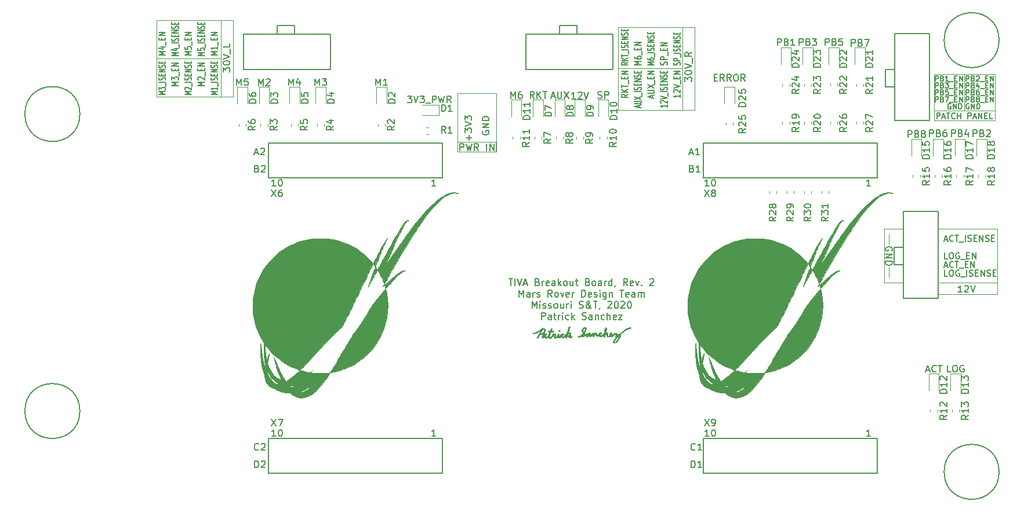
<source format=gbr>
G04 #@! TF.GenerationSoftware,KiCad,Pcbnew,(5.1.4)-1*
G04 #@! TF.CreationDate,2020-02-16T18:09:02-06:00*
G04 #@! TF.ProjectId,Tiva_Breakout_Hardware,54697661-5f42-4726-9561-6b6f75745f48,rev?*
G04 #@! TF.SameCoordinates,Original*
G04 #@! TF.FileFunction,Legend,Top*
G04 #@! TF.FilePolarity,Positive*
%FSLAX46Y46*%
G04 Gerber Fmt 4.6, Leading zero omitted, Abs format (unit mm)*
G04 Created by KiCad (PCBNEW (5.1.4)-1) date 2020-02-16 18:09:02*
%MOMM*%
%LPD*%
G04 APERTURE LIST*
%ADD10C,0.120000*%
%ADD11C,0.150000*%
%ADD12C,0.010000*%
G04 APERTURE END LIST*
D10*
X226517200Y-116459000D02*
X226517200Y-114808000D01*
X217881200Y-116459000D02*
X226517200Y-116459000D01*
X226517200Y-114808000D02*
X218008200Y-114808000D01*
X226517200Y-106934000D02*
X226517200Y-114808000D01*
X217881200Y-106934000D02*
X226517200Y-106934000D01*
D11*
X219248700Y-111273166D02*
X218825366Y-111273166D01*
X218825366Y-110384166D01*
X219714366Y-110384166D02*
X219883700Y-110384166D01*
X219968366Y-110426500D01*
X220053033Y-110511166D01*
X220095366Y-110680500D01*
X220095366Y-110976833D01*
X220053033Y-111146166D01*
X219968366Y-111230833D01*
X219883700Y-111273166D01*
X219714366Y-111273166D01*
X219629700Y-111230833D01*
X219545033Y-111146166D01*
X219502700Y-110976833D01*
X219502700Y-110680500D01*
X219545033Y-110511166D01*
X219629700Y-110426500D01*
X219714366Y-110384166D01*
X220942033Y-110426500D02*
X220857366Y-110384166D01*
X220730366Y-110384166D01*
X220603366Y-110426500D01*
X220518700Y-110511166D01*
X220476366Y-110595833D01*
X220434033Y-110765166D01*
X220434033Y-110892166D01*
X220476366Y-111061500D01*
X220518700Y-111146166D01*
X220603366Y-111230833D01*
X220730366Y-111273166D01*
X220815033Y-111273166D01*
X220942033Y-111230833D01*
X220984366Y-111188500D01*
X220984366Y-110892166D01*
X220815033Y-110892166D01*
X221153700Y-111357833D02*
X221831033Y-111357833D01*
X222042700Y-110807500D02*
X222339033Y-110807500D01*
X222466033Y-111273166D02*
X222042700Y-111273166D01*
X222042700Y-110384166D01*
X222466033Y-110384166D01*
X222847033Y-111273166D02*
X222847033Y-110384166D01*
X223355033Y-111273166D01*
X223355033Y-110384166D01*
D10*
X217246200Y-91059000D02*
X217246200Y-89662000D01*
X226136200Y-91059000D02*
X217246200Y-91059000D01*
X226136200Y-89662000D02*
X226136200Y-91059000D01*
X221691200Y-84328000D02*
X221691200Y-89662000D01*
X226136200Y-89662000D02*
X226136200Y-84328000D01*
X217246200Y-89662000D02*
X226136200Y-89662000D01*
X217246200Y-84328000D02*
X217246200Y-89662000D01*
X226136200Y-84328000D02*
X217246200Y-84328000D01*
X114884200Y-87376000D02*
X114884200Y-87630000D01*
X113106200Y-87630000D02*
X114884200Y-87630000D01*
X211531200Y-114808000D02*
X212737700Y-114808000D01*
D11*
X221371700Y-116099166D02*
X220800271Y-116099166D01*
X221085985Y-116099166D02*
X221085985Y-115210166D01*
X220990747Y-115337166D01*
X220895509Y-115421833D01*
X220800271Y-115464166D01*
X221752652Y-115294833D02*
X221800271Y-115252500D01*
X221895509Y-115210166D01*
X222133604Y-115210166D01*
X222228842Y-115252500D01*
X222276461Y-115294833D01*
X222324080Y-115379500D01*
X222324080Y-115464166D01*
X222276461Y-115591166D01*
X221705033Y-116099166D01*
X222324080Y-116099166D01*
X222609795Y-115210166D02*
X222943128Y-116099166D01*
X223276461Y-115210166D01*
D10*
X211531200Y-106934000D02*
X212674200Y-106934000D01*
X210007200Y-114808000D02*
X211531200Y-114808000D01*
X210007200Y-106934000D02*
X210007200Y-114808000D01*
X211531200Y-106934000D02*
X210007200Y-106934000D01*
X210705700Y-114046000D02*
X210705700Y-112522000D01*
X210705700Y-109220000D02*
X210705700Y-107696000D01*
D11*
X211142200Y-110091595D02*
X211189819Y-109994833D01*
X211189819Y-109849690D01*
X211142200Y-109704547D01*
X211046961Y-109607785D01*
X210951723Y-109559404D01*
X210761247Y-109511023D01*
X210618390Y-109511023D01*
X210427914Y-109559404D01*
X210332676Y-109607785D01*
X210237438Y-109704547D01*
X210189819Y-109849690D01*
X210189819Y-109946452D01*
X210237438Y-110091595D01*
X210285057Y-110139976D01*
X210618390Y-110139976D01*
X210618390Y-109946452D01*
X210189819Y-110575404D02*
X211189819Y-110575404D01*
X210189819Y-111155976D01*
X211189819Y-111155976D01*
X210189819Y-111639785D02*
X211189819Y-111639785D01*
X211189819Y-111881690D01*
X211142200Y-112026833D01*
X211046961Y-112123595D01*
X210951723Y-112171976D01*
X210761247Y-112220357D01*
X210618390Y-112220357D01*
X210427914Y-112171976D01*
X210332676Y-112123595D01*
X210237438Y-112026833D01*
X210189819Y-111881690D01*
X210189819Y-111639785D01*
X221970128Y-88355714D02*
X221970128Y-87593714D01*
X222260414Y-87593714D01*
X222332985Y-87630000D01*
X222369271Y-87666285D01*
X222405557Y-87738857D01*
X222405557Y-87847714D01*
X222369271Y-87920285D01*
X222332985Y-87956571D01*
X222260414Y-87992857D01*
X221970128Y-87992857D01*
X222986128Y-87956571D02*
X223094985Y-87992857D01*
X223131271Y-88029142D01*
X223167557Y-88101714D01*
X223167557Y-88210571D01*
X223131271Y-88283142D01*
X223094985Y-88319428D01*
X223022414Y-88355714D01*
X222732128Y-88355714D01*
X222732128Y-87593714D01*
X222986128Y-87593714D01*
X223058700Y-87630000D01*
X223094985Y-87666285D01*
X223131271Y-87738857D01*
X223131271Y-87811428D01*
X223094985Y-87884000D01*
X223058700Y-87920285D01*
X222986128Y-87956571D01*
X222732128Y-87956571D01*
X223602985Y-87920285D02*
X223530414Y-87884000D01*
X223494128Y-87847714D01*
X223457842Y-87775142D01*
X223457842Y-87738857D01*
X223494128Y-87666285D01*
X223530414Y-87630000D01*
X223602985Y-87593714D01*
X223748128Y-87593714D01*
X223820700Y-87630000D01*
X223856985Y-87666285D01*
X223893271Y-87738857D01*
X223893271Y-87775142D01*
X223856985Y-87847714D01*
X223820700Y-87884000D01*
X223748128Y-87920285D01*
X223602985Y-87920285D01*
X223530414Y-87956571D01*
X223494128Y-87992857D01*
X223457842Y-88065428D01*
X223457842Y-88210571D01*
X223494128Y-88283142D01*
X223530414Y-88319428D01*
X223602985Y-88355714D01*
X223748128Y-88355714D01*
X223820700Y-88319428D01*
X223856985Y-88283142D01*
X223893271Y-88210571D01*
X223893271Y-88065428D01*
X223856985Y-87992857D01*
X223820700Y-87956571D01*
X223748128Y-87920285D01*
X224038414Y-88428285D02*
X224618985Y-88428285D01*
X224800414Y-87956571D02*
X225054414Y-87956571D01*
X225163271Y-88355714D02*
X224800414Y-88355714D01*
X224800414Y-87593714D01*
X225163271Y-87593714D01*
X225489842Y-88355714D02*
X225489842Y-87593714D01*
X225925271Y-88355714D01*
X225925271Y-87593714D01*
X221970128Y-87339714D02*
X221970128Y-86577714D01*
X222260414Y-86577714D01*
X222332985Y-86614000D01*
X222369271Y-86650285D01*
X222405557Y-86722857D01*
X222405557Y-86831714D01*
X222369271Y-86904285D01*
X222332985Y-86940571D01*
X222260414Y-86976857D01*
X221970128Y-86976857D01*
X222986128Y-86940571D02*
X223094985Y-86976857D01*
X223131271Y-87013142D01*
X223167557Y-87085714D01*
X223167557Y-87194571D01*
X223131271Y-87267142D01*
X223094985Y-87303428D01*
X223022414Y-87339714D01*
X222732128Y-87339714D01*
X222732128Y-86577714D01*
X222986128Y-86577714D01*
X223058700Y-86614000D01*
X223094985Y-86650285D01*
X223131271Y-86722857D01*
X223131271Y-86795428D01*
X223094985Y-86868000D01*
X223058700Y-86904285D01*
X222986128Y-86940571D01*
X222732128Y-86940571D01*
X223820700Y-86577714D02*
X223675557Y-86577714D01*
X223602985Y-86614000D01*
X223566700Y-86650285D01*
X223494128Y-86759142D01*
X223457842Y-86904285D01*
X223457842Y-87194571D01*
X223494128Y-87267142D01*
X223530414Y-87303428D01*
X223602985Y-87339714D01*
X223748128Y-87339714D01*
X223820700Y-87303428D01*
X223856985Y-87267142D01*
X223893271Y-87194571D01*
X223893271Y-87013142D01*
X223856985Y-86940571D01*
X223820700Y-86904285D01*
X223748128Y-86868000D01*
X223602985Y-86868000D01*
X223530414Y-86904285D01*
X223494128Y-86940571D01*
X223457842Y-87013142D01*
X224038414Y-87412285D02*
X224618985Y-87412285D01*
X224800414Y-86940571D02*
X225054414Y-86940571D01*
X225163271Y-87339714D02*
X224800414Y-87339714D01*
X224800414Y-86577714D01*
X225163271Y-86577714D01*
X225489842Y-87339714D02*
X225489842Y-86577714D01*
X225925271Y-87339714D01*
X225925271Y-86577714D01*
X221970128Y-86323714D02*
X221970128Y-85561714D01*
X222260414Y-85561714D01*
X222332985Y-85598000D01*
X222369271Y-85634285D01*
X222405557Y-85706857D01*
X222405557Y-85815714D01*
X222369271Y-85888285D01*
X222332985Y-85924571D01*
X222260414Y-85960857D01*
X221970128Y-85960857D01*
X222986128Y-85924571D02*
X223094985Y-85960857D01*
X223131271Y-85997142D01*
X223167557Y-86069714D01*
X223167557Y-86178571D01*
X223131271Y-86251142D01*
X223094985Y-86287428D01*
X223022414Y-86323714D01*
X222732128Y-86323714D01*
X222732128Y-85561714D01*
X222986128Y-85561714D01*
X223058700Y-85598000D01*
X223094985Y-85634285D01*
X223131271Y-85706857D01*
X223131271Y-85779428D01*
X223094985Y-85852000D01*
X223058700Y-85888285D01*
X222986128Y-85924571D01*
X222732128Y-85924571D01*
X223820700Y-85815714D02*
X223820700Y-86323714D01*
X223639271Y-85525428D02*
X223457842Y-86069714D01*
X223929557Y-86069714D01*
X224038414Y-86396285D02*
X224618985Y-86396285D01*
X224800414Y-85924571D02*
X225054414Y-85924571D01*
X225163271Y-86323714D02*
X224800414Y-86323714D01*
X224800414Y-85561714D01*
X225163271Y-85561714D01*
X225489842Y-86323714D02*
X225489842Y-85561714D01*
X225925271Y-86323714D01*
X225925271Y-85561714D01*
X217457128Y-88355714D02*
X217457128Y-87593714D01*
X217747414Y-87593714D01*
X217819985Y-87630000D01*
X217856271Y-87666285D01*
X217892557Y-87738857D01*
X217892557Y-87847714D01*
X217856271Y-87920285D01*
X217819985Y-87956571D01*
X217747414Y-87992857D01*
X217457128Y-87992857D01*
X218473128Y-87956571D02*
X218581985Y-87992857D01*
X218618271Y-88029142D01*
X218654557Y-88101714D01*
X218654557Y-88210571D01*
X218618271Y-88283142D01*
X218581985Y-88319428D01*
X218509414Y-88355714D01*
X218219128Y-88355714D01*
X218219128Y-87593714D01*
X218473128Y-87593714D01*
X218545700Y-87630000D01*
X218581985Y-87666285D01*
X218618271Y-87738857D01*
X218618271Y-87811428D01*
X218581985Y-87884000D01*
X218545700Y-87920285D01*
X218473128Y-87956571D01*
X218219128Y-87956571D01*
X218908557Y-87593714D02*
X219416557Y-87593714D01*
X219089985Y-88355714D01*
X219525414Y-88428285D02*
X220105985Y-88428285D01*
X220287414Y-87956571D02*
X220541414Y-87956571D01*
X220650271Y-88355714D02*
X220287414Y-88355714D01*
X220287414Y-87593714D01*
X220650271Y-87593714D01*
X220976842Y-88355714D02*
X220976842Y-87593714D01*
X221412271Y-88355714D01*
X221412271Y-87593714D01*
X217457128Y-87339714D02*
X217457128Y-86577714D01*
X217747414Y-86577714D01*
X217819985Y-86614000D01*
X217856271Y-86650285D01*
X217892557Y-86722857D01*
X217892557Y-86831714D01*
X217856271Y-86904285D01*
X217819985Y-86940571D01*
X217747414Y-86976857D01*
X217457128Y-86976857D01*
X218473128Y-86940571D02*
X218581985Y-86976857D01*
X218618271Y-87013142D01*
X218654557Y-87085714D01*
X218654557Y-87194571D01*
X218618271Y-87267142D01*
X218581985Y-87303428D01*
X218509414Y-87339714D01*
X218219128Y-87339714D01*
X218219128Y-86577714D01*
X218473128Y-86577714D01*
X218545700Y-86614000D01*
X218581985Y-86650285D01*
X218618271Y-86722857D01*
X218618271Y-86795428D01*
X218581985Y-86868000D01*
X218545700Y-86904285D01*
X218473128Y-86940571D01*
X218219128Y-86940571D01*
X219343985Y-86577714D02*
X218981128Y-86577714D01*
X218944842Y-86940571D01*
X218981128Y-86904285D01*
X219053700Y-86868000D01*
X219235128Y-86868000D01*
X219307700Y-86904285D01*
X219343985Y-86940571D01*
X219380271Y-87013142D01*
X219380271Y-87194571D01*
X219343985Y-87267142D01*
X219307700Y-87303428D01*
X219235128Y-87339714D01*
X219053700Y-87339714D01*
X218981128Y-87303428D01*
X218944842Y-87267142D01*
X219525414Y-87412285D02*
X220105985Y-87412285D01*
X220287414Y-86940571D02*
X220541414Y-86940571D01*
X220650271Y-87339714D02*
X220287414Y-87339714D01*
X220287414Y-86577714D01*
X220650271Y-86577714D01*
X220976842Y-87339714D02*
X220976842Y-86577714D01*
X221412271Y-87339714D01*
X221412271Y-86577714D01*
X217457128Y-86323714D02*
X217457128Y-85561714D01*
X217747414Y-85561714D01*
X217819985Y-85598000D01*
X217856271Y-85634285D01*
X217892557Y-85706857D01*
X217892557Y-85815714D01*
X217856271Y-85888285D01*
X217819985Y-85924571D01*
X217747414Y-85960857D01*
X217457128Y-85960857D01*
X218473128Y-85924571D02*
X218581985Y-85960857D01*
X218618271Y-85997142D01*
X218654557Y-86069714D01*
X218654557Y-86178571D01*
X218618271Y-86251142D01*
X218581985Y-86287428D01*
X218509414Y-86323714D01*
X218219128Y-86323714D01*
X218219128Y-85561714D01*
X218473128Y-85561714D01*
X218545700Y-85598000D01*
X218581985Y-85634285D01*
X218618271Y-85706857D01*
X218618271Y-85779428D01*
X218581985Y-85852000D01*
X218545700Y-85888285D01*
X218473128Y-85924571D01*
X218219128Y-85924571D01*
X218908557Y-85561714D02*
X219380271Y-85561714D01*
X219126271Y-85852000D01*
X219235128Y-85852000D01*
X219307700Y-85888285D01*
X219343985Y-85924571D01*
X219380271Y-85997142D01*
X219380271Y-86178571D01*
X219343985Y-86251142D01*
X219307700Y-86287428D01*
X219235128Y-86323714D01*
X219017414Y-86323714D01*
X218944842Y-86287428D01*
X218908557Y-86251142D01*
X219525414Y-86396285D02*
X220105985Y-86396285D01*
X220287414Y-85924571D02*
X220541414Y-85924571D01*
X220650271Y-86323714D02*
X220287414Y-86323714D01*
X220287414Y-85561714D01*
X220650271Y-85561714D01*
X220976842Y-86323714D02*
X220976842Y-85561714D01*
X221412271Y-86323714D01*
X221412271Y-85561714D01*
X217457128Y-85307714D02*
X217457128Y-84545714D01*
X217747414Y-84545714D01*
X217819985Y-84582000D01*
X217856271Y-84618285D01*
X217892557Y-84690857D01*
X217892557Y-84799714D01*
X217856271Y-84872285D01*
X217819985Y-84908571D01*
X217747414Y-84944857D01*
X217457128Y-84944857D01*
X218473128Y-84908571D02*
X218581985Y-84944857D01*
X218618271Y-84981142D01*
X218654557Y-85053714D01*
X218654557Y-85162571D01*
X218618271Y-85235142D01*
X218581985Y-85271428D01*
X218509414Y-85307714D01*
X218219128Y-85307714D01*
X218219128Y-84545714D01*
X218473128Y-84545714D01*
X218545700Y-84582000D01*
X218581985Y-84618285D01*
X218618271Y-84690857D01*
X218618271Y-84763428D01*
X218581985Y-84836000D01*
X218545700Y-84872285D01*
X218473128Y-84908571D01*
X218219128Y-84908571D01*
X219380271Y-85307714D02*
X218944842Y-85307714D01*
X219162557Y-85307714D02*
X219162557Y-84545714D01*
X219089985Y-84654571D01*
X219017414Y-84727142D01*
X218944842Y-84763428D01*
X219525414Y-85380285D02*
X220105985Y-85380285D01*
X220287414Y-84908571D02*
X220541414Y-84908571D01*
X220650271Y-85307714D02*
X220287414Y-85307714D01*
X220287414Y-84545714D01*
X220650271Y-84545714D01*
X220976842Y-85307714D02*
X220976842Y-84545714D01*
X221412271Y-85307714D01*
X221412271Y-84545714D01*
X221970128Y-85307714D02*
X221970128Y-84545714D01*
X222260414Y-84545714D01*
X222332985Y-84582000D01*
X222369271Y-84618285D01*
X222405557Y-84690857D01*
X222405557Y-84799714D01*
X222369271Y-84872285D01*
X222332985Y-84908571D01*
X222260414Y-84944857D01*
X221970128Y-84944857D01*
X222986128Y-84908571D02*
X223094985Y-84944857D01*
X223131271Y-84981142D01*
X223167557Y-85053714D01*
X223167557Y-85162571D01*
X223131271Y-85235142D01*
X223094985Y-85271428D01*
X223022414Y-85307714D01*
X222732128Y-85307714D01*
X222732128Y-84545714D01*
X222986128Y-84545714D01*
X223058700Y-84582000D01*
X223094985Y-84618285D01*
X223131271Y-84690857D01*
X223131271Y-84763428D01*
X223094985Y-84836000D01*
X223058700Y-84872285D01*
X222986128Y-84908571D01*
X222732128Y-84908571D01*
X223457842Y-84618285D02*
X223494128Y-84582000D01*
X223566700Y-84545714D01*
X223748128Y-84545714D01*
X223820700Y-84582000D01*
X223856985Y-84618285D01*
X223893271Y-84690857D01*
X223893271Y-84763428D01*
X223856985Y-84872285D01*
X223421557Y-85307714D01*
X223893271Y-85307714D01*
X224038414Y-85380285D02*
X224618985Y-85380285D01*
X224800414Y-84908571D02*
X225054414Y-84908571D01*
X225163271Y-85307714D02*
X224800414Y-85307714D01*
X224800414Y-84545714D01*
X225163271Y-84545714D01*
X225489842Y-85307714D02*
X225489842Y-84545714D01*
X225925271Y-85307714D01*
X225925271Y-84545714D01*
X219724985Y-88646000D02*
X219652414Y-88609714D01*
X219543557Y-88609714D01*
X219434700Y-88646000D01*
X219362128Y-88718571D01*
X219325842Y-88791142D01*
X219289557Y-88936285D01*
X219289557Y-89045142D01*
X219325842Y-89190285D01*
X219362128Y-89262857D01*
X219434700Y-89335428D01*
X219543557Y-89371714D01*
X219616128Y-89371714D01*
X219724985Y-89335428D01*
X219761271Y-89299142D01*
X219761271Y-89045142D01*
X219616128Y-89045142D01*
X220087842Y-89371714D02*
X220087842Y-88609714D01*
X220523271Y-89371714D01*
X220523271Y-88609714D01*
X220886128Y-89371714D02*
X220886128Y-88609714D01*
X221067557Y-88609714D01*
X221176414Y-88646000D01*
X221248985Y-88718571D01*
X221285271Y-88791142D01*
X221321557Y-88936285D01*
X221321557Y-89045142D01*
X221285271Y-89190285D01*
X221248985Y-89262857D01*
X221176414Y-89335428D01*
X221067557Y-89371714D01*
X220886128Y-89371714D01*
X222369271Y-88646000D02*
X222296700Y-88609714D01*
X222187842Y-88609714D01*
X222078985Y-88646000D01*
X222006414Y-88718571D01*
X221970128Y-88791142D01*
X221933842Y-88936285D01*
X221933842Y-89045142D01*
X221970128Y-89190285D01*
X222006414Y-89262857D01*
X222078985Y-89335428D01*
X222187842Y-89371714D01*
X222260414Y-89371714D01*
X222369271Y-89335428D01*
X222405557Y-89299142D01*
X222405557Y-89045142D01*
X222260414Y-89045142D01*
X222732128Y-89371714D02*
X222732128Y-88609714D01*
X223167557Y-89371714D01*
X223167557Y-88609714D01*
X223530414Y-89371714D02*
X223530414Y-88609714D01*
X223711842Y-88609714D01*
X223820700Y-88646000D01*
X223893271Y-88718571D01*
X223929557Y-88791142D01*
X223965842Y-88936285D01*
X223965842Y-89045142D01*
X223929557Y-89190285D01*
X223893271Y-89262857D01*
X223820700Y-89335428D01*
X223711842Y-89371714D01*
X223530414Y-89371714D01*
X217679814Y-90826166D02*
X217679814Y-89937166D01*
X217999128Y-89937166D01*
X218078957Y-89979500D01*
X218118871Y-90021833D01*
X218158785Y-90106500D01*
X218158785Y-90233500D01*
X218118871Y-90318166D01*
X218078957Y-90360500D01*
X217999128Y-90402833D01*
X217679814Y-90402833D01*
X218478100Y-90572166D02*
X218877242Y-90572166D01*
X218398271Y-90826166D02*
X218677671Y-89937166D01*
X218957071Y-90826166D01*
X219116728Y-89937166D02*
X219595700Y-89937166D01*
X219356214Y-90826166D02*
X219356214Y-89937166D01*
X220354071Y-90741500D02*
X220314157Y-90783833D01*
X220194414Y-90826166D01*
X220114585Y-90826166D01*
X219994842Y-90783833D01*
X219915014Y-90699166D01*
X219875100Y-90614500D01*
X219835185Y-90445166D01*
X219835185Y-90318166D01*
X219875100Y-90148833D01*
X219915014Y-90064166D01*
X219994842Y-89979500D01*
X220114585Y-89937166D01*
X220194414Y-89937166D01*
X220314157Y-89979500D01*
X220354071Y-90021833D01*
X220713300Y-90826166D02*
X220713300Y-89937166D01*
X220713300Y-90360500D02*
X221192271Y-90360500D01*
X221192271Y-90826166D02*
X221192271Y-89937166D01*
X222230042Y-90826166D02*
X222230042Y-89937166D01*
X222549357Y-89937166D01*
X222629185Y-89979500D01*
X222669100Y-90021833D01*
X222709014Y-90106500D01*
X222709014Y-90233500D01*
X222669100Y-90318166D01*
X222629185Y-90360500D01*
X222549357Y-90402833D01*
X222230042Y-90402833D01*
X223028328Y-90572166D02*
X223427471Y-90572166D01*
X222948500Y-90826166D02*
X223227900Y-89937166D01*
X223507300Y-90826166D01*
X223786700Y-90826166D02*
X223786700Y-89937166D01*
X224265671Y-90826166D01*
X224265671Y-89937166D01*
X224664814Y-90360500D02*
X224944214Y-90360500D01*
X225063957Y-90826166D02*
X224664814Y-90826166D01*
X224664814Y-89937166D01*
X225063957Y-89937166D01*
X225822328Y-90826166D02*
X225423185Y-90826166D01*
X225423185Y-89937166D01*
D10*
X180543200Y-77470000D02*
X180543200Y-77851000D01*
X182321200Y-77470000D02*
X182321200Y-77851000D01*
X171145200Y-77470000D02*
X182321200Y-77470000D01*
X171145200Y-77851000D02*
X171145200Y-77470000D01*
X180543200Y-89027000D02*
X180543200Y-89535000D01*
X182321200Y-89535000D02*
X182321200Y-89027000D01*
X182194200Y-89535000D02*
X182321200Y-89535000D01*
X171145200Y-89535000D02*
X182194200Y-89535000D01*
X171145200Y-89027000D02*
X171145200Y-89535000D01*
D11*
X178328580Y-88743500D02*
X178328580Y-89106357D01*
X178328580Y-88924928D02*
X177328580Y-88924928D01*
X177471438Y-88985404D01*
X177566676Y-89045880D01*
X177614295Y-89106357D01*
X177423819Y-88501595D02*
X177376200Y-88471357D01*
X177328580Y-88410880D01*
X177328580Y-88259690D01*
X177376200Y-88199214D01*
X177423819Y-88168976D01*
X177519057Y-88138738D01*
X177614295Y-88138738D01*
X177757152Y-88168976D01*
X178328580Y-88531833D01*
X178328580Y-88138738D01*
X177328580Y-87957309D02*
X178328580Y-87745642D01*
X177328580Y-87533976D01*
X178423819Y-87473500D02*
X178423819Y-86989690D01*
X178328580Y-86838500D02*
X177328580Y-86838500D01*
X178280961Y-86566357D02*
X178328580Y-86475642D01*
X178328580Y-86324452D01*
X178280961Y-86263976D01*
X178233342Y-86233738D01*
X178138104Y-86203500D01*
X178042866Y-86203500D01*
X177947628Y-86233738D01*
X177900009Y-86263976D01*
X177852390Y-86324452D01*
X177804771Y-86445404D01*
X177757152Y-86505880D01*
X177709533Y-86536119D01*
X177614295Y-86566357D01*
X177519057Y-86566357D01*
X177423819Y-86536119D01*
X177376200Y-86505880D01*
X177328580Y-86445404D01*
X177328580Y-86294214D01*
X177376200Y-86203500D01*
X177804771Y-85931357D02*
X177804771Y-85719690D01*
X178328580Y-85628976D02*
X178328580Y-85931357D01*
X177328580Y-85931357D01*
X177328580Y-85628976D01*
X178328580Y-85356833D02*
X177328580Y-85356833D01*
X178328580Y-84993976D01*
X177328580Y-84993976D01*
X178280961Y-84721833D02*
X178328580Y-84631119D01*
X178328580Y-84479928D01*
X178280961Y-84419452D01*
X178233342Y-84389214D01*
X178138104Y-84358976D01*
X178042866Y-84358976D01*
X177947628Y-84389214D01*
X177900009Y-84419452D01*
X177852390Y-84479928D01*
X177804771Y-84600880D01*
X177757152Y-84661357D01*
X177709533Y-84691595D01*
X177614295Y-84721833D01*
X177519057Y-84721833D01*
X177423819Y-84691595D01*
X177376200Y-84661357D01*
X177328580Y-84600880D01*
X177328580Y-84449690D01*
X177376200Y-84358976D01*
X177804771Y-84086833D02*
X177804771Y-83875166D01*
X178328580Y-83784452D02*
X178328580Y-84086833D01*
X177328580Y-84086833D01*
X177328580Y-83784452D01*
X174232866Y-89166833D02*
X174232866Y-88864452D01*
X174518580Y-89227309D02*
X173518580Y-89015642D01*
X174518580Y-88803976D01*
X173518580Y-88592309D02*
X174328104Y-88592309D01*
X174423342Y-88562071D01*
X174470961Y-88531833D01*
X174518580Y-88471357D01*
X174518580Y-88350404D01*
X174470961Y-88289928D01*
X174423342Y-88259690D01*
X174328104Y-88229452D01*
X173518580Y-88229452D01*
X173518580Y-87987547D02*
X174518580Y-87564214D01*
X173518580Y-87564214D02*
X174518580Y-87987547D01*
X174613819Y-87473500D02*
X174613819Y-86989690D01*
X174518580Y-86838500D02*
X173518580Y-86838500D01*
X174470961Y-86566357D02*
X174518580Y-86475642D01*
X174518580Y-86324452D01*
X174470961Y-86263976D01*
X174423342Y-86233738D01*
X174328104Y-86203500D01*
X174232866Y-86203500D01*
X174137628Y-86233738D01*
X174090009Y-86263976D01*
X174042390Y-86324452D01*
X173994771Y-86445404D01*
X173947152Y-86505880D01*
X173899533Y-86536119D01*
X173804295Y-86566357D01*
X173709057Y-86566357D01*
X173613819Y-86536119D01*
X173566200Y-86505880D01*
X173518580Y-86445404D01*
X173518580Y-86294214D01*
X173566200Y-86203500D01*
X173994771Y-85931357D02*
X173994771Y-85719690D01*
X174518580Y-85628976D02*
X174518580Y-85931357D01*
X173518580Y-85931357D01*
X173518580Y-85628976D01*
X174518580Y-85356833D02*
X173518580Y-85356833D01*
X174518580Y-84993976D01*
X173518580Y-84993976D01*
X174470961Y-84721833D02*
X174518580Y-84631119D01*
X174518580Y-84479928D01*
X174470961Y-84419452D01*
X174423342Y-84389214D01*
X174328104Y-84358976D01*
X174232866Y-84358976D01*
X174137628Y-84389214D01*
X174090009Y-84419452D01*
X174042390Y-84479928D01*
X173994771Y-84600880D01*
X173947152Y-84661357D01*
X173899533Y-84691595D01*
X173804295Y-84721833D01*
X173709057Y-84721833D01*
X173613819Y-84691595D01*
X173566200Y-84661357D01*
X173518580Y-84600880D01*
X173518580Y-84449690D01*
X173566200Y-84358976D01*
X173994771Y-84086833D02*
X173994771Y-83875166D01*
X174518580Y-83784452D02*
X174518580Y-84086833D01*
X173518580Y-84086833D01*
X173518580Y-83784452D01*
X180185961Y-82966547D02*
X180233580Y-82875833D01*
X180233580Y-82724642D01*
X180185961Y-82664166D01*
X180138342Y-82633928D01*
X180043104Y-82603690D01*
X179947866Y-82603690D01*
X179852628Y-82633928D01*
X179805009Y-82664166D01*
X179757390Y-82724642D01*
X179709771Y-82845595D01*
X179662152Y-82906071D01*
X179614533Y-82936309D01*
X179519295Y-82966547D01*
X179424057Y-82966547D01*
X179328819Y-82936309D01*
X179281200Y-82906071D01*
X179233580Y-82845595D01*
X179233580Y-82694404D01*
X179281200Y-82603690D01*
X180233580Y-82331547D02*
X179233580Y-82331547D01*
X179233580Y-82089642D01*
X179281200Y-82029166D01*
X179328819Y-81998928D01*
X179424057Y-81968690D01*
X179566914Y-81968690D01*
X179662152Y-81998928D01*
X179709771Y-82029166D01*
X179757390Y-82089642D01*
X179757390Y-82331547D01*
X180328819Y-81847738D02*
X180328819Y-81363928D01*
X180233580Y-81212738D02*
X179233580Y-81212738D01*
X180185961Y-80940595D02*
X180233580Y-80849880D01*
X180233580Y-80698690D01*
X180185961Y-80638214D01*
X180138342Y-80607976D01*
X180043104Y-80577738D01*
X179947866Y-80577738D01*
X179852628Y-80607976D01*
X179805009Y-80638214D01*
X179757390Y-80698690D01*
X179709771Y-80819642D01*
X179662152Y-80880119D01*
X179614533Y-80910357D01*
X179519295Y-80940595D01*
X179424057Y-80940595D01*
X179328819Y-80910357D01*
X179281200Y-80880119D01*
X179233580Y-80819642D01*
X179233580Y-80668452D01*
X179281200Y-80577738D01*
X179709771Y-80305595D02*
X179709771Y-80093928D01*
X180233580Y-80003214D02*
X180233580Y-80305595D01*
X179233580Y-80305595D01*
X179233580Y-80003214D01*
X180233580Y-79731071D02*
X179233580Y-79731071D01*
X180233580Y-79368214D01*
X179233580Y-79368214D01*
X180185961Y-79096071D02*
X180233580Y-79005357D01*
X180233580Y-78854166D01*
X180185961Y-78793690D01*
X180138342Y-78763452D01*
X180043104Y-78733214D01*
X179947866Y-78733214D01*
X179852628Y-78763452D01*
X179805009Y-78793690D01*
X179757390Y-78854166D01*
X179709771Y-78975119D01*
X179662152Y-79035595D01*
X179614533Y-79065833D01*
X179519295Y-79096071D01*
X179424057Y-79096071D01*
X179328819Y-79065833D01*
X179281200Y-79035595D01*
X179233580Y-78975119D01*
X179233580Y-78823928D01*
X179281200Y-78733214D01*
X179709771Y-78461071D02*
X179709771Y-78249404D01*
X180233580Y-78158690D02*
X180233580Y-78461071D01*
X179233580Y-78461071D01*
X179233580Y-78158690D01*
X176423580Y-82936309D02*
X175423580Y-82936309D01*
X176137866Y-82724642D01*
X175423580Y-82512976D01*
X176423580Y-82512976D01*
X175423580Y-81938452D02*
X175423580Y-82059404D01*
X175471200Y-82119880D01*
X175518819Y-82150119D01*
X175661676Y-82210595D01*
X175852152Y-82240833D01*
X176233104Y-82240833D01*
X176328342Y-82210595D01*
X176375961Y-82180357D01*
X176423580Y-82119880D01*
X176423580Y-81998928D01*
X176375961Y-81938452D01*
X176328342Y-81908214D01*
X176233104Y-81877976D01*
X175995009Y-81877976D01*
X175899771Y-81908214D01*
X175852152Y-81938452D01*
X175804533Y-81998928D01*
X175804533Y-82119880D01*
X175852152Y-82180357D01*
X175899771Y-82210595D01*
X175995009Y-82240833D01*
X176518819Y-81757023D02*
X176518819Y-81273214D01*
X176423580Y-81122023D02*
X175423580Y-81122023D01*
X176375961Y-80849880D02*
X176423580Y-80759166D01*
X176423580Y-80607976D01*
X176375961Y-80547500D01*
X176328342Y-80517261D01*
X176233104Y-80487023D01*
X176137866Y-80487023D01*
X176042628Y-80517261D01*
X175995009Y-80547500D01*
X175947390Y-80607976D01*
X175899771Y-80728928D01*
X175852152Y-80789404D01*
X175804533Y-80819642D01*
X175709295Y-80849880D01*
X175614057Y-80849880D01*
X175518819Y-80819642D01*
X175471200Y-80789404D01*
X175423580Y-80728928D01*
X175423580Y-80577738D01*
X175471200Y-80487023D01*
X175899771Y-80214880D02*
X175899771Y-80003214D01*
X176423580Y-79912500D02*
X176423580Y-80214880D01*
X175423580Y-80214880D01*
X175423580Y-79912500D01*
X176423580Y-79640357D02*
X175423580Y-79640357D01*
X176423580Y-79277500D01*
X175423580Y-79277500D01*
X176375961Y-79005357D02*
X176423580Y-78914642D01*
X176423580Y-78763452D01*
X176375961Y-78702976D01*
X176328342Y-78672738D01*
X176233104Y-78642500D01*
X176137866Y-78642500D01*
X176042628Y-78672738D01*
X175995009Y-78702976D01*
X175947390Y-78763452D01*
X175899771Y-78884404D01*
X175852152Y-78944880D01*
X175804533Y-78975119D01*
X175709295Y-79005357D01*
X175614057Y-79005357D01*
X175518819Y-78975119D01*
X175471200Y-78944880D01*
X175423580Y-78884404D01*
X175423580Y-78733214D01*
X175471200Y-78642500D01*
X175899771Y-78370357D02*
X175899771Y-78158690D01*
X176423580Y-78067976D02*
X176423580Y-78370357D01*
X175423580Y-78370357D01*
X175423580Y-78067976D01*
X172613580Y-87219500D02*
X172137390Y-87473500D01*
X172613580Y-87654928D02*
X171613580Y-87654928D01*
X171613580Y-87364642D01*
X171661200Y-87292071D01*
X171708819Y-87255785D01*
X171804057Y-87219500D01*
X171946914Y-87219500D01*
X172042152Y-87255785D01*
X172089771Y-87292071D01*
X172137390Y-87364642D01*
X172137390Y-87654928D01*
X172613580Y-86892928D02*
X171613580Y-86892928D01*
X172613580Y-86457500D02*
X172042152Y-86784071D01*
X171613580Y-86457500D02*
X172185009Y-86892928D01*
X171613580Y-86239785D02*
X171613580Y-85804357D01*
X172613580Y-86022071D02*
X171613580Y-86022071D01*
X172708819Y-85731785D02*
X172708819Y-85151214D01*
X172089771Y-84969785D02*
X172089771Y-84715785D01*
X172613580Y-84606928D02*
X172613580Y-84969785D01*
X171613580Y-84969785D01*
X171613580Y-84606928D01*
X172613580Y-84280357D02*
X171613580Y-84280357D01*
X172613580Y-83844928D01*
X171613580Y-83844928D01*
X176137866Y-87763785D02*
X176137866Y-87400928D01*
X176423580Y-87836357D02*
X175423580Y-87582357D01*
X176423580Y-87328357D01*
X175423580Y-87074357D02*
X176233104Y-87074357D01*
X176328342Y-87038071D01*
X176375961Y-87001785D01*
X176423580Y-86929214D01*
X176423580Y-86784071D01*
X176375961Y-86711500D01*
X176328342Y-86675214D01*
X176233104Y-86638928D01*
X175423580Y-86638928D01*
X175423580Y-86348642D02*
X176423580Y-85840642D01*
X175423580Y-85840642D02*
X176423580Y-86348642D01*
X176518819Y-85731785D02*
X176518819Y-85151214D01*
X175899771Y-84969785D02*
X175899771Y-84715785D01*
X176423580Y-84606928D02*
X176423580Y-84969785D01*
X175423580Y-84969785D01*
X175423580Y-84606928D01*
X176423580Y-84280357D02*
X175423580Y-84280357D01*
X176423580Y-83844928D01*
X175423580Y-83844928D01*
X180233580Y-87255785D02*
X180233580Y-87691214D01*
X180233580Y-87473500D02*
X179233580Y-87473500D01*
X179376438Y-87546071D01*
X179471676Y-87618642D01*
X179519295Y-87691214D01*
X179328819Y-86965500D02*
X179281200Y-86929214D01*
X179233580Y-86856642D01*
X179233580Y-86675214D01*
X179281200Y-86602642D01*
X179328819Y-86566357D01*
X179424057Y-86530071D01*
X179519295Y-86530071D01*
X179662152Y-86566357D01*
X180233580Y-87001785D01*
X180233580Y-86530071D01*
X179233580Y-86312357D02*
X180233580Y-86058357D01*
X179233580Y-85804357D01*
X180328819Y-85731785D02*
X180328819Y-85151214D01*
X179709771Y-84969785D02*
X179709771Y-84715785D01*
X180233580Y-84606928D02*
X180233580Y-84969785D01*
X179233580Y-84969785D01*
X179233580Y-84606928D01*
X180233580Y-84280357D02*
X179233580Y-84280357D01*
X180233580Y-83844928D01*
X179233580Y-83844928D01*
X178280961Y-82942357D02*
X178328580Y-82833500D01*
X178328580Y-82652071D01*
X178280961Y-82579500D01*
X178233342Y-82543214D01*
X178138104Y-82506928D01*
X178042866Y-82506928D01*
X177947628Y-82543214D01*
X177900009Y-82579500D01*
X177852390Y-82652071D01*
X177804771Y-82797214D01*
X177757152Y-82869785D01*
X177709533Y-82906071D01*
X177614295Y-82942357D01*
X177519057Y-82942357D01*
X177423819Y-82906071D01*
X177376200Y-82869785D01*
X177328580Y-82797214D01*
X177328580Y-82615785D01*
X177376200Y-82506928D01*
X178328580Y-82180357D02*
X177328580Y-82180357D01*
X177328580Y-81890071D01*
X177376200Y-81817500D01*
X177423819Y-81781214D01*
X177519057Y-81744928D01*
X177661914Y-81744928D01*
X177757152Y-81781214D01*
X177804771Y-81817500D01*
X177852390Y-81890071D01*
X177852390Y-82180357D01*
X178423819Y-81599785D02*
X178423819Y-81019214D01*
X177804771Y-80837785D02*
X177804771Y-80583785D01*
X178328580Y-80474928D02*
X178328580Y-80837785D01*
X177328580Y-80837785D01*
X177328580Y-80474928D01*
X178328580Y-80148357D02*
X177328580Y-80148357D01*
X178328580Y-79712928D01*
X177328580Y-79712928D01*
D10*
X182321200Y-89027000D02*
X182321200Y-88773000D01*
X182321200Y-77851000D02*
X182321200Y-88773000D01*
X180543200Y-77851000D02*
X180543200Y-89027000D01*
X171145200Y-89027000D02*
X171145200Y-77851000D01*
X171145200Y-83439000D02*
X180543200Y-83439000D01*
D11*
X180884580Y-85355357D02*
X180884580Y-84726404D01*
X181265533Y-85065071D01*
X181265533Y-84919928D01*
X181313152Y-84823166D01*
X181360771Y-84774785D01*
X181456009Y-84726404D01*
X181694104Y-84726404D01*
X181789342Y-84774785D01*
X181836961Y-84823166D01*
X181884580Y-84919928D01*
X181884580Y-85210214D01*
X181836961Y-85306976D01*
X181789342Y-85355357D01*
X180884580Y-84097452D02*
X180884580Y-84000690D01*
X180932200Y-83903928D01*
X180979819Y-83855547D01*
X181075057Y-83807166D01*
X181265533Y-83758785D01*
X181503628Y-83758785D01*
X181694104Y-83807166D01*
X181789342Y-83855547D01*
X181836961Y-83903928D01*
X181884580Y-84000690D01*
X181884580Y-84097452D01*
X181836961Y-84194214D01*
X181789342Y-84242595D01*
X181694104Y-84290976D01*
X181503628Y-84339357D01*
X181265533Y-84339357D01*
X181075057Y-84290976D01*
X180979819Y-84242595D01*
X180932200Y-84194214D01*
X180884580Y-84097452D01*
X180884580Y-83468500D02*
X181884580Y-83129833D01*
X180884580Y-82791166D01*
X181979819Y-82694404D02*
X181979819Y-81920309D01*
X181884580Y-81097833D02*
X181408390Y-81436500D01*
X181884580Y-81678404D02*
X180884580Y-81678404D01*
X180884580Y-81291357D01*
X180932200Y-81194595D01*
X180979819Y-81146214D01*
X181075057Y-81097833D01*
X181217914Y-81097833D01*
X181313152Y-81146214D01*
X181360771Y-81194595D01*
X181408390Y-81291357D01*
X181408390Y-81678404D01*
X172613580Y-82573452D02*
X172137390Y-82785119D01*
X172613580Y-82936309D02*
X171613580Y-82936309D01*
X171613580Y-82694404D01*
X171661200Y-82633928D01*
X171708819Y-82603690D01*
X171804057Y-82573452D01*
X171946914Y-82573452D01*
X172042152Y-82603690D01*
X172089771Y-82633928D01*
X172137390Y-82694404D01*
X172137390Y-82936309D01*
X172613580Y-82301309D02*
X171613580Y-82301309D01*
X172613580Y-81938452D02*
X172042152Y-82210595D01*
X171613580Y-81938452D02*
X172185009Y-82301309D01*
X171613580Y-81757023D02*
X171613580Y-81394166D01*
X172613580Y-81575595D02*
X171613580Y-81575595D01*
X172708819Y-81333690D02*
X172708819Y-80849880D01*
X172613580Y-80698690D02*
X171613580Y-80698690D01*
X172565961Y-80426547D02*
X172613580Y-80335833D01*
X172613580Y-80184642D01*
X172565961Y-80124166D01*
X172518342Y-80093928D01*
X172423104Y-80063690D01*
X172327866Y-80063690D01*
X172232628Y-80093928D01*
X172185009Y-80124166D01*
X172137390Y-80184642D01*
X172089771Y-80305595D01*
X172042152Y-80366071D01*
X171994533Y-80396309D01*
X171899295Y-80426547D01*
X171804057Y-80426547D01*
X171708819Y-80396309D01*
X171661200Y-80366071D01*
X171613580Y-80305595D01*
X171613580Y-80154404D01*
X171661200Y-80063690D01*
X172089771Y-79791547D02*
X172089771Y-79579880D01*
X172613580Y-79489166D02*
X172613580Y-79791547D01*
X171613580Y-79791547D01*
X171613580Y-79489166D01*
X172613580Y-79217023D02*
X171613580Y-79217023D01*
X172613580Y-78854166D01*
X171613580Y-78854166D01*
X172565961Y-78582023D02*
X172613580Y-78491309D01*
X172613580Y-78340119D01*
X172565961Y-78279642D01*
X172518342Y-78249404D01*
X172423104Y-78219166D01*
X172327866Y-78219166D01*
X172232628Y-78249404D01*
X172185009Y-78279642D01*
X172137390Y-78340119D01*
X172089771Y-78461071D01*
X172042152Y-78521547D01*
X171994533Y-78551785D01*
X171899295Y-78582023D01*
X171804057Y-78582023D01*
X171708819Y-78551785D01*
X171661200Y-78521547D01*
X171613580Y-78461071D01*
X171613580Y-78309880D01*
X171661200Y-78219166D01*
X172089771Y-77947023D02*
X172089771Y-77735357D01*
X172613580Y-77644642D02*
X172613580Y-77947023D01*
X171613580Y-77947023D01*
X171613580Y-77644642D01*
X174518580Y-82906071D02*
X173518580Y-82906071D01*
X174232866Y-82652071D01*
X173518580Y-82398071D01*
X174518580Y-82398071D01*
X173518580Y-81708642D02*
X173518580Y-81853785D01*
X173566200Y-81926357D01*
X173613819Y-81962642D01*
X173756676Y-82035214D01*
X173947152Y-82071500D01*
X174328104Y-82071500D01*
X174423342Y-82035214D01*
X174470961Y-81998928D01*
X174518580Y-81926357D01*
X174518580Y-81781214D01*
X174470961Y-81708642D01*
X174423342Y-81672357D01*
X174328104Y-81636071D01*
X174090009Y-81636071D01*
X173994771Y-81672357D01*
X173947152Y-81708642D01*
X173899533Y-81781214D01*
X173899533Y-81926357D01*
X173947152Y-81998928D01*
X173994771Y-82035214D01*
X174090009Y-82071500D01*
X174613819Y-81490928D02*
X174613819Y-80910357D01*
X173994771Y-80728928D02*
X173994771Y-80474928D01*
X174518580Y-80366071D02*
X174518580Y-80728928D01*
X173518580Y-80728928D01*
X173518580Y-80366071D01*
X174518580Y-80039500D02*
X173518580Y-80039500D01*
X174518580Y-79604071D01*
X173518580Y-79604071D01*
X113447580Y-83958357D02*
X113447580Y-83329404D01*
X113828533Y-83668071D01*
X113828533Y-83522928D01*
X113876152Y-83426166D01*
X113923771Y-83377785D01*
X114019009Y-83329404D01*
X114257104Y-83329404D01*
X114352342Y-83377785D01*
X114399961Y-83426166D01*
X114447580Y-83522928D01*
X114447580Y-83813214D01*
X114399961Y-83909976D01*
X114352342Y-83958357D01*
X113447580Y-82700452D02*
X113447580Y-82603690D01*
X113495200Y-82506928D01*
X113542819Y-82458547D01*
X113638057Y-82410166D01*
X113828533Y-82361785D01*
X114066628Y-82361785D01*
X114257104Y-82410166D01*
X114352342Y-82458547D01*
X114399961Y-82506928D01*
X114447580Y-82603690D01*
X114447580Y-82700452D01*
X114399961Y-82797214D01*
X114352342Y-82845595D01*
X114257104Y-82893976D01*
X114066628Y-82942357D01*
X113828533Y-82942357D01*
X113638057Y-82893976D01*
X113542819Y-82845595D01*
X113495200Y-82797214D01*
X113447580Y-82700452D01*
X113447580Y-82071500D02*
X114447580Y-81732833D01*
X113447580Y-81394166D01*
X114542819Y-81297404D02*
X114542819Y-80523309D01*
X114447580Y-79797595D02*
X114447580Y-80281404D01*
X113447580Y-80281404D01*
D10*
X114884200Y-76454000D02*
X114884200Y-87376000D01*
X113106200Y-76454000D02*
X114884200Y-76454000D01*
X103708200Y-82042000D02*
X113106200Y-82042000D01*
X103708200Y-87630000D02*
X103708200Y-76454000D01*
X113106200Y-87630000D02*
X103708200Y-87630000D01*
X113106200Y-76454000D02*
X113106200Y-87630000D01*
X103708200Y-76454000D02*
X113106200Y-76454000D01*
D11*
X110764580Y-85954071D02*
X109764580Y-85954071D01*
X110478866Y-85700071D01*
X109764580Y-85446071D01*
X110764580Y-85446071D01*
X109859819Y-85119500D02*
X109812200Y-85083214D01*
X109764580Y-85010642D01*
X109764580Y-84829214D01*
X109812200Y-84756642D01*
X109859819Y-84720357D01*
X109955057Y-84684071D01*
X110050295Y-84684071D01*
X110193152Y-84720357D01*
X110764580Y-85155785D01*
X110764580Y-84684071D01*
X110859819Y-84538928D02*
X110859819Y-83958357D01*
X110240771Y-83776928D02*
X110240771Y-83522928D01*
X110764580Y-83414071D02*
X110764580Y-83776928D01*
X109764580Y-83776928D01*
X109764580Y-83414071D01*
X110764580Y-83087500D02*
X109764580Y-83087500D01*
X110764580Y-82652071D01*
X109764580Y-82652071D01*
X106954580Y-85954071D02*
X105954580Y-85954071D01*
X106668866Y-85700071D01*
X105954580Y-85446071D01*
X106954580Y-85446071D01*
X105954580Y-85155785D02*
X105954580Y-84684071D01*
X106335533Y-84938071D01*
X106335533Y-84829214D01*
X106383152Y-84756642D01*
X106430771Y-84720357D01*
X106526009Y-84684071D01*
X106764104Y-84684071D01*
X106859342Y-84720357D01*
X106906961Y-84756642D01*
X106954580Y-84829214D01*
X106954580Y-85046928D01*
X106906961Y-85119500D01*
X106859342Y-85155785D01*
X107049819Y-84538928D02*
X107049819Y-83958357D01*
X106430771Y-83776928D02*
X106430771Y-83522928D01*
X106954580Y-83414071D02*
X106954580Y-83776928D01*
X105954580Y-83776928D01*
X105954580Y-83414071D01*
X106954580Y-83087500D02*
X105954580Y-83087500D01*
X106954580Y-82652071D01*
X105954580Y-82652071D01*
X112669580Y-87254309D02*
X111669580Y-87254309D01*
X112383866Y-87042642D01*
X111669580Y-86830976D01*
X112669580Y-86830976D01*
X112669580Y-86195976D02*
X112669580Y-86558833D01*
X112669580Y-86377404D02*
X111669580Y-86377404D01*
X111812438Y-86437880D01*
X111907676Y-86498357D01*
X111955295Y-86558833D01*
X112764819Y-86075023D02*
X112764819Y-85591214D01*
X112669580Y-85440023D02*
X111669580Y-85440023D01*
X112621961Y-85167880D02*
X112669580Y-85077166D01*
X112669580Y-84925976D01*
X112621961Y-84865500D01*
X112574342Y-84835261D01*
X112479104Y-84805023D01*
X112383866Y-84805023D01*
X112288628Y-84835261D01*
X112241009Y-84865500D01*
X112193390Y-84925976D01*
X112145771Y-85046928D01*
X112098152Y-85107404D01*
X112050533Y-85137642D01*
X111955295Y-85167880D01*
X111860057Y-85167880D01*
X111764819Y-85137642D01*
X111717200Y-85107404D01*
X111669580Y-85046928D01*
X111669580Y-84895738D01*
X111717200Y-84805023D01*
X112145771Y-84532880D02*
X112145771Y-84321214D01*
X112669580Y-84230500D02*
X112669580Y-84532880D01*
X111669580Y-84532880D01*
X111669580Y-84230500D01*
X112669580Y-83958357D02*
X111669580Y-83958357D01*
X112669580Y-83595500D01*
X111669580Y-83595500D01*
X112621961Y-83323357D02*
X112669580Y-83232642D01*
X112669580Y-83081452D01*
X112621961Y-83020976D01*
X112574342Y-82990738D01*
X112479104Y-82960500D01*
X112383866Y-82960500D01*
X112288628Y-82990738D01*
X112241009Y-83020976D01*
X112193390Y-83081452D01*
X112145771Y-83202404D01*
X112098152Y-83262880D01*
X112050533Y-83293119D01*
X111955295Y-83323357D01*
X111860057Y-83323357D01*
X111764819Y-83293119D01*
X111717200Y-83262880D01*
X111669580Y-83202404D01*
X111669580Y-83051214D01*
X111717200Y-82960500D01*
X112145771Y-82688357D02*
X112145771Y-82476690D01*
X112669580Y-82385976D02*
X112669580Y-82688357D01*
X111669580Y-82688357D01*
X111669580Y-82385976D01*
X108859580Y-87254309D02*
X107859580Y-87254309D01*
X108573866Y-87042642D01*
X107859580Y-86830976D01*
X108859580Y-86830976D01*
X107954819Y-86558833D02*
X107907200Y-86528595D01*
X107859580Y-86468119D01*
X107859580Y-86316928D01*
X107907200Y-86256452D01*
X107954819Y-86226214D01*
X108050057Y-86195976D01*
X108145295Y-86195976D01*
X108288152Y-86226214D01*
X108859580Y-86589071D01*
X108859580Y-86195976D01*
X108954819Y-86075023D02*
X108954819Y-85591214D01*
X108859580Y-85440023D02*
X107859580Y-85440023D01*
X108811961Y-85167880D02*
X108859580Y-85077166D01*
X108859580Y-84925976D01*
X108811961Y-84865500D01*
X108764342Y-84835261D01*
X108669104Y-84805023D01*
X108573866Y-84805023D01*
X108478628Y-84835261D01*
X108431009Y-84865500D01*
X108383390Y-84925976D01*
X108335771Y-85046928D01*
X108288152Y-85107404D01*
X108240533Y-85137642D01*
X108145295Y-85167880D01*
X108050057Y-85167880D01*
X107954819Y-85137642D01*
X107907200Y-85107404D01*
X107859580Y-85046928D01*
X107859580Y-84895738D01*
X107907200Y-84805023D01*
X108335771Y-84532880D02*
X108335771Y-84321214D01*
X108859580Y-84230500D02*
X108859580Y-84532880D01*
X107859580Y-84532880D01*
X107859580Y-84230500D01*
X108859580Y-83958357D02*
X107859580Y-83958357D01*
X108859580Y-83595500D01*
X107859580Y-83595500D01*
X108811961Y-83323357D02*
X108859580Y-83232642D01*
X108859580Y-83081452D01*
X108811961Y-83020976D01*
X108764342Y-82990738D01*
X108669104Y-82960500D01*
X108573866Y-82960500D01*
X108478628Y-82990738D01*
X108431009Y-83020976D01*
X108383390Y-83081452D01*
X108335771Y-83202404D01*
X108288152Y-83262880D01*
X108240533Y-83293119D01*
X108145295Y-83323357D01*
X108050057Y-83323357D01*
X107954819Y-83293119D01*
X107907200Y-83262880D01*
X107859580Y-83202404D01*
X107859580Y-83051214D01*
X107907200Y-82960500D01*
X108335771Y-82688357D02*
X108335771Y-82476690D01*
X108859580Y-82385976D02*
X108859580Y-82688357D01*
X107859580Y-82688357D01*
X107859580Y-82385976D01*
X105049580Y-87254309D02*
X104049580Y-87254309D01*
X104763866Y-87042642D01*
X104049580Y-86830976D01*
X105049580Y-86830976D01*
X104049580Y-86589071D02*
X104049580Y-86195976D01*
X104430533Y-86407642D01*
X104430533Y-86316928D01*
X104478152Y-86256452D01*
X104525771Y-86226214D01*
X104621009Y-86195976D01*
X104859104Y-86195976D01*
X104954342Y-86226214D01*
X105001961Y-86256452D01*
X105049580Y-86316928D01*
X105049580Y-86498357D01*
X105001961Y-86558833D01*
X104954342Y-86589071D01*
X105144819Y-86075023D02*
X105144819Y-85591214D01*
X105049580Y-85440023D02*
X104049580Y-85440023D01*
X105001961Y-85167880D02*
X105049580Y-85077166D01*
X105049580Y-84925976D01*
X105001961Y-84865500D01*
X104954342Y-84835261D01*
X104859104Y-84805023D01*
X104763866Y-84805023D01*
X104668628Y-84835261D01*
X104621009Y-84865500D01*
X104573390Y-84925976D01*
X104525771Y-85046928D01*
X104478152Y-85107404D01*
X104430533Y-85137642D01*
X104335295Y-85167880D01*
X104240057Y-85167880D01*
X104144819Y-85137642D01*
X104097200Y-85107404D01*
X104049580Y-85046928D01*
X104049580Y-84895738D01*
X104097200Y-84805023D01*
X104525771Y-84532880D02*
X104525771Y-84321214D01*
X105049580Y-84230500D02*
X105049580Y-84532880D01*
X104049580Y-84532880D01*
X104049580Y-84230500D01*
X105049580Y-83958357D02*
X104049580Y-83958357D01*
X105049580Y-83595500D01*
X104049580Y-83595500D01*
X105001961Y-83323357D02*
X105049580Y-83232642D01*
X105049580Y-83081452D01*
X105001961Y-83020976D01*
X104954342Y-82990738D01*
X104859104Y-82960500D01*
X104763866Y-82960500D01*
X104668628Y-82990738D01*
X104621009Y-83020976D01*
X104573390Y-83081452D01*
X104525771Y-83202404D01*
X104478152Y-83262880D01*
X104430533Y-83293119D01*
X104335295Y-83323357D01*
X104240057Y-83323357D01*
X104144819Y-83293119D01*
X104097200Y-83262880D01*
X104049580Y-83202404D01*
X104049580Y-83051214D01*
X104097200Y-82960500D01*
X104525771Y-82688357D02*
X104525771Y-82476690D01*
X105049580Y-82385976D02*
X105049580Y-82688357D01*
X104049580Y-82688357D01*
X104049580Y-82385976D01*
X112669580Y-81509071D02*
X111669580Y-81509071D01*
X112383866Y-81255071D01*
X111669580Y-81001071D01*
X112669580Y-81001071D01*
X112669580Y-80239071D02*
X112669580Y-80674500D01*
X112669580Y-80456785D02*
X111669580Y-80456785D01*
X111812438Y-80529357D01*
X111907676Y-80601928D01*
X111955295Y-80674500D01*
X112764819Y-80093928D02*
X112764819Y-79513357D01*
X112145771Y-79331928D02*
X112145771Y-79077928D01*
X112669580Y-78969071D02*
X112669580Y-79331928D01*
X111669580Y-79331928D01*
X111669580Y-78969071D01*
X112669580Y-78642500D02*
X111669580Y-78642500D01*
X112669580Y-78207071D01*
X111669580Y-78207071D01*
X110764580Y-81539309D02*
X109764580Y-81539309D01*
X110478866Y-81327642D01*
X109764580Y-81115976D01*
X110764580Y-81115976D01*
X109764580Y-80511214D02*
X109764580Y-80813595D01*
X110240771Y-80843833D01*
X110193152Y-80813595D01*
X110145533Y-80753119D01*
X110145533Y-80601928D01*
X110193152Y-80541452D01*
X110240771Y-80511214D01*
X110336009Y-80480976D01*
X110574104Y-80480976D01*
X110669342Y-80511214D01*
X110716961Y-80541452D01*
X110764580Y-80601928D01*
X110764580Y-80753119D01*
X110716961Y-80813595D01*
X110669342Y-80843833D01*
X110859819Y-80360023D02*
X110859819Y-79876214D01*
X110764580Y-79725023D02*
X109764580Y-79725023D01*
X110716961Y-79452880D02*
X110764580Y-79362166D01*
X110764580Y-79210976D01*
X110716961Y-79150500D01*
X110669342Y-79120261D01*
X110574104Y-79090023D01*
X110478866Y-79090023D01*
X110383628Y-79120261D01*
X110336009Y-79150500D01*
X110288390Y-79210976D01*
X110240771Y-79331928D01*
X110193152Y-79392404D01*
X110145533Y-79422642D01*
X110050295Y-79452880D01*
X109955057Y-79452880D01*
X109859819Y-79422642D01*
X109812200Y-79392404D01*
X109764580Y-79331928D01*
X109764580Y-79180738D01*
X109812200Y-79090023D01*
X110240771Y-78817880D02*
X110240771Y-78606214D01*
X110764580Y-78515500D02*
X110764580Y-78817880D01*
X109764580Y-78817880D01*
X109764580Y-78515500D01*
X110764580Y-78243357D02*
X109764580Y-78243357D01*
X110764580Y-77880500D01*
X109764580Y-77880500D01*
X110716961Y-77608357D02*
X110764580Y-77517642D01*
X110764580Y-77366452D01*
X110716961Y-77305976D01*
X110669342Y-77275738D01*
X110574104Y-77245500D01*
X110478866Y-77245500D01*
X110383628Y-77275738D01*
X110336009Y-77305976D01*
X110288390Y-77366452D01*
X110240771Y-77487404D01*
X110193152Y-77547880D01*
X110145533Y-77578119D01*
X110050295Y-77608357D01*
X109955057Y-77608357D01*
X109859819Y-77578119D01*
X109812200Y-77547880D01*
X109764580Y-77487404D01*
X109764580Y-77336214D01*
X109812200Y-77245500D01*
X110240771Y-76973357D02*
X110240771Y-76761690D01*
X110764580Y-76670976D02*
X110764580Y-76973357D01*
X109764580Y-76973357D01*
X109764580Y-76670976D01*
X108859580Y-81509071D02*
X107859580Y-81509071D01*
X108573866Y-81255071D01*
X107859580Y-81001071D01*
X108859580Y-81001071D01*
X107859580Y-80275357D02*
X107859580Y-80638214D01*
X108335771Y-80674500D01*
X108288152Y-80638214D01*
X108240533Y-80565642D01*
X108240533Y-80384214D01*
X108288152Y-80311642D01*
X108335771Y-80275357D01*
X108431009Y-80239071D01*
X108669104Y-80239071D01*
X108764342Y-80275357D01*
X108811961Y-80311642D01*
X108859580Y-80384214D01*
X108859580Y-80565642D01*
X108811961Y-80638214D01*
X108764342Y-80674500D01*
X108954819Y-80093928D02*
X108954819Y-79513357D01*
X108335771Y-79331928D02*
X108335771Y-79077928D01*
X108859580Y-78969071D02*
X108859580Y-79331928D01*
X107859580Y-79331928D01*
X107859580Y-78969071D01*
X108859580Y-78642500D02*
X107859580Y-78642500D01*
X108859580Y-78207071D01*
X107859580Y-78207071D01*
X106954580Y-81539309D02*
X105954580Y-81539309D01*
X106668866Y-81327642D01*
X105954580Y-81115976D01*
X106954580Y-81115976D01*
X106287914Y-80541452D02*
X106954580Y-80541452D01*
X105906961Y-80692642D02*
X106621247Y-80843833D01*
X106621247Y-80450738D01*
X107049819Y-80360023D02*
X107049819Y-79876214D01*
X106954580Y-79725023D02*
X105954580Y-79725023D01*
X106906961Y-79452880D02*
X106954580Y-79362166D01*
X106954580Y-79210976D01*
X106906961Y-79150500D01*
X106859342Y-79120261D01*
X106764104Y-79090023D01*
X106668866Y-79090023D01*
X106573628Y-79120261D01*
X106526009Y-79150500D01*
X106478390Y-79210976D01*
X106430771Y-79331928D01*
X106383152Y-79392404D01*
X106335533Y-79422642D01*
X106240295Y-79452880D01*
X106145057Y-79452880D01*
X106049819Y-79422642D01*
X106002200Y-79392404D01*
X105954580Y-79331928D01*
X105954580Y-79180738D01*
X106002200Y-79090023D01*
X106430771Y-78817880D02*
X106430771Y-78606214D01*
X106954580Y-78515500D02*
X106954580Y-78817880D01*
X105954580Y-78817880D01*
X105954580Y-78515500D01*
X106954580Y-78243357D02*
X105954580Y-78243357D01*
X106954580Y-77880500D01*
X105954580Y-77880500D01*
X106906961Y-77608357D02*
X106954580Y-77517642D01*
X106954580Y-77366452D01*
X106906961Y-77305976D01*
X106859342Y-77275738D01*
X106764104Y-77245500D01*
X106668866Y-77245500D01*
X106573628Y-77275738D01*
X106526009Y-77305976D01*
X106478390Y-77366452D01*
X106430771Y-77487404D01*
X106383152Y-77547880D01*
X106335533Y-77578119D01*
X106240295Y-77608357D01*
X106145057Y-77608357D01*
X106049819Y-77578119D01*
X106002200Y-77547880D01*
X105954580Y-77487404D01*
X105954580Y-77336214D01*
X106002200Y-77245500D01*
X106430771Y-76973357D02*
X106430771Y-76761690D01*
X106954580Y-76670976D02*
X106954580Y-76973357D01*
X105954580Y-76973357D01*
X105954580Y-76670976D01*
X105049580Y-81509071D02*
X104049580Y-81509071D01*
X104763866Y-81255071D01*
X104049580Y-81001071D01*
X105049580Y-81001071D01*
X104382914Y-80311642D02*
X105049580Y-80311642D01*
X104001961Y-80493071D02*
X104716247Y-80674500D01*
X104716247Y-80202785D01*
X105144819Y-80093928D02*
X105144819Y-79513357D01*
X104525771Y-79331928D02*
X104525771Y-79077928D01*
X105049580Y-78969071D02*
X105049580Y-79331928D01*
X104049580Y-79331928D01*
X104049580Y-78969071D01*
X105049580Y-78642500D02*
X104049580Y-78642500D01*
X105049580Y-78207071D01*
X104049580Y-78207071D01*
X222993104Y-93416380D02*
X222993104Y-92416380D01*
X223374057Y-92416380D01*
X223469295Y-92464000D01*
X223516914Y-92511619D01*
X223564533Y-92606857D01*
X223564533Y-92749714D01*
X223516914Y-92844952D01*
X223469295Y-92892571D01*
X223374057Y-92940190D01*
X222993104Y-92940190D01*
X224326438Y-92892571D02*
X224469295Y-92940190D01*
X224516914Y-92987809D01*
X224564533Y-93083047D01*
X224564533Y-93225904D01*
X224516914Y-93321142D01*
X224469295Y-93368761D01*
X224374057Y-93416380D01*
X223993104Y-93416380D01*
X223993104Y-92416380D01*
X224326438Y-92416380D01*
X224421676Y-92464000D01*
X224469295Y-92511619D01*
X224516914Y-92606857D01*
X224516914Y-92702095D01*
X224469295Y-92797333D01*
X224421676Y-92844952D01*
X224326438Y-92892571D01*
X223993104Y-92892571D01*
X224945485Y-92511619D02*
X224993104Y-92464000D01*
X225088342Y-92416380D01*
X225326438Y-92416380D01*
X225421676Y-92464000D01*
X225469295Y-92511619D01*
X225516914Y-92606857D01*
X225516914Y-92702095D01*
X225469295Y-92844952D01*
X224897866Y-93416380D01*
X225516914Y-93416380D01*
X219818104Y-93416380D02*
X219818104Y-92416380D01*
X220199057Y-92416380D01*
X220294295Y-92464000D01*
X220341914Y-92511619D01*
X220389533Y-92606857D01*
X220389533Y-92749714D01*
X220341914Y-92844952D01*
X220294295Y-92892571D01*
X220199057Y-92940190D01*
X219818104Y-92940190D01*
X221151438Y-92892571D02*
X221294295Y-92940190D01*
X221341914Y-92987809D01*
X221389533Y-93083047D01*
X221389533Y-93225904D01*
X221341914Y-93321142D01*
X221294295Y-93368761D01*
X221199057Y-93416380D01*
X220818104Y-93416380D01*
X220818104Y-92416380D01*
X221151438Y-92416380D01*
X221246676Y-92464000D01*
X221294295Y-92511619D01*
X221341914Y-92606857D01*
X221341914Y-92702095D01*
X221294295Y-92797333D01*
X221246676Y-92844952D01*
X221151438Y-92892571D01*
X220818104Y-92892571D01*
X222246676Y-92749714D02*
X222246676Y-93416380D01*
X222008580Y-92368761D02*
X221770485Y-93083047D01*
X222389533Y-93083047D01*
X216643104Y-93416380D02*
X216643104Y-92416380D01*
X217024057Y-92416380D01*
X217119295Y-92464000D01*
X217166914Y-92511619D01*
X217214533Y-92606857D01*
X217214533Y-92749714D01*
X217166914Y-92844952D01*
X217119295Y-92892571D01*
X217024057Y-92940190D01*
X216643104Y-92940190D01*
X217976438Y-92892571D02*
X218119295Y-92940190D01*
X218166914Y-92987809D01*
X218214533Y-93083047D01*
X218214533Y-93225904D01*
X218166914Y-93321142D01*
X218119295Y-93368761D01*
X218024057Y-93416380D01*
X217643104Y-93416380D01*
X217643104Y-92416380D01*
X217976438Y-92416380D01*
X218071676Y-92464000D01*
X218119295Y-92511619D01*
X218166914Y-92606857D01*
X218166914Y-92702095D01*
X218119295Y-92797333D01*
X218071676Y-92844952D01*
X217976438Y-92892571D01*
X217643104Y-92892571D01*
X219071676Y-92416380D02*
X218881200Y-92416380D01*
X218785961Y-92464000D01*
X218738342Y-92511619D01*
X218643104Y-92654476D01*
X218595485Y-92844952D01*
X218595485Y-93225904D01*
X218643104Y-93321142D01*
X218690723Y-93368761D01*
X218785961Y-93416380D01*
X218976438Y-93416380D01*
X219071676Y-93368761D01*
X219119295Y-93321142D01*
X219166914Y-93225904D01*
X219166914Y-92987809D01*
X219119295Y-92892571D01*
X219071676Y-92844952D01*
X218976438Y-92797333D01*
X218785961Y-92797333D01*
X218690723Y-92844952D01*
X218643104Y-92892571D01*
X218595485Y-92987809D01*
X213468104Y-93550619D02*
X213468104Y-92534619D01*
X213849057Y-92534619D01*
X213944295Y-92583000D01*
X213991914Y-92631380D01*
X214039533Y-92728142D01*
X214039533Y-92873285D01*
X213991914Y-92970047D01*
X213944295Y-93018428D01*
X213849057Y-93066809D01*
X213468104Y-93066809D01*
X214801438Y-93018428D02*
X214944295Y-93066809D01*
X214991914Y-93115190D01*
X215039533Y-93211952D01*
X215039533Y-93357095D01*
X214991914Y-93453857D01*
X214944295Y-93502238D01*
X214849057Y-93550619D01*
X214468104Y-93550619D01*
X214468104Y-92534619D01*
X214801438Y-92534619D01*
X214896676Y-92583000D01*
X214944295Y-92631380D01*
X214991914Y-92728142D01*
X214991914Y-92824904D01*
X214944295Y-92921666D01*
X214896676Y-92970047D01*
X214801438Y-93018428D01*
X214468104Y-93018428D01*
X215610961Y-92970047D02*
X215515723Y-92921666D01*
X215468104Y-92873285D01*
X215420485Y-92776523D01*
X215420485Y-92728142D01*
X215468104Y-92631380D01*
X215515723Y-92583000D01*
X215610961Y-92534619D01*
X215801438Y-92534619D01*
X215896676Y-92583000D01*
X215944295Y-92631380D01*
X215991914Y-92728142D01*
X215991914Y-92776523D01*
X215944295Y-92873285D01*
X215896676Y-92921666D01*
X215801438Y-92970047D01*
X215610961Y-92970047D01*
X215515723Y-93018428D01*
X215468104Y-93066809D01*
X215420485Y-93163571D01*
X215420485Y-93357095D01*
X215468104Y-93453857D01*
X215515723Y-93502238D01*
X215610961Y-93550619D01*
X215801438Y-93550619D01*
X215896676Y-93502238D01*
X215944295Y-93453857D01*
X215991914Y-93357095D01*
X215991914Y-93163571D01*
X215944295Y-93066809D01*
X215896676Y-93018428D01*
X215801438Y-92970047D01*
X205213104Y-80215619D02*
X205213104Y-79199619D01*
X205594057Y-79199619D01*
X205689295Y-79248000D01*
X205736914Y-79296380D01*
X205784533Y-79393142D01*
X205784533Y-79538285D01*
X205736914Y-79635047D01*
X205689295Y-79683428D01*
X205594057Y-79731809D01*
X205213104Y-79731809D01*
X206546438Y-79683428D02*
X206689295Y-79731809D01*
X206736914Y-79780190D01*
X206784533Y-79876952D01*
X206784533Y-80022095D01*
X206736914Y-80118857D01*
X206689295Y-80167238D01*
X206594057Y-80215619D01*
X206213104Y-80215619D01*
X206213104Y-79199619D01*
X206546438Y-79199619D01*
X206641676Y-79248000D01*
X206689295Y-79296380D01*
X206736914Y-79393142D01*
X206736914Y-79489904D01*
X206689295Y-79586666D01*
X206641676Y-79635047D01*
X206546438Y-79683428D01*
X206213104Y-79683428D01*
X207117866Y-79199619D02*
X207784533Y-79199619D01*
X207355961Y-80215619D01*
X201403104Y-80081380D02*
X201403104Y-79081380D01*
X201784057Y-79081380D01*
X201879295Y-79129000D01*
X201926914Y-79176619D01*
X201974533Y-79271857D01*
X201974533Y-79414714D01*
X201926914Y-79509952D01*
X201879295Y-79557571D01*
X201784057Y-79605190D01*
X201403104Y-79605190D01*
X202736438Y-79557571D02*
X202879295Y-79605190D01*
X202926914Y-79652809D01*
X202974533Y-79748047D01*
X202974533Y-79890904D01*
X202926914Y-79986142D01*
X202879295Y-80033761D01*
X202784057Y-80081380D01*
X202403104Y-80081380D01*
X202403104Y-79081380D01*
X202736438Y-79081380D01*
X202831676Y-79129000D01*
X202879295Y-79176619D01*
X202926914Y-79271857D01*
X202926914Y-79367095D01*
X202879295Y-79462333D01*
X202831676Y-79509952D01*
X202736438Y-79557571D01*
X202403104Y-79557571D01*
X203879295Y-79081380D02*
X203403104Y-79081380D01*
X203355485Y-79557571D01*
X203403104Y-79509952D01*
X203498342Y-79462333D01*
X203736438Y-79462333D01*
X203831676Y-79509952D01*
X203879295Y-79557571D01*
X203926914Y-79652809D01*
X203926914Y-79890904D01*
X203879295Y-79986142D01*
X203831676Y-80033761D01*
X203736438Y-80081380D01*
X203498342Y-80081380D01*
X203403104Y-80033761D01*
X203355485Y-79986142D01*
X197593104Y-80081380D02*
X197593104Y-79081380D01*
X197974057Y-79081380D01*
X198069295Y-79129000D01*
X198116914Y-79176619D01*
X198164533Y-79271857D01*
X198164533Y-79414714D01*
X198116914Y-79509952D01*
X198069295Y-79557571D01*
X197974057Y-79605190D01*
X197593104Y-79605190D01*
X198926438Y-79557571D02*
X199069295Y-79605190D01*
X199116914Y-79652809D01*
X199164533Y-79748047D01*
X199164533Y-79890904D01*
X199116914Y-79986142D01*
X199069295Y-80033761D01*
X198974057Y-80081380D01*
X198593104Y-80081380D01*
X198593104Y-79081380D01*
X198926438Y-79081380D01*
X199021676Y-79129000D01*
X199069295Y-79176619D01*
X199116914Y-79271857D01*
X199116914Y-79367095D01*
X199069295Y-79462333D01*
X199021676Y-79509952D01*
X198926438Y-79557571D01*
X198593104Y-79557571D01*
X199497866Y-79081380D02*
X200116914Y-79081380D01*
X199783580Y-79462333D01*
X199926438Y-79462333D01*
X200021676Y-79509952D01*
X200069295Y-79557571D01*
X200116914Y-79652809D01*
X200116914Y-79890904D01*
X200069295Y-79986142D01*
X200021676Y-80033761D01*
X199926438Y-80081380D01*
X199640723Y-80081380D01*
X199545485Y-80033761D01*
X199497866Y-79986142D01*
X194418104Y-80081380D02*
X194418104Y-79081380D01*
X194799057Y-79081380D01*
X194894295Y-79129000D01*
X194941914Y-79176619D01*
X194989533Y-79271857D01*
X194989533Y-79414714D01*
X194941914Y-79509952D01*
X194894295Y-79557571D01*
X194799057Y-79605190D01*
X194418104Y-79605190D01*
X195751438Y-79557571D02*
X195894295Y-79605190D01*
X195941914Y-79652809D01*
X195989533Y-79748047D01*
X195989533Y-79890904D01*
X195941914Y-79986142D01*
X195894295Y-80033761D01*
X195799057Y-80081380D01*
X195418104Y-80081380D01*
X195418104Y-79081380D01*
X195751438Y-79081380D01*
X195846676Y-79129000D01*
X195894295Y-79176619D01*
X195941914Y-79271857D01*
X195941914Y-79367095D01*
X195894295Y-79462333D01*
X195846676Y-79509952D01*
X195751438Y-79557571D01*
X195418104Y-79557571D01*
X196941914Y-80081380D02*
X196370485Y-80081380D01*
X196656200Y-80081380D02*
X196656200Y-79081380D01*
X196560961Y-79224238D01*
X196465723Y-79319476D01*
X196370485Y-79367095D01*
D10*
X147726400Y-94234000D02*
X147726400Y-87122000D01*
X153365200Y-87122000D02*
X147777200Y-87122000D01*
X153365200Y-95631000D02*
X153365200Y-87122000D01*
X147726400Y-95631000D02*
X153365200Y-95631000D01*
D11*
X185163104Y-84764571D02*
X185496438Y-84764571D01*
X185639295Y-85288380D02*
X185163104Y-85288380D01*
X185163104Y-84288380D01*
X185639295Y-84288380D01*
X186639295Y-85288380D02*
X186305961Y-84812190D01*
X186067866Y-85288380D02*
X186067866Y-84288380D01*
X186448819Y-84288380D01*
X186544057Y-84336000D01*
X186591676Y-84383619D01*
X186639295Y-84478857D01*
X186639295Y-84621714D01*
X186591676Y-84716952D01*
X186544057Y-84764571D01*
X186448819Y-84812190D01*
X186067866Y-84812190D01*
X187639295Y-85288380D02*
X187305961Y-84812190D01*
X187067866Y-85288380D02*
X187067866Y-84288380D01*
X187448819Y-84288380D01*
X187544057Y-84336000D01*
X187591676Y-84383619D01*
X187639295Y-84478857D01*
X187639295Y-84621714D01*
X187591676Y-84716952D01*
X187544057Y-84764571D01*
X187448819Y-84812190D01*
X187067866Y-84812190D01*
X188258342Y-84288380D02*
X188448819Y-84288380D01*
X188544057Y-84336000D01*
X188639295Y-84431238D01*
X188686914Y-84621714D01*
X188686914Y-84955047D01*
X188639295Y-85145523D01*
X188544057Y-85240761D01*
X188448819Y-85288380D01*
X188258342Y-85288380D01*
X188163104Y-85240761D01*
X188067866Y-85145523D01*
X188020247Y-84955047D01*
X188020247Y-84621714D01*
X188067866Y-84431238D01*
X188163104Y-84336000D01*
X188258342Y-84288380D01*
X189686914Y-85288380D02*
X189353580Y-84812190D01*
X189115485Y-85288380D02*
X189115485Y-84288380D01*
X189496438Y-84288380D01*
X189591676Y-84336000D01*
X189639295Y-84383619D01*
X189686914Y-84478857D01*
X189686914Y-84621714D01*
X189639295Y-84716952D01*
X189591676Y-84764571D01*
X189496438Y-84812190D01*
X189115485Y-84812190D01*
X151341200Y-92582904D02*
X151293580Y-92678142D01*
X151293580Y-92821000D01*
X151341200Y-92963857D01*
X151436438Y-93059095D01*
X151531676Y-93106714D01*
X151722152Y-93154333D01*
X151865009Y-93154333D01*
X152055485Y-93106714D01*
X152150723Y-93059095D01*
X152245961Y-92963857D01*
X152293580Y-92821000D01*
X152293580Y-92725761D01*
X152245961Y-92582904D01*
X152198342Y-92535285D01*
X151865009Y-92535285D01*
X151865009Y-92725761D01*
X152293580Y-92106714D02*
X151293580Y-92106714D01*
X152293580Y-91535285D01*
X151293580Y-91535285D01*
X152293580Y-91059095D02*
X151293580Y-91059095D01*
X151293580Y-90821000D01*
X151341200Y-90678142D01*
X151436438Y-90582904D01*
X151531676Y-90535285D01*
X151722152Y-90487666D01*
X151865009Y-90487666D01*
X152055485Y-90535285D01*
X152150723Y-90582904D01*
X152245961Y-90678142D01*
X152293580Y-90821000D01*
X152293580Y-91059095D01*
X149372628Y-93963904D02*
X149372628Y-93202000D01*
X149753580Y-93582952D02*
X148991676Y-93582952D01*
X148753580Y-92821047D02*
X148753580Y-92202000D01*
X149134533Y-92535333D01*
X149134533Y-92392476D01*
X149182152Y-92297238D01*
X149229771Y-92249619D01*
X149325009Y-92202000D01*
X149563104Y-92202000D01*
X149658342Y-92249619D01*
X149705961Y-92297238D01*
X149753580Y-92392476D01*
X149753580Y-92678190D01*
X149705961Y-92773428D01*
X149658342Y-92821047D01*
X148753580Y-91916285D02*
X149753580Y-91582952D01*
X148753580Y-91249619D01*
X148753580Y-91011523D02*
X148753580Y-90392476D01*
X149134533Y-90725809D01*
X149134533Y-90582952D01*
X149182152Y-90487714D01*
X149229771Y-90440095D01*
X149325009Y-90392476D01*
X149563104Y-90392476D01*
X149658342Y-90440095D01*
X149705961Y-90487714D01*
X149753580Y-90582952D01*
X149753580Y-90868666D01*
X149705961Y-90963904D01*
X149658342Y-91011523D01*
X148044209Y-95448380D02*
X148044209Y-94448380D01*
X148425161Y-94448380D01*
X148520400Y-94496000D01*
X148568019Y-94543619D01*
X148615638Y-94638857D01*
X148615638Y-94781714D01*
X148568019Y-94876952D01*
X148520400Y-94924571D01*
X148425161Y-94972190D01*
X148044209Y-94972190D01*
X148948971Y-94448380D02*
X149187066Y-95448380D01*
X149377542Y-94734095D01*
X149568019Y-95448380D01*
X149806114Y-94448380D01*
X150758495Y-95448380D02*
X150425161Y-94972190D01*
X150187066Y-95448380D02*
X150187066Y-94448380D01*
X150568019Y-94448380D01*
X150663257Y-94496000D01*
X150710876Y-94543619D01*
X150758495Y-94638857D01*
X150758495Y-94781714D01*
X150710876Y-94876952D01*
X150663257Y-94924571D01*
X150568019Y-94972190D01*
X150187066Y-94972190D01*
X151948971Y-95448380D02*
X151948971Y-94448380D01*
X152425161Y-95448380D02*
X152425161Y-94448380D01*
X152996590Y-95448380D01*
X152996590Y-94448380D01*
D10*
X147726400Y-95631000D02*
X147726400Y-94361000D01*
X147726400Y-94361000D02*
X147726400Y-94234000D01*
X147726400Y-94234000D02*
X153314400Y-94234000D01*
X153314400Y-94234000D02*
X153314400Y-95631000D01*
D11*
X218783033Y-112289166D02*
X219206366Y-112289166D01*
X218698366Y-112543166D02*
X218994700Y-111654166D01*
X219291033Y-112543166D01*
X220095366Y-112458500D02*
X220053033Y-112500833D01*
X219926033Y-112543166D01*
X219841366Y-112543166D01*
X219714366Y-112500833D01*
X219629700Y-112416166D01*
X219587366Y-112331500D01*
X219545033Y-112162166D01*
X219545033Y-112035166D01*
X219587366Y-111865833D01*
X219629700Y-111781166D01*
X219714366Y-111696500D01*
X219841366Y-111654166D01*
X219926033Y-111654166D01*
X220053033Y-111696500D01*
X220095366Y-111738833D01*
X220349366Y-111654166D02*
X220857366Y-111654166D01*
X220603366Y-112543166D02*
X220603366Y-111654166D01*
X220942033Y-112627833D02*
X221619366Y-112627833D01*
X221831033Y-112077500D02*
X222127366Y-112077500D01*
X222254366Y-112543166D02*
X221831033Y-112543166D01*
X221831033Y-111654166D01*
X222254366Y-111654166D01*
X222635366Y-112543166D02*
X222635366Y-111654166D01*
X223143366Y-112543166D01*
X223143366Y-111654166D01*
X219248700Y-113813166D02*
X218825366Y-113813166D01*
X218825366Y-112924166D01*
X219714366Y-112924166D02*
X219883700Y-112924166D01*
X219968366Y-112966500D01*
X220053033Y-113051166D01*
X220095366Y-113220500D01*
X220095366Y-113516833D01*
X220053033Y-113686166D01*
X219968366Y-113770833D01*
X219883700Y-113813166D01*
X219714366Y-113813166D01*
X219629700Y-113770833D01*
X219545033Y-113686166D01*
X219502700Y-113516833D01*
X219502700Y-113220500D01*
X219545033Y-113051166D01*
X219629700Y-112966500D01*
X219714366Y-112924166D01*
X220942033Y-112966500D02*
X220857366Y-112924166D01*
X220730366Y-112924166D01*
X220603366Y-112966500D01*
X220518700Y-113051166D01*
X220476366Y-113135833D01*
X220434033Y-113305166D01*
X220434033Y-113432166D01*
X220476366Y-113601500D01*
X220518700Y-113686166D01*
X220603366Y-113770833D01*
X220730366Y-113813166D01*
X220815033Y-113813166D01*
X220942033Y-113770833D01*
X220984366Y-113728500D01*
X220984366Y-113432166D01*
X220815033Y-113432166D01*
X221153700Y-113897833D02*
X221831033Y-113897833D01*
X222042700Y-113813166D02*
X222042700Y-112924166D01*
X222423700Y-113770833D02*
X222550700Y-113813166D01*
X222762366Y-113813166D01*
X222847033Y-113770833D01*
X222889366Y-113728500D01*
X222931700Y-113643833D01*
X222931700Y-113559166D01*
X222889366Y-113474500D01*
X222847033Y-113432166D01*
X222762366Y-113389833D01*
X222593033Y-113347500D01*
X222508366Y-113305166D01*
X222466033Y-113262833D01*
X222423700Y-113178166D01*
X222423700Y-113093500D01*
X222466033Y-113008833D01*
X222508366Y-112966500D01*
X222593033Y-112924166D01*
X222804700Y-112924166D01*
X222931700Y-112966500D01*
X223312700Y-113347500D02*
X223609033Y-113347500D01*
X223736033Y-113813166D02*
X223312700Y-113813166D01*
X223312700Y-112924166D01*
X223736033Y-112924166D01*
X224117033Y-113813166D02*
X224117033Y-112924166D01*
X224625033Y-113813166D01*
X224625033Y-112924166D01*
X225006033Y-113770833D02*
X225133033Y-113813166D01*
X225344700Y-113813166D01*
X225429366Y-113770833D01*
X225471700Y-113728500D01*
X225514033Y-113643833D01*
X225514033Y-113559166D01*
X225471700Y-113474500D01*
X225429366Y-113432166D01*
X225344700Y-113389833D01*
X225175366Y-113347500D01*
X225090700Y-113305166D01*
X225048366Y-113262833D01*
X225006033Y-113178166D01*
X225006033Y-113093500D01*
X225048366Y-113008833D01*
X225090700Y-112966500D01*
X225175366Y-112924166D01*
X225387033Y-112924166D01*
X225514033Y-112966500D01*
X225895033Y-113347500D02*
X226191366Y-113347500D01*
X226318366Y-113813166D02*
X225895033Y-113813166D01*
X225895033Y-112924166D01*
X226318366Y-112924166D01*
X218783033Y-108479166D02*
X219206366Y-108479166D01*
X218698366Y-108733166D02*
X218994700Y-107844166D01*
X219291033Y-108733166D01*
X220095366Y-108648500D02*
X220053033Y-108690833D01*
X219926033Y-108733166D01*
X219841366Y-108733166D01*
X219714366Y-108690833D01*
X219629700Y-108606166D01*
X219587366Y-108521500D01*
X219545033Y-108352166D01*
X219545033Y-108225166D01*
X219587366Y-108055833D01*
X219629700Y-107971166D01*
X219714366Y-107886500D01*
X219841366Y-107844166D01*
X219926033Y-107844166D01*
X220053033Y-107886500D01*
X220095366Y-107928833D01*
X220349366Y-107844166D02*
X220857366Y-107844166D01*
X220603366Y-108733166D02*
X220603366Y-107844166D01*
X220942033Y-108817833D02*
X221619366Y-108817833D01*
X221831033Y-108733166D02*
X221831033Y-107844166D01*
X222212033Y-108690833D02*
X222339033Y-108733166D01*
X222550700Y-108733166D01*
X222635366Y-108690833D01*
X222677700Y-108648500D01*
X222720033Y-108563833D01*
X222720033Y-108479166D01*
X222677700Y-108394500D01*
X222635366Y-108352166D01*
X222550700Y-108309833D01*
X222381366Y-108267500D01*
X222296700Y-108225166D01*
X222254366Y-108182833D01*
X222212033Y-108098166D01*
X222212033Y-108013500D01*
X222254366Y-107928833D01*
X222296700Y-107886500D01*
X222381366Y-107844166D01*
X222593033Y-107844166D01*
X222720033Y-107886500D01*
X223101033Y-108267500D02*
X223397366Y-108267500D01*
X223524366Y-108733166D02*
X223101033Y-108733166D01*
X223101033Y-107844166D01*
X223524366Y-107844166D01*
X223905366Y-108733166D02*
X223905366Y-107844166D01*
X224413366Y-108733166D01*
X224413366Y-107844166D01*
X224794366Y-108690833D02*
X224921366Y-108733166D01*
X225133033Y-108733166D01*
X225217700Y-108690833D01*
X225260033Y-108648500D01*
X225302366Y-108563833D01*
X225302366Y-108479166D01*
X225260033Y-108394500D01*
X225217700Y-108352166D01*
X225133033Y-108309833D01*
X224963700Y-108267500D01*
X224879033Y-108225166D01*
X224836700Y-108182833D01*
X224794366Y-108098166D01*
X224794366Y-108013500D01*
X224836700Y-107928833D01*
X224879033Y-107886500D01*
X224963700Y-107844166D01*
X225175366Y-107844166D01*
X225302366Y-107886500D01*
X225683366Y-108267500D02*
X225979700Y-108267500D01*
X226106700Y-108733166D02*
X225683366Y-108733166D01*
X225683366Y-107844166D01*
X226106700Y-107844166D01*
X219706914Y-127833380D02*
X219230723Y-127833380D01*
X219230723Y-126833380D01*
X220230723Y-126833380D02*
X220421200Y-126833380D01*
X220516438Y-126881000D01*
X220611676Y-126976238D01*
X220659295Y-127166714D01*
X220659295Y-127500047D01*
X220611676Y-127690523D01*
X220516438Y-127785761D01*
X220421200Y-127833380D01*
X220230723Y-127833380D01*
X220135485Y-127785761D01*
X220040247Y-127690523D01*
X219992628Y-127500047D01*
X219992628Y-127166714D01*
X220040247Y-126976238D01*
X220135485Y-126881000D01*
X220230723Y-126833380D01*
X221611676Y-126881000D02*
X221516438Y-126833380D01*
X221373580Y-126833380D01*
X221230723Y-126881000D01*
X221135485Y-126976238D01*
X221087866Y-127071476D01*
X221040247Y-127261952D01*
X221040247Y-127404809D01*
X221087866Y-127595285D01*
X221135485Y-127690523D01*
X221230723Y-127785761D01*
X221373580Y-127833380D01*
X221468819Y-127833380D01*
X221611676Y-127785761D01*
X221659295Y-127738142D01*
X221659295Y-127404809D01*
X221468819Y-127404809D01*
X216127152Y-127547666D02*
X216603342Y-127547666D01*
X216031914Y-127833380D02*
X216365247Y-126833380D01*
X216698580Y-127833380D01*
X217603342Y-127738142D02*
X217555723Y-127785761D01*
X217412866Y-127833380D01*
X217317628Y-127833380D01*
X217174771Y-127785761D01*
X217079533Y-127690523D01*
X217031914Y-127595285D01*
X216984295Y-127404809D01*
X216984295Y-127261952D01*
X217031914Y-127071476D01*
X217079533Y-126976238D01*
X217174771Y-126881000D01*
X217317628Y-126833380D01*
X217412866Y-126833380D01*
X217555723Y-126881000D01*
X217603342Y-126928619D01*
X217889057Y-126833380D02*
X218460485Y-126833380D01*
X218174771Y-127833380D02*
X218174771Y-126833380D01*
X155476676Y-87828380D02*
X155476676Y-86828380D01*
X155810009Y-87542666D01*
X156143342Y-86828380D01*
X156143342Y-87828380D01*
X157048104Y-86828380D02*
X156857628Y-86828380D01*
X156762390Y-86876000D01*
X156714771Y-86923619D01*
X156619533Y-87066476D01*
X156571914Y-87256952D01*
X156571914Y-87637904D01*
X156619533Y-87733142D01*
X156667152Y-87780761D01*
X156762390Y-87828380D01*
X156952866Y-87828380D01*
X157048104Y-87780761D01*
X157095723Y-87733142D01*
X157143342Y-87637904D01*
X157143342Y-87399809D01*
X157095723Y-87304571D01*
X157048104Y-87256952D01*
X156952866Y-87209333D01*
X156762390Y-87209333D01*
X156667152Y-87256952D01*
X156619533Y-87304571D01*
X156571914Y-87399809D01*
X168200485Y-87780761D02*
X168343342Y-87828380D01*
X168581438Y-87828380D01*
X168676676Y-87780761D01*
X168724295Y-87733142D01*
X168771914Y-87637904D01*
X168771914Y-87542666D01*
X168724295Y-87447428D01*
X168676676Y-87399809D01*
X168581438Y-87352190D01*
X168390961Y-87304571D01*
X168295723Y-87256952D01*
X168248104Y-87209333D01*
X168200485Y-87114095D01*
X168200485Y-87018857D01*
X168248104Y-86923619D01*
X168295723Y-86876000D01*
X168390961Y-86828380D01*
X168629057Y-86828380D01*
X168771914Y-86876000D01*
X169200485Y-87828380D02*
X169200485Y-86828380D01*
X169581438Y-86828380D01*
X169676676Y-86876000D01*
X169724295Y-86923619D01*
X169771914Y-87018857D01*
X169771914Y-87161714D01*
X169724295Y-87256952D01*
X169676676Y-87304571D01*
X169581438Y-87352190D01*
X169200485Y-87352190D01*
X164938152Y-87899119D02*
X164366723Y-87899119D01*
X164652438Y-87899119D02*
X164652438Y-86883119D01*
X164557200Y-87028261D01*
X164461961Y-87125023D01*
X164366723Y-87173404D01*
X165319104Y-86979880D02*
X165366723Y-86931500D01*
X165461961Y-86883119D01*
X165700057Y-86883119D01*
X165795295Y-86931500D01*
X165842914Y-86979880D01*
X165890533Y-87076642D01*
X165890533Y-87173404D01*
X165842914Y-87318547D01*
X165271485Y-87899119D01*
X165890533Y-87899119D01*
X166176247Y-86883119D02*
X166509580Y-87899119D01*
X166842914Y-86883119D01*
X161398104Y-87545333D02*
X161874295Y-87545333D01*
X161302866Y-87835619D02*
X161636200Y-86819619D01*
X161969533Y-87835619D01*
X162302866Y-86819619D02*
X162302866Y-87642095D01*
X162350485Y-87738857D01*
X162398104Y-87787238D01*
X162493342Y-87835619D01*
X162683819Y-87835619D01*
X162779057Y-87787238D01*
X162826676Y-87738857D01*
X162874295Y-87642095D01*
X162874295Y-86819619D01*
X163255247Y-86819619D02*
X163921914Y-87835619D01*
X163921914Y-86819619D02*
X163255247Y-87835619D01*
X158889771Y-87828380D02*
X158556438Y-87352190D01*
X158318342Y-87828380D02*
X158318342Y-86828380D01*
X158699295Y-86828380D01*
X158794533Y-86876000D01*
X158842152Y-86923619D01*
X158889771Y-87018857D01*
X158889771Y-87161714D01*
X158842152Y-87256952D01*
X158794533Y-87304571D01*
X158699295Y-87352190D01*
X158318342Y-87352190D01*
X159318342Y-87828380D02*
X159318342Y-86828380D01*
X159889771Y-87828380D02*
X159461200Y-87256952D01*
X159889771Y-86828380D02*
X159318342Y-87399809D01*
X160175485Y-86828380D02*
X160746914Y-86828380D01*
X160461200Y-87828380D02*
X160461200Y-86828380D01*
X123091676Y-85923380D02*
X123091676Y-84923380D01*
X123425009Y-85637666D01*
X123758342Y-84923380D01*
X123758342Y-85923380D01*
X124663104Y-85256714D02*
X124663104Y-85923380D01*
X124425009Y-84875761D02*
X124186914Y-85590047D01*
X124805961Y-85590047D01*
X115471676Y-85923380D02*
X115471676Y-84923380D01*
X115805009Y-85637666D01*
X116138342Y-84923380D01*
X116138342Y-85923380D01*
X117090723Y-84923380D02*
X116614533Y-84923380D01*
X116566914Y-85399571D01*
X116614533Y-85351952D01*
X116709771Y-85304333D01*
X116947866Y-85304333D01*
X117043104Y-85351952D01*
X117090723Y-85399571D01*
X117138342Y-85494809D01*
X117138342Y-85732904D01*
X117090723Y-85828142D01*
X117043104Y-85875761D01*
X116947866Y-85923380D01*
X116709771Y-85923380D01*
X116614533Y-85875761D01*
X116566914Y-85828142D01*
X135791676Y-85923380D02*
X135791676Y-84923380D01*
X136125009Y-85637666D01*
X136458342Y-84923380D01*
X136458342Y-85923380D01*
X137458342Y-85923380D02*
X136886914Y-85923380D01*
X137172628Y-85923380D02*
X137172628Y-84923380D01*
X137077390Y-85066238D01*
X136982152Y-85161476D01*
X136886914Y-85209095D01*
X118646676Y-85994119D02*
X118646676Y-84978119D01*
X118980009Y-85703833D01*
X119313342Y-84978119D01*
X119313342Y-85994119D01*
X119741914Y-85074880D02*
X119789533Y-85026500D01*
X119884771Y-84978119D01*
X120122866Y-84978119D01*
X120218104Y-85026500D01*
X120265723Y-85074880D01*
X120313342Y-85171642D01*
X120313342Y-85268404D01*
X120265723Y-85413547D01*
X119694295Y-85994119D01*
X120313342Y-85994119D01*
X126901676Y-85923380D02*
X126901676Y-84923380D01*
X127235009Y-85637666D01*
X127568342Y-84923380D01*
X127568342Y-85923380D01*
X127949295Y-84923380D02*
X128568342Y-84923380D01*
X128235009Y-85304333D01*
X128377866Y-85304333D01*
X128473104Y-85351952D01*
X128520723Y-85399571D01*
X128568342Y-85494809D01*
X128568342Y-85732904D01*
X128520723Y-85828142D01*
X128473104Y-85875761D01*
X128377866Y-85923380D01*
X128092152Y-85923380D01*
X127996914Y-85875761D01*
X127949295Y-85828142D01*
X140395723Y-87463380D02*
X141014771Y-87463380D01*
X140681438Y-87844333D01*
X140824295Y-87844333D01*
X140919533Y-87891952D01*
X140967152Y-87939571D01*
X141014771Y-88034809D01*
X141014771Y-88272904D01*
X140967152Y-88368142D01*
X140919533Y-88415761D01*
X140824295Y-88463380D01*
X140538580Y-88463380D01*
X140443342Y-88415761D01*
X140395723Y-88368142D01*
X141300485Y-87463380D02*
X141633819Y-88463380D01*
X141967152Y-87463380D01*
X142205247Y-87463380D02*
X142824295Y-87463380D01*
X142490961Y-87844333D01*
X142633819Y-87844333D01*
X142729057Y-87891952D01*
X142776676Y-87939571D01*
X142824295Y-88034809D01*
X142824295Y-88272904D01*
X142776676Y-88368142D01*
X142729057Y-88415761D01*
X142633819Y-88463380D01*
X142348104Y-88463380D01*
X142252866Y-88415761D01*
X142205247Y-88368142D01*
X143014771Y-88558619D02*
X143776676Y-88558619D01*
X144014771Y-88463380D02*
X144014771Y-87463380D01*
X144395723Y-87463380D01*
X144490961Y-87511000D01*
X144538580Y-87558619D01*
X144586200Y-87653857D01*
X144586200Y-87796714D01*
X144538580Y-87891952D01*
X144490961Y-87939571D01*
X144395723Y-87987190D01*
X144014771Y-87987190D01*
X144919533Y-87463380D02*
X145157628Y-88463380D01*
X145348104Y-87749095D01*
X145538580Y-88463380D01*
X145776676Y-87463380D01*
X146729057Y-88463380D02*
X146395723Y-87987190D01*
X146157628Y-88463380D02*
X146157628Y-87463380D01*
X146538580Y-87463380D01*
X146633819Y-87511000D01*
X146681438Y-87558619D01*
X146729057Y-87653857D01*
X146729057Y-87796714D01*
X146681438Y-87891952D01*
X146633819Y-87939571D01*
X146538580Y-87987190D01*
X146157628Y-87987190D01*
X155192152Y-114198380D02*
X155763580Y-114198380D01*
X155477866Y-115198380D02*
X155477866Y-114198380D01*
X156096914Y-115198380D02*
X156096914Y-114198380D01*
X156430247Y-114198380D02*
X156763580Y-115198380D01*
X157096914Y-114198380D01*
X157382628Y-114912666D02*
X157858819Y-114912666D01*
X157287390Y-115198380D02*
X157620723Y-114198380D01*
X157954057Y-115198380D01*
X159382628Y-114674571D02*
X159525485Y-114722190D01*
X159573104Y-114769809D01*
X159620723Y-114865047D01*
X159620723Y-115007904D01*
X159573104Y-115103142D01*
X159525485Y-115150761D01*
X159430247Y-115198380D01*
X159049295Y-115198380D01*
X159049295Y-114198380D01*
X159382628Y-114198380D01*
X159477866Y-114246000D01*
X159525485Y-114293619D01*
X159573104Y-114388857D01*
X159573104Y-114484095D01*
X159525485Y-114579333D01*
X159477866Y-114626952D01*
X159382628Y-114674571D01*
X159049295Y-114674571D01*
X160049295Y-115198380D02*
X160049295Y-114531714D01*
X160049295Y-114722190D02*
X160096914Y-114626952D01*
X160144533Y-114579333D01*
X160239771Y-114531714D01*
X160335009Y-114531714D01*
X161049295Y-115150761D02*
X160954057Y-115198380D01*
X160763580Y-115198380D01*
X160668342Y-115150761D01*
X160620723Y-115055523D01*
X160620723Y-114674571D01*
X160668342Y-114579333D01*
X160763580Y-114531714D01*
X160954057Y-114531714D01*
X161049295Y-114579333D01*
X161096914Y-114674571D01*
X161096914Y-114769809D01*
X160620723Y-114865047D01*
X161954057Y-115198380D02*
X161954057Y-114674571D01*
X161906438Y-114579333D01*
X161811200Y-114531714D01*
X161620723Y-114531714D01*
X161525485Y-114579333D01*
X161954057Y-115150761D02*
X161858819Y-115198380D01*
X161620723Y-115198380D01*
X161525485Y-115150761D01*
X161477866Y-115055523D01*
X161477866Y-114960285D01*
X161525485Y-114865047D01*
X161620723Y-114817428D01*
X161858819Y-114817428D01*
X161954057Y-114769809D01*
X162430247Y-115198380D02*
X162430247Y-114198380D01*
X162525485Y-114817428D02*
X162811200Y-115198380D01*
X162811200Y-114531714D02*
X162430247Y-114912666D01*
X163382628Y-115198380D02*
X163287390Y-115150761D01*
X163239771Y-115103142D01*
X163192152Y-115007904D01*
X163192152Y-114722190D01*
X163239771Y-114626952D01*
X163287390Y-114579333D01*
X163382628Y-114531714D01*
X163525485Y-114531714D01*
X163620723Y-114579333D01*
X163668342Y-114626952D01*
X163715961Y-114722190D01*
X163715961Y-115007904D01*
X163668342Y-115103142D01*
X163620723Y-115150761D01*
X163525485Y-115198380D01*
X163382628Y-115198380D01*
X164573104Y-114531714D02*
X164573104Y-115198380D01*
X164144533Y-114531714D02*
X164144533Y-115055523D01*
X164192152Y-115150761D01*
X164287390Y-115198380D01*
X164430247Y-115198380D01*
X164525485Y-115150761D01*
X164573104Y-115103142D01*
X164906438Y-114531714D02*
X165287390Y-114531714D01*
X165049295Y-114198380D02*
X165049295Y-115055523D01*
X165096914Y-115150761D01*
X165192152Y-115198380D01*
X165287390Y-115198380D01*
X166715961Y-114674571D02*
X166858819Y-114722190D01*
X166906438Y-114769809D01*
X166954057Y-114865047D01*
X166954057Y-115007904D01*
X166906438Y-115103142D01*
X166858819Y-115150761D01*
X166763580Y-115198380D01*
X166382628Y-115198380D01*
X166382628Y-114198380D01*
X166715961Y-114198380D01*
X166811200Y-114246000D01*
X166858819Y-114293619D01*
X166906438Y-114388857D01*
X166906438Y-114484095D01*
X166858819Y-114579333D01*
X166811200Y-114626952D01*
X166715961Y-114674571D01*
X166382628Y-114674571D01*
X167525485Y-115198380D02*
X167430247Y-115150761D01*
X167382628Y-115103142D01*
X167335009Y-115007904D01*
X167335009Y-114722190D01*
X167382628Y-114626952D01*
X167430247Y-114579333D01*
X167525485Y-114531714D01*
X167668342Y-114531714D01*
X167763580Y-114579333D01*
X167811200Y-114626952D01*
X167858819Y-114722190D01*
X167858819Y-115007904D01*
X167811200Y-115103142D01*
X167763580Y-115150761D01*
X167668342Y-115198380D01*
X167525485Y-115198380D01*
X168715961Y-115198380D02*
X168715961Y-114674571D01*
X168668342Y-114579333D01*
X168573104Y-114531714D01*
X168382628Y-114531714D01*
X168287390Y-114579333D01*
X168715961Y-115150761D02*
X168620723Y-115198380D01*
X168382628Y-115198380D01*
X168287390Y-115150761D01*
X168239771Y-115055523D01*
X168239771Y-114960285D01*
X168287390Y-114865047D01*
X168382628Y-114817428D01*
X168620723Y-114817428D01*
X168715961Y-114769809D01*
X169192152Y-115198380D02*
X169192152Y-114531714D01*
X169192152Y-114722190D02*
X169239771Y-114626952D01*
X169287390Y-114579333D01*
X169382628Y-114531714D01*
X169477866Y-114531714D01*
X170239771Y-115198380D02*
X170239771Y-114198380D01*
X170239771Y-115150761D02*
X170144533Y-115198380D01*
X169954057Y-115198380D01*
X169858819Y-115150761D01*
X169811200Y-115103142D01*
X169763580Y-115007904D01*
X169763580Y-114722190D01*
X169811200Y-114626952D01*
X169858819Y-114579333D01*
X169954057Y-114531714D01*
X170144533Y-114531714D01*
X170239771Y-114579333D01*
X170763580Y-115150761D02*
X170763580Y-115198380D01*
X170715961Y-115293619D01*
X170668342Y-115341238D01*
X172525485Y-115198380D02*
X172192152Y-114722190D01*
X171954057Y-115198380D02*
X171954057Y-114198380D01*
X172335009Y-114198380D01*
X172430247Y-114246000D01*
X172477866Y-114293619D01*
X172525485Y-114388857D01*
X172525485Y-114531714D01*
X172477866Y-114626952D01*
X172430247Y-114674571D01*
X172335009Y-114722190D01*
X171954057Y-114722190D01*
X173335009Y-115150761D02*
X173239771Y-115198380D01*
X173049295Y-115198380D01*
X172954057Y-115150761D01*
X172906438Y-115055523D01*
X172906438Y-114674571D01*
X172954057Y-114579333D01*
X173049295Y-114531714D01*
X173239771Y-114531714D01*
X173335009Y-114579333D01*
X173382628Y-114674571D01*
X173382628Y-114769809D01*
X172906438Y-114865047D01*
X173715961Y-114531714D02*
X173954057Y-115198380D01*
X174192152Y-114531714D01*
X174573104Y-115103142D02*
X174620723Y-115150761D01*
X174573104Y-115198380D01*
X174525485Y-115150761D01*
X174573104Y-115103142D01*
X174573104Y-115198380D01*
X175763580Y-114293619D02*
X175811200Y-114246000D01*
X175906438Y-114198380D01*
X176144533Y-114198380D01*
X176239771Y-114246000D01*
X176287390Y-114293619D01*
X176335009Y-114388857D01*
X176335009Y-114484095D01*
X176287390Y-114626952D01*
X175715961Y-115198380D01*
X176335009Y-115198380D01*
X156692152Y-116848380D02*
X156692152Y-115848380D01*
X157025485Y-116562666D01*
X157358819Y-115848380D01*
X157358819Y-116848380D01*
X158263580Y-116848380D02*
X158263580Y-116324571D01*
X158215961Y-116229333D01*
X158120723Y-116181714D01*
X157930247Y-116181714D01*
X157835009Y-116229333D01*
X158263580Y-116800761D02*
X158168342Y-116848380D01*
X157930247Y-116848380D01*
X157835009Y-116800761D01*
X157787390Y-116705523D01*
X157787390Y-116610285D01*
X157835009Y-116515047D01*
X157930247Y-116467428D01*
X158168342Y-116467428D01*
X158263580Y-116419809D01*
X158739771Y-116848380D02*
X158739771Y-116181714D01*
X158739771Y-116372190D02*
X158787390Y-116276952D01*
X158835009Y-116229333D01*
X158930247Y-116181714D01*
X159025485Y-116181714D01*
X159311200Y-116800761D02*
X159406438Y-116848380D01*
X159596914Y-116848380D01*
X159692152Y-116800761D01*
X159739771Y-116705523D01*
X159739771Y-116657904D01*
X159692152Y-116562666D01*
X159596914Y-116515047D01*
X159454057Y-116515047D01*
X159358819Y-116467428D01*
X159311200Y-116372190D01*
X159311200Y-116324571D01*
X159358819Y-116229333D01*
X159454057Y-116181714D01*
X159596914Y-116181714D01*
X159692152Y-116229333D01*
X161501676Y-116848380D02*
X161168342Y-116372190D01*
X160930247Y-116848380D02*
X160930247Y-115848380D01*
X161311200Y-115848380D01*
X161406438Y-115896000D01*
X161454057Y-115943619D01*
X161501676Y-116038857D01*
X161501676Y-116181714D01*
X161454057Y-116276952D01*
X161406438Y-116324571D01*
X161311200Y-116372190D01*
X160930247Y-116372190D01*
X162073104Y-116848380D02*
X161977866Y-116800761D01*
X161930247Y-116753142D01*
X161882628Y-116657904D01*
X161882628Y-116372190D01*
X161930247Y-116276952D01*
X161977866Y-116229333D01*
X162073104Y-116181714D01*
X162215961Y-116181714D01*
X162311200Y-116229333D01*
X162358819Y-116276952D01*
X162406438Y-116372190D01*
X162406438Y-116657904D01*
X162358819Y-116753142D01*
X162311200Y-116800761D01*
X162215961Y-116848380D01*
X162073104Y-116848380D01*
X162739771Y-116181714D02*
X162977866Y-116848380D01*
X163215961Y-116181714D01*
X163977866Y-116800761D02*
X163882628Y-116848380D01*
X163692152Y-116848380D01*
X163596914Y-116800761D01*
X163549295Y-116705523D01*
X163549295Y-116324571D01*
X163596914Y-116229333D01*
X163692152Y-116181714D01*
X163882628Y-116181714D01*
X163977866Y-116229333D01*
X164025485Y-116324571D01*
X164025485Y-116419809D01*
X163549295Y-116515047D01*
X164454057Y-116848380D02*
X164454057Y-116181714D01*
X164454057Y-116372190D02*
X164501676Y-116276952D01*
X164549295Y-116229333D01*
X164644533Y-116181714D01*
X164739771Y-116181714D01*
X165835009Y-116848380D02*
X165835009Y-115848380D01*
X166073104Y-115848380D01*
X166215961Y-115896000D01*
X166311200Y-115991238D01*
X166358819Y-116086476D01*
X166406438Y-116276952D01*
X166406438Y-116419809D01*
X166358819Y-116610285D01*
X166311200Y-116705523D01*
X166215961Y-116800761D01*
X166073104Y-116848380D01*
X165835009Y-116848380D01*
X167215961Y-116800761D02*
X167120723Y-116848380D01*
X166930247Y-116848380D01*
X166835009Y-116800761D01*
X166787390Y-116705523D01*
X166787390Y-116324571D01*
X166835009Y-116229333D01*
X166930247Y-116181714D01*
X167120723Y-116181714D01*
X167215961Y-116229333D01*
X167263580Y-116324571D01*
X167263580Y-116419809D01*
X166787390Y-116515047D01*
X167644533Y-116800761D02*
X167739771Y-116848380D01*
X167930247Y-116848380D01*
X168025485Y-116800761D01*
X168073104Y-116705523D01*
X168073104Y-116657904D01*
X168025485Y-116562666D01*
X167930247Y-116515047D01*
X167787390Y-116515047D01*
X167692152Y-116467428D01*
X167644533Y-116372190D01*
X167644533Y-116324571D01*
X167692152Y-116229333D01*
X167787390Y-116181714D01*
X167930247Y-116181714D01*
X168025485Y-116229333D01*
X168501676Y-116848380D02*
X168501676Y-116181714D01*
X168501676Y-115848380D02*
X168454057Y-115896000D01*
X168501676Y-115943619D01*
X168549295Y-115896000D01*
X168501676Y-115848380D01*
X168501676Y-115943619D01*
X169406438Y-116181714D02*
X169406438Y-116991238D01*
X169358819Y-117086476D01*
X169311200Y-117134095D01*
X169215961Y-117181714D01*
X169073104Y-117181714D01*
X168977866Y-117134095D01*
X169406438Y-116800761D02*
X169311200Y-116848380D01*
X169120723Y-116848380D01*
X169025485Y-116800761D01*
X168977866Y-116753142D01*
X168930247Y-116657904D01*
X168930247Y-116372190D01*
X168977866Y-116276952D01*
X169025485Y-116229333D01*
X169120723Y-116181714D01*
X169311200Y-116181714D01*
X169406438Y-116229333D01*
X169882628Y-116181714D02*
X169882628Y-116848380D01*
X169882628Y-116276952D02*
X169930247Y-116229333D01*
X170025485Y-116181714D01*
X170168342Y-116181714D01*
X170263580Y-116229333D01*
X170311200Y-116324571D01*
X170311200Y-116848380D01*
X171406438Y-115848380D02*
X171977866Y-115848380D01*
X171692152Y-116848380D02*
X171692152Y-115848380D01*
X172692152Y-116800761D02*
X172596914Y-116848380D01*
X172406438Y-116848380D01*
X172311200Y-116800761D01*
X172263580Y-116705523D01*
X172263580Y-116324571D01*
X172311200Y-116229333D01*
X172406438Y-116181714D01*
X172596914Y-116181714D01*
X172692152Y-116229333D01*
X172739771Y-116324571D01*
X172739771Y-116419809D01*
X172263580Y-116515047D01*
X173596914Y-116848380D02*
X173596914Y-116324571D01*
X173549295Y-116229333D01*
X173454057Y-116181714D01*
X173263580Y-116181714D01*
X173168342Y-116229333D01*
X173596914Y-116800761D02*
X173501676Y-116848380D01*
X173263580Y-116848380D01*
X173168342Y-116800761D01*
X173120723Y-116705523D01*
X173120723Y-116610285D01*
X173168342Y-116515047D01*
X173263580Y-116467428D01*
X173501676Y-116467428D01*
X173596914Y-116419809D01*
X174073104Y-116848380D02*
X174073104Y-116181714D01*
X174073104Y-116276952D02*
X174120723Y-116229333D01*
X174215961Y-116181714D01*
X174358819Y-116181714D01*
X174454057Y-116229333D01*
X174501676Y-116324571D01*
X174501676Y-116848380D01*
X174501676Y-116324571D02*
X174549295Y-116229333D01*
X174644533Y-116181714D01*
X174787390Y-116181714D01*
X174882628Y-116229333D01*
X174930247Y-116324571D01*
X174930247Y-116848380D01*
X158596914Y-118498380D02*
X158596914Y-117498380D01*
X158930247Y-118212666D01*
X159263580Y-117498380D01*
X159263580Y-118498380D01*
X159739771Y-118498380D02*
X159739771Y-117831714D01*
X159739771Y-117498380D02*
X159692152Y-117546000D01*
X159739771Y-117593619D01*
X159787390Y-117546000D01*
X159739771Y-117498380D01*
X159739771Y-117593619D01*
X160168342Y-118450761D02*
X160263580Y-118498380D01*
X160454057Y-118498380D01*
X160549295Y-118450761D01*
X160596914Y-118355523D01*
X160596914Y-118307904D01*
X160549295Y-118212666D01*
X160454057Y-118165047D01*
X160311200Y-118165047D01*
X160215961Y-118117428D01*
X160168342Y-118022190D01*
X160168342Y-117974571D01*
X160215961Y-117879333D01*
X160311200Y-117831714D01*
X160454057Y-117831714D01*
X160549295Y-117879333D01*
X160977866Y-118450761D02*
X161073104Y-118498380D01*
X161263580Y-118498380D01*
X161358819Y-118450761D01*
X161406438Y-118355523D01*
X161406438Y-118307904D01*
X161358819Y-118212666D01*
X161263580Y-118165047D01*
X161120723Y-118165047D01*
X161025485Y-118117428D01*
X160977866Y-118022190D01*
X160977866Y-117974571D01*
X161025485Y-117879333D01*
X161120723Y-117831714D01*
X161263580Y-117831714D01*
X161358819Y-117879333D01*
X161977866Y-118498380D02*
X161882628Y-118450761D01*
X161835009Y-118403142D01*
X161787390Y-118307904D01*
X161787390Y-118022190D01*
X161835009Y-117926952D01*
X161882628Y-117879333D01*
X161977866Y-117831714D01*
X162120723Y-117831714D01*
X162215961Y-117879333D01*
X162263580Y-117926952D01*
X162311200Y-118022190D01*
X162311200Y-118307904D01*
X162263580Y-118403142D01*
X162215961Y-118450761D01*
X162120723Y-118498380D01*
X161977866Y-118498380D01*
X163168342Y-117831714D02*
X163168342Y-118498380D01*
X162739771Y-117831714D02*
X162739771Y-118355523D01*
X162787390Y-118450761D01*
X162882628Y-118498380D01*
X163025485Y-118498380D01*
X163120723Y-118450761D01*
X163168342Y-118403142D01*
X163644533Y-118498380D02*
X163644533Y-117831714D01*
X163644533Y-118022190D02*
X163692152Y-117926952D01*
X163739771Y-117879333D01*
X163835009Y-117831714D01*
X163930247Y-117831714D01*
X164263580Y-118498380D02*
X164263580Y-117831714D01*
X164263580Y-117498380D02*
X164215961Y-117546000D01*
X164263580Y-117593619D01*
X164311200Y-117546000D01*
X164263580Y-117498380D01*
X164263580Y-117593619D01*
X165454057Y-118450761D02*
X165596914Y-118498380D01*
X165835009Y-118498380D01*
X165930247Y-118450761D01*
X165977866Y-118403142D01*
X166025485Y-118307904D01*
X166025485Y-118212666D01*
X165977866Y-118117428D01*
X165930247Y-118069809D01*
X165835009Y-118022190D01*
X165644533Y-117974571D01*
X165549295Y-117926952D01*
X165501676Y-117879333D01*
X165454057Y-117784095D01*
X165454057Y-117688857D01*
X165501676Y-117593619D01*
X165549295Y-117546000D01*
X165644533Y-117498380D01*
X165882628Y-117498380D01*
X166025485Y-117546000D01*
X167263580Y-118498380D02*
X167215961Y-118498380D01*
X167120723Y-118450761D01*
X166977866Y-118307904D01*
X166739771Y-118022190D01*
X166644533Y-117879333D01*
X166596914Y-117736476D01*
X166596914Y-117641238D01*
X166644533Y-117546000D01*
X166739771Y-117498380D01*
X166787390Y-117498380D01*
X166882628Y-117546000D01*
X166930247Y-117641238D01*
X166930247Y-117688857D01*
X166882628Y-117784095D01*
X166835009Y-117831714D01*
X166549295Y-118022190D01*
X166501676Y-118069809D01*
X166454057Y-118165047D01*
X166454057Y-118307904D01*
X166501676Y-118403142D01*
X166549295Y-118450761D01*
X166644533Y-118498380D01*
X166787390Y-118498380D01*
X166882628Y-118450761D01*
X166930247Y-118403142D01*
X167073104Y-118212666D01*
X167120723Y-118069809D01*
X167120723Y-117974571D01*
X167549295Y-117498380D02*
X168120723Y-117498380D01*
X167835009Y-118498380D02*
X167835009Y-117498380D01*
X168501676Y-118450761D02*
X168501676Y-118498380D01*
X168454057Y-118593619D01*
X168406438Y-118641238D01*
X169644533Y-117593619D02*
X169692152Y-117546000D01*
X169787390Y-117498380D01*
X170025485Y-117498380D01*
X170120723Y-117546000D01*
X170168342Y-117593619D01*
X170215961Y-117688857D01*
X170215961Y-117784095D01*
X170168342Y-117926952D01*
X169596914Y-118498380D01*
X170215961Y-118498380D01*
X170835009Y-117498380D02*
X170930247Y-117498380D01*
X171025485Y-117546000D01*
X171073104Y-117593619D01*
X171120723Y-117688857D01*
X171168342Y-117879333D01*
X171168342Y-118117428D01*
X171120723Y-118307904D01*
X171073104Y-118403142D01*
X171025485Y-118450761D01*
X170930247Y-118498380D01*
X170835009Y-118498380D01*
X170739771Y-118450761D01*
X170692152Y-118403142D01*
X170644533Y-118307904D01*
X170596914Y-118117428D01*
X170596914Y-117879333D01*
X170644533Y-117688857D01*
X170692152Y-117593619D01*
X170739771Y-117546000D01*
X170835009Y-117498380D01*
X171549295Y-117593619D02*
X171596914Y-117546000D01*
X171692152Y-117498380D01*
X171930247Y-117498380D01*
X172025485Y-117546000D01*
X172073104Y-117593619D01*
X172120723Y-117688857D01*
X172120723Y-117784095D01*
X172073104Y-117926952D01*
X171501676Y-118498380D01*
X172120723Y-118498380D01*
X172739771Y-117498380D02*
X172835009Y-117498380D01*
X172930247Y-117546000D01*
X172977866Y-117593619D01*
X173025485Y-117688857D01*
X173073104Y-117879333D01*
X173073104Y-118117428D01*
X173025485Y-118307904D01*
X172977866Y-118403142D01*
X172930247Y-118450761D01*
X172835009Y-118498380D01*
X172739771Y-118498380D01*
X172644533Y-118450761D01*
X172596914Y-118403142D01*
X172549295Y-118307904D01*
X172501676Y-118117428D01*
X172501676Y-117879333D01*
X172549295Y-117688857D01*
X172596914Y-117593619D01*
X172644533Y-117546000D01*
X172739771Y-117498380D01*
X159954057Y-120148380D02*
X159954057Y-119148380D01*
X160335009Y-119148380D01*
X160430247Y-119196000D01*
X160477866Y-119243619D01*
X160525485Y-119338857D01*
X160525485Y-119481714D01*
X160477866Y-119576952D01*
X160430247Y-119624571D01*
X160335009Y-119672190D01*
X159954057Y-119672190D01*
X161382628Y-120148380D02*
X161382628Y-119624571D01*
X161335009Y-119529333D01*
X161239771Y-119481714D01*
X161049295Y-119481714D01*
X160954057Y-119529333D01*
X161382628Y-120100761D02*
X161287390Y-120148380D01*
X161049295Y-120148380D01*
X160954057Y-120100761D01*
X160906438Y-120005523D01*
X160906438Y-119910285D01*
X160954057Y-119815047D01*
X161049295Y-119767428D01*
X161287390Y-119767428D01*
X161382628Y-119719809D01*
X161715961Y-119481714D02*
X162096914Y-119481714D01*
X161858819Y-119148380D02*
X161858819Y-120005523D01*
X161906438Y-120100761D01*
X162001676Y-120148380D01*
X162096914Y-120148380D01*
X162430247Y-120148380D02*
X162430247Y-119481714D01*
X162430247Y-119672190D02*
X162477866Y-119576952D01*
X162525485Y-119529333D01*
X162620723Y-119481714D01*
X162715961Y-119481714D01*
X163049295Y-120148380D02*
X163049295Y-119481714D01*
X163049295Y-119148380D02*
X163001676Y-119196000D01*
X163049295Y-119243619D01*
X163096914Y-119196000D01*
X163049295Y-119148380D01*
X163049295Y-119243619D01*
X163954057Y-120100761D02*
X163858819Y-120148380D01*
X163668342Y-120148380D01*
X163573104Y-120100761D01*
X163525485Y-120053142D01*
X163477866Y-119957904D01*
X163477866Y-119672190D01*
X163525485Y-119576952D01*
X163573104Y-119529333D01*
X163668342Y-119481714D01*
X163858819Y-119481714D01*
X163954057Y-119529333D01*
X164382628Y-120148380D02*
X164382628Y-119148380D01*
X164477866Y-119767428D02*
X164763580Y-120148380D01*
X164763580Y-119481714D02*
X164382628Y-119862666D01*
X165906438Y-120100761D02*
X166049295Y-120148380D01*
X166287390Y-120148380D01*
X166382628Y-120100761D01*
X166430247Y-120053142D01*
X166477866Y-119957904D01*
X166477866Y-119862666D01*
X166430247Y-119767428D01*
X166382628Y-119719809D01*
X166287390Y-119672190D01*
X166096914Y-119624571D01*
X166001676Y-119576952D01*
X165954057Y-119529333D01*
X165906438Y-119434095D01*
X165906438Y-119338857D01*
X165954057Y-119243619D01*
X166001676Y-119196000D01*
X166096914Y-119148380D01*
X166335009Y-119148380D01*
X166477866Y-119196000D01*
X167335009Y-120148380D02*
X167335009Y-119624571D01*
X167287390Y-119529333D01*
X167192152Y-119481714D01*
X167001676Y-119481714D01*
X166906438Y-119529333D01*
X167335009Y-120100761D02*
X167239771Y-120148380D01*
X167001676Y-120148380D01*
X166906438Y-120100761D01*
X166858819Y-120005523D01*
X166858819Y-119910285D01*
X166906438Y-119815047D01*
X167001676Y-119767428D01*
X167239771Y-119767428D01*
X167335009Y-119719809D01*
X167811200Y-119481714D02*
X167811200Y-120148380D01*
X167811200Y-119576952D02*
X167858819Y-119529333D01*
X167954057Y-119481714D01*
X168096914Y-119481714D01*
X168192152Y-119529333D01*
X168239771Y-119624571D01*
X168239771Y-120148380D01*
X169144533Y-120100761D02*
X169049295Y-120148380D01*
X168858819Y-120148380D01*
X168763580Y-120100761D01*
X168715961Y-120053142D01*
X168668342Y-119957904D01*
X168668342Y-119672190D01*
X168715961Y-119576952D01*
X168763580Y-119529333D01*
X168858819Y-119481714D01*
X169049295Y-119481714D01*
X169144533Y-119529333D01*
X169573104Y-120148380D02*
X169573104Y-119148380D01*
X170001676Y-120148380D02*
X170001676Y-119624571D01*
X169954057Y-119529333D01*
X169858819Y-119481714D01*
X169715961Y-119481714D01*
X169620723Y-119529333D01*
X169573104Y-119576952D01*
X170858819Y-120100761D02*
X170763580Y-120148380D01*
X170573104Y-120148380D01*
X170477866Y-120100761D01*
X170430247Y-120005523D01*
X170430247Y-119624571D01*
X170477866Y-119529333D01*
X170573104Y-119481714D01*
X170763580Y-119481714D01*
X170858819Y-119529333D01*
X170906438Y-119624571D01*
X170906438Y-119719809D01*
X170430247Y-119815047D01*
X171239771Y-119481714D02*
X171763580Y-119481714D01*
X171239771Y-120148380D01*
X171763580Y-120148380D01*
X226776280Y-142422880D02*
G75*
G03X226776280Y-142422880I-4013200J0D01*
G01*
X92552520Y-90114120D02*
G75*
G03X92552520Y-90114120I-4013200J0D01*
G01*
X165150800Y-78435200D02*
X165150800Y-77165200D01*
X165150800Y-77165200D02*
X162610800Y-77165200D01*
X162610800Y-77165200D02*
X162610800Y-78435200D01*
X170383200Y-83566000D02*
X170383200Y-78486000D01*
X170383200Y-78486000D02*
X157683200Y-78486000D01*
X170333200Y-83586000D02*
X157683200Y-83586000D01*
X157683200Y-78486000D02*
X157683200Y-83586000D01*
X123875800Y-78435200D02*
X123875800Y-77165200D01*
X123875800Y-77165200D02*
X121335800Y-77165200D01*
X121335800Y-77165200D02*
X121335800Y-78435200D01*
X129108200Y-83566000D02*
X129108200Y-78486000D01*
X129108200Y-78486000D02*
X116408200Y-78486000D01*
X129058200Y-83586000D02*
X116408200Y-83586000D01*
X116408200Y-78486000D02*
X116408200Y-83586000D01*
X145491200Y-142621000D02*
X145491200Y-137541000D01*
X120091200Y-142621000D02*
X145491200Y-142621000D01*
X120091200Y-137541000D02*
X120091200Y-142621000D01*
X145491200Y-94361000D02*
X120091200Y-94361000D01*
X145491200Y-99441000D02*
X145491200Y-94361000D01*
X120091200Y-94361000D02*
X120091200Y-99441000D01*
X145491200Y-137541000D02*
X120091200Y-137541000D01*
X120091200Y-99441000D02*
X145491200Y-99441000D01*
X208991200Y-137541000D02*
X183591200Y-137541000D01*
X208991200Y-142621000D02*
X208991200Y-137541000D01*
X183591200Y-142621000D02*
X208991200Y-142621000D01*
X183591200Y-137541000D02*
X183591200Y-142621000D01*
X208991200Y-94361000D02*
X183591200Y-94361000D01*
X208991200Y-99441000D02*
X208991200Y-94361000D01*
X183591200Y-99441000D02*
X208991200Y-99441000D01*
X183591200Y-94361000D02*
X183591200Y-99441000D01*
X211480400Y-83591400D02*
X210210400Y-83591400D01*
X210210400Y-83591400D02*
X210210400Y-86131400D01*
X210210400Y-86131400D02*
X211480400Y-86131400D01*
X216611200Y-78359000D02*
X211531200Y-78359000D01*
X211531200Y-78359000D02*
X211531200Y-91059000D01*
X216631200Y-78409000D02*
X216631200Y-91059000D01*
X211531200Y-91059000D02*
X216631200Y-91059000D01*
X212750400Y-109626400D02*
X211480400Y-109626400D01*
X211480400Y-109626400D02*
X211480400Y-112166400D01*
X211480400Y-112166400D02*
X212750400Y-112166400D01*
X217881200Y-104394000D02*
X212801200Y-104394000D01*
X212801200Y-104394000D02*
X212801200Y-117094000D01*
X217901200Y-104444000D02*
X217901200Y-117094000D01*
X212801200Y-117094000D02*
X217901200Y-117094000D01*
D10*
X186891200Y-91409733D02*
X186891200Y-91752267D01*
X187911200Y-91409733D02*
X187911200Y-91752267D01*
X186666200Y-86111000D02*
X186666200Y-88571000D01*
X188136200Y-86111000D02*
X186666200Y-86111000D01*
X188136200Y-88571000D02*
X188136200Y-86111000D01*
D11*
X92552520Y-133532880D02*
G75*
G03X92552520Y-133532880I-4013200J0D01*
G01*
D10*
X158951200Y-93441733D02*
X158951200Y-93784267D01*
X159971200Y-93441733D02*
X159971200Y-93784267D01*
D12*
G36*
X210809125Y-101593712D02*
G01*
X211005647Y-101622056D01*
X211165654Y-101668573D01*
X211190060Y-101679141D01*
X211288008Y-101724531D01*
X211197937Y-101709294D01*
X210884457Y-101674137D01*
X210590833Y-101676478D01*
X210330403Y-101716172D01*
X210319650Y-101718841D01*
X210016169Y-101818643D01*
X209699922Y-101968192D01*
X209369830Y-102168367D01*
X209024813Y-102420045D01*
X208663793Y-102724105D01*
X208285692Y-103081424D01*
X207889430Y-103492881D01*
X207473930Y-103959354D01*
X207266885Y-104203604D01*
X207075069Y-104435268D01*
X206891816Y-104661176D01*
X206714257Y-104885478D01*
X206539517Y-105112325D01*
X206364727Y-105345869D01*
X206187013Y-105590261D01*
X206003505Y-105849651D01*
X205811331Y-106128192D01*
X205607619Y-106430034D01*
X205389497Y-106759329D01*
X205154094Y-107120228D01*
X204898538Y-107516881D01*
X204619958Y-107953441D01*
X204315480Y-108434057D01*
X204059607Y-108839901D01*
X203476114Y-109780826D01*
X202914899Y-110713616D01*
X202384985Y-111623214D01*
X202251620Y-111857276D01*
X202131094Y-112068748D01*
X201991460Y-112311970D01*
X201844214Y-112567029D01*
X201700850Y-112814013D01*
X201575061Y-113029268D01*
X201449772Y-113244040D01*
X201312337Y-113481887D01*
X201173363Y-113724304D01*
X201043457Y-113952787D01*
X200933227Y-114148829D01*
X200929700Y-114155155D01*
X200834634Y-114325425D01*
X200744448Y-114486415D01*
X200665141Y-114627457D01*
X200602716Y-114737878D01*
X200563170Y-114807010D01*
X200561925Y-114809150D01*
X200486400Y-114938802D01*
X200369842Y-114629008D01*
X200308709Y-114475795D01*
X200232704Y-114299831D01*
X200145641Y-114108597D01*
X200051333Y-113909573D01*
X199953593Y-113710239D01*
X199856234Y-113518077D01*
X199763068Y-113340565D01*
X199677910Y-113185186D01*
X199604572Y-113059418D01*
X199546866Y-112970743D01*
X199508606Y-112926641D01*
X199500294Y-112923116D01*
X199480121Y-112948217D01*
X199436816Y-113017823D01*
X199375374Y-113123385D01*
X199300792Y-113256356D01*
X199232724Y-113380976D01*
X199122814Y-113583715D01*
X199004957Y-113799729D01*
X198882741Y-114022565D01*
X198759757Y-114245772D01*
X198639594Y-114462897D01*
X198525841Y-114667489D01*
X198422087Y-114853096D01*
X198331921Y-115013265D01*
X198258934Y-115141544D01*
X198206714Y-115231483D01*
X198178851Y-115276627D01*
X198176287Y-115279971D01*
X198174205Y-115266792D01*
X198190164Y-115207598D01*
X198221131Y-115112601D01*
X198252101Y-115024771D01*
X198327316Y-114818106D01*
X198410923Y-114590125D01*
X198500533Y-114347193D01*
X198593757Y-114095675D01*
X198688204Y-113841935D01*
X198781485Y-113592339D01*
X198871211Y-113353251D01*
X198954991Y-113131038D01*
X199030436Y-112932063D01*
X199095156Y-112762692D01*
X199146762Y-112629290D01*
X199182863Y-112538222D01*
X199201069Y-112495853D01*
X199202357Y-112493778D01*
X199227681Y-112505519D01*
X199275178Y-112558075D01*
X199335754Y-112641001D01*
X199352634Y-112666414D01*
X199415258Y-112758971D01*
X199466301Y-112827868D01*
X199496627Y-112860947D01*
X199499750Y-112862210D01*
X199518759Y-112836651D01*
X199561495Y-112765530D01*
X199623683Y-112656404D01*
X199701051Y-112516830D01*
X199789326Y-112354367D01*
X199833989Y-112271087D01*
X199939170Y-112075251D01*
X200065099Y-111842557D01*
X200203282Y-111588595D01*
X200345224Y-111328952D01*
X200482429Y-111079217D01*
X200565712Y-110928387D01*
X200686605Y-110709601D01*
X200828615Y-110451982D01*
X200984110Y-110169416D01*
X201145455Y-109875789D01*
X201305019Y-109584984D01*
X201455167Y-109310887D01*
X201507513Y-109215196D01*
X201750794Y-108773800D01*
X201989753Y-108347116D01*
X202221801Y-107939486D01*
X202444350Y-107555254D01*
X202654811Y-107198760D01*
X202850596Y-106874349D01*
X203029116Y-106586362D01*
X203187783Y-106339143D01*
X203324009Y-106137033D01*
X203426903Y-105995171D01*
X203571032Y-105821382D01*
X203699576Y-105696429D01*
X203810404Y-105621503D01*
X203901385Y-105597793D01*
X203970391Y-105626488D01*
X204002456Y-105673819D01*
X204032179Y-105754020D01*
X204037294Y-105801171D01*
X204020379Y-105807467D01*
X203984010Y-105765104D01*
X203976336Y-105752925D01*
X203918400Y-105682555D01*
X203864573Y-105662887D01*
X203863860Y-105663015D01*
X203807435Y-105699030D01*
X203729289Y-105788963D01*
X203630370Y-105931130D01*
X203511629Y-106123845D01*
X203374014Y-106365423D01*
X203218475Y-106654180D01*
X203045961Y-106988430D01*
X202857423Y-107366489D01*
X202653809Y-107786672D01*
X202581144Y-107939191D01*
X202509581Y-108091681D01*
X202422235Y-108280567D01*
X202321303Y-108500908D01*
X202208984Y-108747764D01*
X202087475Y-109016192D01*
X201958974Y-109301252D01*
X201825679Y-109598002D01*
X201689787Y-109901501D01*
X201553497Y-110206809D01*
X201419005Y-110508983D01*
X201288511Y-110803083D01*
X201164211Y-111084167D01*
X201048303Y-111347295D01*
X200942985Y-111587525D01*
X200850455Y-111799915D01*
X200772911Y-111979525D01*
X200712551Y-112121414D01*
X200671571Y-112220639D01*
X200652171Y-112272261D01*
X200651034Y-112278617D01*
X200669415Y-112257134D01*
X200716485Y-112192395D01*
X200787588Y-112091085D01*
X200878068Y-111959886D01*
X200983268Y-111805482D01*
X201064959Y-111684517D01*
X201201138Y-111483403D01*
X201362362Y-111247422D01*
X201544515Y-110982453D01*
X201743483Y-110694374D01*
X201955149Y-110389066D01*
X202175399Y-110072407D01*
X202400117Y-109750278D01*
X202625188Y-109428558D01*
X202846497Y-109113126D01*
X203059928Y-108809862D01*
X203261368Y-108524645D01*
X203446699Y-108263355D01*
X203611807Y-108031871D01*
X203752577Y-107836073D01*
X203864894Y-107681839D01*
X203896580Y-107638955D01*
X204444647Y-106910184D01*
X204967315Y-106234098D01*
X205465716Y-105609517D01*
X205940985Y-105035257D01*
X206394254Y-104510139D01*
X206826656Y-104032980D01*
X207239325Y-103602598D01*
X207633394Y-103217811D01*
X208009996Y-102877439D01*
X208370264Y-102580300D01*
X208715333Y-102325211D01*
X209046334Y-102110991D01*
X209364402Y-101936459D01*
X209366495Y-101935419D01*
X209603588Y-101822266D01*
X209805380Y-101737323D01*
X209986653Y-101675672D01*
X210162186Y-101632393D01*
X210346763Y-101602569D01*
X210378473Y-101598675D01*
X210594073Y-101585324D01*
X210809125Y-101593712D01*
X210809125Y-101593712D01*
G37*
X210809125Y-101593712D02*
X211005647Y-101622056D01*
X211165654Y-101668573D01*
X211190060Y-101679141D01*
X211288008Y-101724531D01*
X211197937Y-101709294D01*
X210884457Y-101674137D01*
X210590833Y-101676478D01*
X210330403Y-101716172D01*
X210319650Y-101718841D01*
X210016169Y-101818643D01*
X209699922Y-101968192D01*
X209369830Y-102168367D01*
X209024813Y-102420045D01*
X208663793Y-102724105D01*
X208285692Y-103081424D01*
X207889430Y-103492881D01*
X207473930Y-103959354D01*
X207266885Y-104203604D01*
X207075069Y-104435268D01*
X206891816Y-104661176D01*
X206714257Y-104885478D01*
X206539517Y-105112325D01*
X206364727Y-105345869D01*
X206187013Y-105590261D01*
X206003505Y-105849651D01*
X205811331Y-106128192D01*
X205607619Y-106430034D01*
X205389497Y-106759329D01*
X205154094Y-107120228D01*
X204898538Y-107516881D01*
X204619958Y-107953441D01*
X204315480Y-108434057D01*
X204059607Y-108839901D01*
X203476114Y-109780826D01*
X202914899Y-110713616D01*
X202384985Y-111623214D01*
X202251620Y-111857276D01*
X202131094Y-112068748D01*
X201991460Y-112311970D01*
X201844214Y-112567029D01*
X201700850Y-112814013D01*
X201575061Y-113029268D01*
X201449772Y-113244040D01*
X201312337Y-113481887D01*
X201173363Y-113724304D01*
X201043457Y-113952787D01*
X200933227Y-114148829D01*
X200929700Y-114155155D01*
X200834634Y-114325425D01*
X200744448Y-114486415D01*
X200665141Y-114627457D01*
X200602716Y-114737878D01*
X200563170Y-114807010D01*
X200561925Y-114809150D01*
X200486400Y-114938802D01*
X200369842Y-114629008D01*
X200308709Y-114475795D01*
X200232704Y-114299831D01*
X200145641Y-114108597D01*
X200051333Y-113909573D01*
X199953593Y-113710239D01*
X199856234Y-113518077D01*
X199763068Y-113340565D01*
X199677910Y-113185186D01*
X199604572Y-113059418D01*
X199546866Y-112970743D01*
X199508606Y-112926641D01*
X199500294Y-112923116D01*
X199480121Y-112948217D01*
X199436816Y-113017823D01*
X199375374Y-113123385D01*
X199300792Y-113256356D01*
X199232724Y-113380976D01*
X199122814Y-113583715D01*
X199004957Y-113799729D01*
X198882741Y-114022565D01*
X198759757Y-114245772D01*
X198639594Y-114462897D01*
X198525841Y-114667489D01*
X198422087Y-114853096D01*
X198331921Y-115013265D01*
X198258934Y-115141544D01*
X198206714Y-115231483D01*
X198178851Y-115276627D01*
X198176287Y-115279971D01*
X198174205Y-115266792D01*
X198190164Y-115207598D01*
X198221131Y-115112601D01*
X198252101Y-115024771D01*
X198327316Y-114818106D01*
X198410923Y-114590125D01*
X198500533Y-114347193D01*
X198593757Y-114095675D01*
X198688204Y-113841935D01*
X198781485Y-113592339D01*
X198871211Y-113353251D01*
X198954991Y-113131038D01*
X199030436Y-112932063D01*
X199095156Y-112762692D01*
X199146762Y-112629290D01*
X199182863Y-112538222D01*
X199201069Y-112495853D01*
X199202357Y-112493778D01*
X199227681Y-112505519D01*
X199275178Y-112558075D01*
X199335754Y-112641001D01*
X199352634Y-112666414D01*
X199415258Y-112758971D01*
X199466301Y-112827868D01*
X199496627Y-112860947D01*
X199499750Y-112862210D01*
X199518759Y-112836651D01*
X199561495Y-112765530D01*
X199623683Y-112656404D01*
X199701051Y-112516830D01*
X199789326Y-112354367D01*
X199833989Y-112271087D01*
X199939170Y-112075251D01*
X200065099Y-111842557D01*
X200203282Y-111588595D01*
X200345224Y-111328952D01*
X200482429Y-111079217D01*
X200565712Y-110928387D01*
X200686605Y-110709601D01*
X200828615Y-110451982D01*
X200984110Y-110169416D01*
X201145455Y-109875789D01*
X201305019Y-109584984D01*
X201455167Y-109310887D01*
X201507513Y-109215196D01*
X201750794Y-108773800D01*
X201989753Y-108347116D01*
X202221801Y-107939486D01*
X202444350Y-107555254D01*
X202654811Y-107198760D01*
X202850596Y-106874349D01*
X203029116Y-106586362D01*
X203187783Y-106339143D01*
X203324009Y-106137033D01*
X203426903Y-105995171D01*
X203571032Y-105821382D01*
X203699576Y-105696429D01*
X203810404Y-105621503D01*
X203901385Y-105597793D01*
X203970391Y-105626488D01*
X204002456Y-105673819D01*
X204032179Y-105754020D01*
X204037294Y-105801171D01*
X204020379Y-105807467D01*
X203984010Y-105765104D01*
X203976336Y-105752925D01*
X203918400Y-105682555D01*
X203864573Y-105662887D01*
X203863860Y-105663015D01*
X203807435Y-105699030D01*
X203729289Y-105788963D01*
X203630370Y-105931130D01*
X203511629Y-106123845D01*
X203374014Y-106365423D01*
X203218475Y-106654180D01*
X203045961Y-106988430D01*
X202857423Y-107366489D01*
X202653809Y-107786672D01*
X202581144Y-107939191D01*
X202509581Y-108091681D01*
X202422235Y-108280567D01*
X202321303Y-108500908D01*
X202208984Y-108747764D01*
X202087475Y-109016192D01*
X201958974Y-109301252D01*
X201825679Y-109598002D01*
X201689787Y-109901501D01*
X201553497Y-110206809D01*
X201419005Y-110508983D01*
X201288511Y-110803083D01*
X201164211Y-111084167D01*
X201048303Y-111347295D01*
X200942985Y-111587525D01*
X200850455Y-111799915D01*
X200772911Y-111979525D01*
X200712551Y-112121414D01*
X200671571Y-112220639D01*
X200652171Y-112272261D01*
X200651034Y-112278617D01*
X200669415Y-112257134D01*
X200716485Y-112192395D01*
X200787588Y-112091085D01*
X200878068Y-111959886D01*
X200983268Y-111805482D01*
X201064959Y-111684517D01*
X201201138Y-111483403D01*
X201362362Y-111247422D01*
X201544515Y-110982453D01*
X201743483Y-110694374D01*
X201955149Y-110389066D01*
X202175399Y-110072407D01*
X202400117Y-109750278D01*
X202625188Y-109428558D01*
X202846497Y-109113126D01*
X203059928Y-108809862D01*
X203261368Y-108524645D01*
X203446699Y-108263355D01*
X203611807Y-108031871D01*
X203752577Y-107836073D01*
X203864894Y-107681839D01*
X203896580Y-107638955D01*
X204444647Y-106910184D01*
X204967315Y-106234098D01*
X205465716Y-105609517D01*
X205940985Y-105035257D01*
X206394254Y-104510139D01*
X206826656Y-104032980D01*
X207239325Y-103602598D01*
X207633394Y-103217811D01*
X208009996Y-102877439D01*
X208370264Y-102580300D01*
X208715333Y-102325211D01*
X209046334Y-102110991D01*
X209364402Y-101936459D01*
X209366495Y-101935419D01*
X209603588Y-101822266D01*
X209805380Y-101737323D01*
X209986653Y-101675672D01*
X210162186Y-101632393D01*
X210346763Y-101602569D01*
X210378473Y-101598675D01*
X210594073Y-101585324D01*
X210809125Y-101593712D01*
G36*
X198152666Y-115340019D02*
G01*
X198137654Y-115355031D01*
X198122642Y-115340019D01*
X198137654Y-115325007D01*
X198152666Y-115340019D01*
X198152666Y-115340019D01*
G37*
X198152666Y-115340019D02*
X198137654Y-115355031D01*
X198122642Y-115340019D01*
X198137654Y-115325007D01*
X198152666Y-115340019D01*
G36*
X200969469Y-108287315D02*
G01*
X200953747Y-108323503D01*
X200902616Y-108400482D01*
X200873281Y-108442018D01*
X200818405Y-108523021D01*
X200764638Y-108611931D01*
X200708606Y-108715860D01*
X200646936Y-108841918D01*
X200576253Y-108997213D01*
X200493184Y-109188857D01*
X200394355Y-109423959D01*
X200306369Y-109636706D01*
X200231540Y-109820403D01*
X200139250Y-110049999D01*
X200033501Y-110315309D01*
X199918293Y-110606152D01*
X199797629Y-110912343D01*
X199675509Y-111223701D01*
X199555934Y-111530041D01*
X199442906Y-111821182D01*
X199340426Y-112086940D01*
X199252494Y-112317132D01*
X199234998Y-112363316D01*
X199202589Y-112449024D01*
X199034185Y-112218425D01*
X198959727Y-112122016D01*
X198896854Y-112050840D01*
X198854266Y-112014219D01*
X198842150Y-112012622D01*
X198825349Y-112043274D01*
X198784739Y-112123474D01*
X198722551Y-112248661D01*
X198641016Y-112414275D01*
X198542365Y-112615757D01*
X198428828Y-112848546D01*
X198302637Y-113108082D01*
X198166022Y-113389805D01*
X198021214Y-113689156D01*
X197963426Y-113808813D01*
X197630727Y-114497626D01*
X197322001Y-115135942D01*
X197035427Y-115727488D01*
X196769181Y-116275991D01*
X196521440Y-116785178D01*
X196290383Y-117258775D01*
X196074186Y-117700509D01*
X195871027Y-118114107D01*
X195679083Y-118503297D01*
X195496530Y-118871804D01*
X195321547Y-119223355D01*
X195152311Y-119561678D01*
X195055978Y-119753494D01*
X194925415Y-120014634D01*
X194813925Y-120239124D01*
X194717544Y-120432118D01*
X194632307Y-120598770D01*
X194554247Y-120744237D01*
X194479401Y-120873672D01*
X194403803Y-120992229D01*
X194323488Y-121105064D01*
X194234490Y-121217331D01*
X194132845Y-121334185D01*
X194014588Y-121460780D01*
X193875752Y-121602272D01*
X193712375Y-121763814D01*
X193520489Y-121950561D01*
X193296130Y-122167668D01*
X193035333Y-122420290D01*
X192913540Y-122538649D01*
X192693859Y-122753604D01*
X192478936Y-122966153D01*
X192274378Y-123170597D01*
X192085795Y-123361234D01*
X191918792Y-123532365D01*
X191778980Y-123678287D01*
X191671964Y-123793302D01*
X191609672Y-123864064D01*
X191440257Y-124063260D01*
X191234823Y-124298800D01*
X190999377Y-124564139D01*
X190739929Y-124852734D01*
X190462485Y-125158041D01*
X190173056Y-125473516D01*
X189877649Y-125792616D01*
X189582272Y-126108796D01*
X189292934Y-126415512D01*
X189015643Y-126706221D01*
X188756407Y-126974379D01*
X188713988Y-127017842D01*
X188570521Y-127165031D01*
X188442422Y-127297254D01*
X188335228Y-127408730D01*
X188254474Y-127493678D01*
X188205698Y-127546318D01*
X188193452Y-127561324D01*
X188230355Y-127574472D01*
X188313966Y-127598527D01*
X188432579Y-127630505D01*
X188574482Y-127667420D01*
X188727968Y-127706289D01*
X188881327Y-127744126D01*
X189022850Y-127777948D01*
X189140828Y-127804768D01*
X189186408Y-127814433D01*
X189379230Y-127850791D01*
X189519363Y-127869940D01*
X189611537Y-127872230D01*
X189660485Y-127858013D01*
X189667733Y-127850129D01*
X189696418Y-127821829D01*
X189761323Y-127765583D01*
X189851556Y-127690677D01*
X189917200Y-127637524D01*
X190151365Y-127449679D01*
X189914424Y-127673155D01*
X189677483Y-127896632D01*
X189779318Y-127914857D01*
X189959817Y-127940964D01*
X190176159Y-127962113D01*
X190420144Y-127978361D01*
X190683577Y-127989771D01*
X190958261Y-127996401D01*
X191235997Y-127998312D01*
X191508589Y-127995563D01*
X191767840Y-127988216D01*
X192005552Y-127976329D01*
X192213528Y-127959962D01*
X192383572Y-127939177D01*
X192507485Y-127914032D01*
X192561175Y-127894493D01*
X192595506Y-127859070D01*
X192656269Y-127776746D01*
X192740227Y-127652826D01*
X192844140Y-127492613D01*
X192964773Y-127301411D01*
X193098887Y-127084526D01*
X193243244Y-126847261D01*
X193394607Y-126594920D01*
X193549737Y-126332808D01*
X193705397Y-126066229D01*
X193858349Y-125800487D01*
X194005355Y-125540887D01*
X194085113Y-125397938D01*
X194211675Y-125173606D01*
X194347603Y-124939396D01*
X194484973Y-124708501D01*
X194615862Y-124494115D01*
X194732343Y-124309431D01*
X194806401Y-124196993D01*
X194917203Y-124027806D01*
X195045883Y-123822252D01*
X195182311Y-123597079D01*
X195316355Y-123369035D01*
X195437886Y-123154867D01*
X195450045Y-123132893D01*
X195599254Y-122869288D01*
X195745980Y-122625655D01*
X195900776Y-122385616D01*
X196074199Y-122132793D01*
X196272361Y-121856888D01*
X196696709Y-121263996D01*
X197097704Y-120678221D01*
X197484670Y-120085116D01*
X197866928Y-119470236D01*
X198253800Y-118819132D01*
X198433572Y-118507513D01*
X198541446Y-118322146D01*
X198639609Y-118162141D01*
X198736910Y-118014959D01*
X198842196Y-117868062D01*
X198964316Y-117708913D01*
X199112118Y-117524974D01*
X199217515Y-117396638D01*
X199362978Y-117220192D01*
X199507667Y-117044192D01*
X199643380Y-116878654D01*
X199761911Y-116733596D01*
X199855056Y-116619033D01*
X199893828Y-116570988D01*
X199987139Y-116456040D01*
X200105281Y-116312307D01*
X200234218Y-116156776D01*
X200359916Y-116006434D01*
X200380698Y-115981728D01*
X200483043Y-115857805D01*
X200569885Y-115748095D01*
X200634442Y-115661532D01*
X200669929Y-115607049D01*
X200674651Y-115594658D01*
X200666642Y-115549572D01*
X200646031Y-115467635D01*
X200617948Y-115366493D01*
X200587520Y-115263794D01*
X200559876Y-115177185D01*
X200540145Y-115124315D01*
X200535763Y-115116714D01*
X200509548Y-115128871D01*
X200453214Y-115173487D01*
X200383350Y-115236809D01*
X200314062Y-115299247D01*
X200281626Y-115319936D01*
X200287915Y-115297714D01*
X200289569Y-115294983D01*
X200331545Y-115221996D01*
X200383185Y-115126136D01*
X200403559Y-115086738D01*
X200444531Y-115009724D01*
X200469659Y-114979819D01*
X200489444Y-114990173D01*
X200506681Y-115019462D01*
X200522839Y-115044028D01*
X200543247Y-115052446D01*
X200575622Y-115039892D01*
X200627680Y-115001538D01*
X200707141Y-114932561D01*
X200821722Y-114828134D01*
X200840987Y-114810428D01*
X201180804Y-114500613D01*
X201483538Y-114230413D01*
X201753663Y-113996098D01*
X201995650Y-113793938D01*
X202213971Y-113620201D01*
X202413101Y-113471159D01*
X202597510Y-113343080D01*
X202611176Y-113334014D01*
X202855596Y-113182669D01*
X203064746Y-113074936D01*
X203237586Y-113011181D01*
X203373075Y-112991776D01*
X203470174Y-113017087D01*
X203481862Y-113025145D01*
X203513913Y-113053219D01*
X203507946Y-113066929D01*
X203455265Y-113071620D01*
X203405175Y-113072279D01*
X203271323Y-113092131D01*
X203138517Y-113155659D01*
X203132603Y-113159379D01*
X203027444Y-113233680D01*
X202891245Y-113341118D01*
X202735071Y-113472018D01*
X202569988Y-113616708D01*
X202407062Y-113765512D01*
X202257360Y-113908757D01*
X202145810Y-114022045D01*
X202053167Y-114120797D01*
X201935807Y-114247405D01*
X201799891Y-114395081D01*
X201651580Y-114557037D01*
X201497034Y-114726487D01*
X201342413Y-114896644D01*
X201193878Y-115060720D01*
X201057590Y-115211928D01*
X200939709Y-115343482D01*
X200846395Y-115448593D01*
X200783809Y-115520475D01*
X200763278Y-115545200D01*
X200697104Y-115629327D01*
X200778309Y-115995075D01*
X200845015Y-116312755D01*
X200896883Y-116603493D01*
X200935875Y-116884260D01*
X200963954Y-117172032D01*
X200983083Y-117483781D01*
X200995224Y-117836482D01*
X200996250Y-117879933D01*
X201000013Y-118368029D01*
X200986929Y-118813584D01*
X200955442Y-119232122D01*
X200903997Y-119639171D01*
X200831036Y-120050256D01*
X200735995Y-120476818D01*
X200528167Y-121208668D01*
X200265430Y-121918816D01*
X199949900Y-122604377D01*
X199583691Y-123262467D01*
X199168917Y-123890200D01*
X198707693Y-124484693D01*
X198202133Y-125043061D01*
X197654352Y-125562418D01*
X197066464Y-126039881D01*
X196440584Y-126472565D01*
X196258019Y-126585783D01*
X195634942Y-126931676D01*
X194983162Y-127234249D01*
X194312666Y-127489741D01*
X193633440Y-127694388D01*
X192955473Y-127844428D01*
X192883517Y-127857075D01*
X192725690Y-127889200D01*
X192623855Y-127922334D01*
X192574737Y-127956675D01*
X192547501Y-127995513D01*
X192491393Y-128076410D01*
X192411545Y-128191934D01*
X192313091Y-128334654D01*
X192201163Y-128497137D01*
X192112851Y-128625480D01*
X191783366Y-129093248D01*
X191473414Y-129509272D01*
X191179615Y-129877312D01*
X190898587Y-130201125D01*
X190626950Y-130484473D01*
X190361324Y-130731113D01*
X190098327Y-130944806D01*
X189899845Y-131086338D01*
X189724914Y-131193146D01*
X189523532Y-131299003D01*
X189314802Y-131395066D01*
X189117826Y-131472495D01*
X188963898Y-131519551D01*
X188717682Y-131563265D01*
X188451253Y-131582705D01*
X188190782Y-131576972D01*
X187998875Y-131552644D01*
X187643082Y-131454712D01*
X187302089Y-131298696D01*
X186976354Y-131084821D01*
X186863599Y-130994285D01*
X186776567Y-130926510D01*
X186705722Y-130891330D01*
X186625177Y-130878498D01*
X186567931Y-130877253D01*
X186165578Y-130853672D01*
X185757319Y-130785572D01*
X185660225Y-130759220D01*
X187879050Y-130759220D01*
X187920615Y-130785291D01*
X187959640Y-130797478D01*
X188016585Y-130804029D01*
X188115081Y-130807240D01*
X188236699Y-130806633D01*
X188274888Y-130805637D01*
X188450025Y-130792992D01*
X188594540Y-130763901D01*
X188718601Y-130720509D01*
X188921548Y-130627845D01*
X189103171Y-130521730D01*
X189279663Y-130391040D01*
X189467215Y-130224653D01*
X189533706Y-130160591D01*
X189631829Y-130062842D01*
X189704761Y-129986778D01*
X189747099Y-129938335D01*
X189753440Y-129923446D01*
X189746046Y-129927331D01*
X189435725Y-130120066D01*
X189167590Y-130273763D01*
X188939356Y-130389729D01*
X188928433Y-130394800D01*
X188767311Y-130463860D01*
X188582780Y-130534433D01*
X188391531Y-130600908D01*
X188210257Y-130657671D01*
X188055649Y-130699108D01*
X187974278Y-130715665D01*
X187897047Y-130735396D01*
X187879050Y-130759220D01*
X185660225Y-130759220D01*
X185356983Y-130676918D01*
X184978404Y-130531677D01*
X184635413Y-130353811D01*
X184546026Y-130297646D01*
X184442639Y-130237491D01*
X184341015Y-130190736D01*
X184281744Y-130172025D01*
X184203568Y-130148800D01*
X184093693Y-130106848D01*
X183973969Y-130054608D01*
X183956507Y-130046405D01*
X183716331Y-129899643D01*
X183715941Y-129899277D01*
X186639725Y-129899277D01*
X186649684Y-129923080D01*
X186677748Y-129955264D01*
X186684371Y-129962315D01*
X186721932Y-129999354D01*
X186759260Y-130022253D01*
X186807966Y-130031363D01*
X186879660Y-130027034D01*
X186985952Y-130009616D01*
X187138454Y-129979460D01*
X187153202Y-129976466D01*
X187275894Y-129949109D01*
X187416455Y-129913917D01*
X187564019Y-129874103D01*
X187707719Y-129832882D01*
X187836688Y-129793467D01*
X187940061Y-129759072D01*
X188006970Y-129732911D01*
X188026550Y-129718198D01*
X188026527Y-129718175D01*
X187994054Y-129718051D01*
X187916871Y-129727165D01*
X187809290Y-129743702D01*
X187763468Y-129751545D01*
X187632486Y-129771473D01*
X187463630Y-129792724D01*
X187278948Y-129812721D01*
X187105004Y-129828523D01*
X186920082Y-129843615D01*
X186788050Y-129856024D01*
X186701951Y-129867962D01*
X186654828Y-129881642D01*
X186639725Y-129899277D01*
X183715941Y-129899277D01*
X183508079Y-129704221D01*
X183333763Y-129463543D01*
X183195391Y-129181015D01*
X183094974Y-128860039D01*
X183034520Y-128504023D01*
X183032077Y-128480309D01*
X183010952Y-128351204D01*
X182973850Y-128198114D01*
X182928432Y-128052253D01*
X182924005Y-128040019D01*
X182806486Y-127678309D01*
X182791365Y-127619688D01*
X183376428Y-127619688D01*
X183389525Y-127834438D01*
X183402795Y-127965212D01*
X183429819Y-128072430D01*
X183479236Y-128184610D01*
X183516870Y-128254769D01*
X183772350Y-128668004D01*
X184049733Y-129026978D01*
X184350929Y-129334048D01*
X184476897Y-129441573D01*
X184657039Y-129587508D01*
X184852193Y-129568899D01*
X184953848Y-129557666D01*
X185028851Y-129546488D01*
X185059856Y-129538240D01*
X185066289Y-129530156D01*
X185060558Y-129519496D01*
X185033226Y-129499577D01*
X184974854Y-129463716D01*
X184876003Y-129405228D01*
X184852193Y-129391198D01*
X184524054Y-129170094D01*
X184229412Y-128911550D01*
X183963468Y-128610215D01*
X183721428Y-128260742D01*
X183525662Y-127911613D01*
X183376428Y-127619688D01*
X182791365Y-127619688D01*
X182699680Y-127264246D01*
X182605032Y-126804801D01*
X182523986Y-126306948D01*
X182460744Y-125803258D01*
X182446949Y-125646057D01*
X182435375Y-125454791D01*
X182426085Y-125238567D01*
X182419143Y-125006495D01*
X182414613Y-124767683D01*
X182412558Y-124531239D01*
X182413042Y-124306272D01*
X182416129Y-124101890D01*
X182421883Y-123927202D01*
X182430367Y-123791316D01*
X182441646Y-123703341D01*
X182445922Y-123686591D01*
X182462471Y-123641172D01*
X182471665Y-123638872D01*
X182476090Y-123685755D01*
X182477915Y-123761650D01*
X182487663Y-124000187D01*
X182508672Y-124283455D01*
X182539166Y-124597569D01*
X182577372Y-124928644D01*
X182621512Y-125262796D01*
X182669813Y-125586140D01*
X182720497Y-125884793D01*
X182771790Y-126144868D01*
X182796625Y-126254084D01*
X182842498Y-126436938D01*
X182891119Y-126617279D01*
X182939711Y-126786183D01*
X182985497Y-126934724D01*
X183025700Y-127053978D01*
X183057542Y-127135018D01*
X183078248Y-127168921D01*
X183081302Y-127169022D01*
X183108880Y-127120420D01*
X183122666Y-127024946D01*
X183122679Y-126894165D01*
X183108944Y-126739641D01*
X183081482Y-126572940D01*
X183080148Y-126566420D01*
X183036657Y-126342646D01*
X183001318Y-126128464D01*
X182973292Y-125913679D01*
X182951745Y-125688099D01*
X182935840Y-125441529D01*
X182924742Y-125163777D01*
X182917613Y-124844650D01*
X182914122Y-124542265D01*
X182909443Y-123957559D01*
X183082267Y-123957559D01*
X183085151Y-124074222D01*
X183091107Y-124219483D01*
X183099612Y-124382919D01*
X183110146Y-124554106D01*
X183122184Y-124722623D01*
X183135206Y-124878045D01*
X183143474Y-124962596D01*
X183160153Y-125103521D01*
X183182313Y-125265117D01*
X183207983Y-125435596D01*
X183235193Y-125603170D01*
X183261971Y-125756051D01*
X183286345Y-125882451D01*
X183306344Y-125970582D01*
X183317902Y-126005672D01*
X183334113Y-125993479D01*
X183363848Y-125933342D01*
X183403044Y-125834735D01*
X183447638Y-125707128D01*
X183453124Y-125690424D01*
X183520669Y-125488996D01*
X183581073Y-125319849D01*
X183632050Y-125188734D01*
X183671314Y-125101403D01*
X183696582Y-125063608D01*
X183702163Y-125063551D01*
X183701154Y-125096059D01*
X183689194Y-125175580D01*
X183668267Y-125290489D01*
X183640354Y-125429161D01*
X183637540Y-125442535D01*
X183599205Y-125631826D01*
X183558376Y-125846017D01*
X183520990Y-126053418D01*
X183501756Y-126167076D01*
X183443307Y-126525345D01*
X183534541Y-126787292D01*
X183610883Y-126988161D01*
X183705285Y-127208429D01*
X183809795Y-127431553D01*
X183916464Y-127640988D01*
X184017341Y-127820191D01*
X184073657Y-127909107D01*
X184216829Y-128098724D01*
X184390571Y-128294060D01*
X184576680Y-128476212D01*
X184756953Y-128626278D01*
X184781929Y-128644541D01*
X184872798Y-128704292D01*
X184984698Y-128770125D01*
X185105638Y-128835975D01*
X185223628Y-128895779D01*
X185326677Y-128943473D01*
X185402795Y-128972993D01*
X185439991Y-128978276D01*
X185440720Y-128977693D01*
X185435193Y-128946480D01*
X185409231Y-128875217D01*
X185368117Y-128778116D01*
X185358983Y-128757819D01*
X185270342Y-128553831D01*
X185170628Y-128309657D01*
X185066370Y-128042523D01*
X184964094Y-127769651D01*
X184870329Y-127508266D01*
X184791602Y-127275593D01*
X184762666Y-127184345D01*
X184712632Y-127017101D01*
X184658648Y-126828079D01*
X184603143Y-126626717D01*
X184548548Y-126422451D01*
X184497291Y-126224717D01*
X184451801Y-126042954D01*
X184414510Y-125886597D01*
X184387845Y-125765084D01*
X184374236Y-125687850D01*
X184373000Y-125670736D01*
X184383947Y-125682239D01*
X184414482Y-125743609D01*
X184462025Y-125848905D01*
X184523995Y-125992189D01*
X184597810Y-126167523D01*
X184680889Y-126368967D01*
X184743776Y-126523825D01*
X184875624Y-126847859D01*
X184991549Y-127126060D01*
X185096446Y-127368916D01*
X185195213Y-127586915D01*
X185292747Y-127790547D01*
X185393944Y-127990299D01*
X185503701Y-128196661D01*
X185626916Y-128420121D01*
X185640229Y-128443922D01*
X185759979Y-128656237D01*
X185855496Y-128821213D01*
X185930750Y-128944521D01*
X185989711Y-129031836D01*
X186036349Y-129088829D01*
X186074635Y-129121173D01*
X186108539Y-129134540D01*
X186124539Y-129135882D01*
X186178953Y-129119889D01*
X186268614Y-129076724D01*
X186379546Y-129013609D01*
X186462928Y-128961057D01*
X186585312Y-128876852D01*
X186736878Y-128766783D01*
X186900696Y-128643448D01*
X187059833Y-128519443D01*
X187104216Y-128483926D01*
X187132997Y-128460350D01*
X188875361Y-128460350D01*
X188890372Y-128475362D01*
X188905384Y-128460350D01*
X188890372Y-128445338D01*
X188875361Y-128460350D01*
X187132997Y-128460350D01*
X187163984Y-128434967D01*
X188935408Y-128434967D01*
X188958359Y-128429280D01*
X189026961Y-128385291D01*
X189140842Y-128303265D01*
X189299627Y-128183465D01*
X189380151Y-128121535D01*
X189481262Y-128041220D01*
X189559926Y-127974488D01*
X189606908Y-127929451D01*
X189615688Y-127914665D01*
X189589243Y-127927386D01*
X189526363Y-127969820D01*
X189437401Y-128034045D01*
X189332715Y-128112141D01*
X189222659Y-128196188D01*
X189117590Y-128278266D01*
X189027863Y-128350454D01*
X188963834Y-128404831D01*
X188935858Y-128433478D01*
X188935408Y-128434967D01*
X187163984Y-128434967D01*
X187233443Y-128378070D01*
X187375326Y-128258993D01*
X187522989Y-128132784D01*
X187669559Y-128005530D01*
X187808161Y-127883319D01*
X187931919Y-127772238D01*
X188033960Y-127678376D01*
X188107409Y-127607821D01*
X188145391Y-127566660D01*
X188148825Y-127558876D01*
X188118792Y-127545715D01*
X188043525Y-127516302D01*
X187934215Y-127474924D01*
X187802053Y-127425870D01*
X187795300Y-127423386D01*
X187096014Y-127135617D01*
X186420976Y-126796398D01*
X185774241Y-126408728D01*
X185159863Y-125975602D01*
X184581897Y-125500016D01*
X184044398Y-124984969D01*
X183551419Y-124433455D01*
X183277281Y-124084404D01*
X183201466Y-123984902D01*
X183138938Y-123906638D01*
X183098222Y-123860081D01*
X183087805Y-123851721D01*
X183082978Y-123879918D01*
X183082267Y-123957559D01*
X182909443Y-123957559D01*
X182906312Y-123566496D01*
X182705569Y-123236236D01*
X182339159Y-122576116D01*
X182026322Y-121889429D01*
X181766948Y-121175842D01*
X181560926Y-120435020D01*
X181408144Y-119666631D01*
X181335711Y-119138009D01*
X181321714Y-118970807D01*
X181311335Y-118757387D01*
X181304574Y-118511470D01*
X181301431Y-118246776D01*
X181301907Y-117977026D01*
X181306001Y-117715940D01*
X181313713Y-117477239D01*
X181325044Y-117274643D01*
X181335711Y-117156449D01*
X181453524Y-116367972D01*
X181625364Y-115605679D01*
X181851288Y-114869434D01*
X182131350Y-114159101D01*
X182465608Y-113474543D01*
X182854117Y-112815623D01*
X183296934Y-112182206D01*
X183468079Y-111962359D01*
X183620927Y-111780265D01*
X183807111Y-111572570D01*
X184014005Y-111352315D01*
X184228983Y-111132539D01*
X184439418Y-110926285D01*
X184632685Y-110746591D01*
X184717086Y-110672366D01*
X185320923Y-110193046D01*
X185955817Y-109764663D01*
X186619491Y-109388210D01*
X187309666Y-109064679D01*
X188024066Y-108795063D01*
X188760412Y-108580354D01*
X189516427Y-108421544D01*
X190061294Y-108343568D01*
X190284729Y-108323351D01*
X190551060Y-108308418D01*
X190844705Y-108298891D01*
X191150077Y-108294888D01*
X191451592Y-108296531D01*
X191733666Y-108303941D01*
X191980713Y-108317236D01*
X192102902Y-108327804D01*
X192880427Y-108436675D01*
X193633783Y-108600441D01*
X194363610Y-108819367D01*
X195070549Y-109093717D01*
X195755239Y-109423756D01*
X196418320Y-109809747D01*
X197060432Y-110251956D01*
X197402075Y-110516957D01*
X197533127Y-110627944D01*
X197689442Y-110768595D01*
X197861909Y-110929925D01*
X198041417Y-111102944D01*
X198218856Y-111278664D01*
X198385115Y-111448098D01*
X198531084Y-111602258D01*
X198647652Y-111732155D01*
X198708103Y-111805409D01*
X198771622Y-111884537D01*
X198820466Y-111940568D01*
X198843209Y-111960822D01*
X198859815Y-111935229D01*
X198899993Y-111862205D01*
X198960468Y-111748030D01*
X199037967Y-111598985D01*
X199129214Y-111421349D01*
X199230937Y-111221404D01*
X199300426Y-111083835D01*
X199515884Y-110660516D01*
X199723095Y-110262071D01*
X199920265Y-109891606D01*
X200105598Y-109552230D01*
X200277298Y-109247048D01*
X200433572Y-108979168D01*
X200572622Y-108751696D01*
X200692654Y-108567739D01*
X200791873Y-108430405D01*
X200868483Y-108342799D01*
X200898634Y-108318030D01*
X200950770Y-108287098D01*
X200969469Y-108287315D01*
X200969469Y-108287315D01*
G37*
X200969469Y-108287315D02*
X200953747Y-108323503D01*
X200902616Y-108400482D01*
X200873281Y-108442018D01*
X200818405Y-108523021D01*
X200764638Y-108611931D01*
X200708606Y-108715860D01*
X200646936Y-108841918D01*
X200576253Y-108997213D01*
X200493184Y-109188857D01*
X200394355Y-109423959D01*
X200306369Y-109636706D01*
X200231540Y-109820403D01*
X200139250Y-110049999D01*
X200033501Y-110315309D01*
X199918293Y-110606152D01*
X199797629Y-110912343D01*
X199675509Y-111223701D01*
X199555934Y-111530041D01*
X199442906Y-111821182D01*
X199340426Y-112086940D01*
X199252494Y-112317132D01*
X199234998Y-112363316D01*
X199202589Y-112449024D01*
X199034185Y-112218425D01*
X198959727Y-112122016D01*
X198896854Y-112050840D01*
X198854266Y-112014219D01*
X198842150Y-112012622D01*
X198825349Y-112043274D01*
X198784739Y-112123474D01*
X198722551Y-112248661D01*
X198641016Y-112414275D01*
X198542365Y-112615757D01*
X198428828Y-112848546D01*
X198302637Y-113108082D01*
X198166022Y-113389805D01*
X198021214Y-113689156D01*
X197963426Y-113808813D01*
X197630727Y-114497626D01*
X197322001Y-115135942D01*
X197035427Y-115727488D01*
X196769181Y-116275991D01*
X196521440Y-116785178D01*
X196290383Y-117258775D01*
X196074186Y-117700509D01*
X195871027Y-118114107D01*
X195679083Y-118503297D01*
X195496530Y-118871804D01*
X195321547Y-119223355D01*
X195152311Y-119561678D01*
X195055978Y-119753494D01*
X194925415Y-120014634D01*
X194813925Y-120239124D01*
X194717544Y-120432118D01*
X194632307Y-120598770D01*
X194554247Y-120744237D01*
X194479401Y-120873672D01*
X194403803Y-120992229D01*
X194323488Y-121105064D01*
X194234490Y-121217331D01*
X194132845Y-121334185D01*
X194014588Y-121460780D01*
X193875752Y-121602272D01*
X193712375Y-121763814D01*
X193520489Y-121950561D01*
X193296130Y-122167668D01*
X193035333Y-122420290D01*
X192913540Y-122538649D01*
X192693859Y-122753604D01*
X192478936Y-122966153D01*
X192274378Y-123170597D01*
X192085795Y-123361234D01*
X191918792Y-123532365D01*
X191778980Y-123678287D01*
X191671964Y-123793302D01*
X191609672Y-123864064D01*
X191440257Y-124063260D01*
X191234823Y-124298800D01*
X190999377Y-124564139D01*
X190739929Y-124852734D01*
X190462485Y-125158041D01*
X190173056Y-125473516D01*
X189877649Y-125792616D01*
X189582272Y-126108796D01*
X189292934Y-126415512D01*
X189015643Y-126706221D01*
X188756407Y-126974379D01*
X188713988Y-127017842D01*
X188570521Y-127165031D01*
X188442422Y-127297254D01*
X188335228Y-127408730D01*
X188254474Y-127493678D01*
X188205698Y-127546318D01*
X188193452Y-127561324D01*
X188230355Y-127574472D01*
X188313966Y-127598527D01*
X188432579Y-127630505D01*
X188574482Y-127667420D01*
X188727968Y-127706289D01*
X188881327Y-127744126D01*
X189022850Y-127777948D01*
X189140828Y-127804768D01*
X189186408Y-127814433D01*
X189379230Y-127850791D01*
X189519363Y-127869940D01*
X189611537Y-127872230D01*
X189660485Y-127858013D01*
X189667733Y-127850129D01*
X189696418Y-127821829D01*
X189761323Y-127765583D01*
X189851556Y-127690677D01*
X189917200Y-127637524D01*
X190151365Y-127449679D01*
X189914424Y-127673155D01*
X189677483Y-127896632D01*
X189779318Y-127914857D01*
X189959817Y-127940964D01*
X190176159Y-127962113D01*
X190420144Y-127978361D01*
X190683577Y-127989771D01*
X190958261Y-127996401D01*
X191235997Y-127998312D01*
X191508589Y-127995563D01*
X191767840Y-127988216D01*
X192005552Y-127976329D01*
X192213528Y-127959962D01*
X192383572Y-127939177D01*
X192507485Y-127914032D01*
X192561175Y-127894493D01*
X192595506Y-127859070D01*
X192656269Y-127776746D01*
X192740227Y-127652826D01*
X192844140Y-127492613D01*
X192964773Y-127301411D01*
X193098887Y-127084526D01*
X193243244Y-126847261D01*
X193394607Y-126594920D01*
X193549737Y-126332808D01*
X193705397Y-126066229D01*
X193858349Y-125800487D01*
X194005355Y-125540887D01*
X194085113Y-125397938D01*
X194211675Y-125173606D01*
X194347603Y-124939396D01*
X194484973Y-124708501D01*
X194615862Y-124494115D01*
X194732343Y-124309431D01*
X194806401Y-124196993D01*
X194917203Y-124027806D01*
X195045883Y-123822252D01*
X195182311Y-123597079D01*
X195316355Y-123369035D01*
X195437886Y-123154867D01*
X195450045Y-123132893D01*
X195599254Y-122869288D01*
X195745980Y-122625655D01*
X195900776Y-122385616D01*
X196074199Y-122132793D01*
X196272361Y-121856888D01*
X196696709Y-121263996D01*
X197097704Y-120678221D01*
X197484670Y-120085116D01*
X197866928Y-119470236D01*
X198253800Y-118819132D01*
X198433572Y-118507513D01*
X198541446Y-118322146D01*
X198639609Y-118162141D01*
X198736910Y-118014959D01*
X198842196Y-117868062D01*
X198964316Y-117708913D01*
X199112118Y-117524974D01*
X199217515Y-117396638D01*
X199362978Y-117220192D01*
X199507667Y-117044192D01*
X199643380Y-116878654D01*
X199761911Y-116733596D01*
X199855056Y-116619033D01*
X199893828Y-116570988D01*
X199987139Y-116456040D01*
X200105281Y-116312307D01*
X200234218Y-116156776D01*
X200359916Y-116006434D01*
X200380698Y-115981728D01*
X200483043Y-115857805D01*
X200569885Y-115748095D01*
X200634442Y-115661532D01*
X200669929Y-115607049D01*
X200674651Y-115594658D01*
X200666642Y-115549572D01*
X200646031Y-115467635D01*
X200617948Y-115366493D01*
X200587520Y-115263794D01*
X200559876Y-115177185D01*
X200540145Y-115124315D01*
X200535763Y-115116714D01*
X200509548Y-115128871D01*
X200453214Y-115173487D01*
X200383350Y-115236809D01*
X200314062Y-115299247D01*
X200281626Y-115319936D01*
X200287915Y-115297714D01*
X200289569Y-115294983D01*
X200331545Y-115221996D01*
X200383185Y-115126136D01*
X200403559Y-115086738D01*
X200444531Y-115009724D01*
X200469659Y-114979819D01*
X200489444Y-114990173D01*
X200506681Y-115019462D01*
X200522839Y-115044028D01*
X200543247Y-115052446D01*
X200575622Y-115039892D01*
X200627680Y-115001538D01*
X200707141Y-114932561D01*
X200821722Y-114828134D01*
X200840987Y-114810428D01*
X201180804Y-114500613D01*
X201483538Y-114230413D01*
X201753663Y-113996098D01*
X201995650Y-113793938D01*
X202213971Y-113620201D01*
X202413101Y-113471159D01*
X202597510Y-113343080D01*
X202611176Y-113334014D01*
X202855596Y-113182669D01*
X203064746Y-113074936D01*
X203237586Y-113011181D01*
X203373075Y-112991776D01*
X203470174Y-113017087D01*
X203481862Y-113025145D01*
X203513913Y-113053219D01*
X203507946Y-113066929D01*
X203455265Y-113071620D01*
X203405175Y-113072279D01*
X203271323Y-113092131D01*
X203138517Y-113155659D01*
X203132603Y-113159379D01*
X203027444Y-113233680D01*
X202891245Y-113341118D01*
X202735071Y-113472018D01*
X202569988Y-113616708D01*
X202407062Y-113765512D01*
X202257360Y-113908757D01*
X202145810Y-114022045D01*
X202053167Y-114120797D01*
X201935807Y-114247405D01*
X201799891Y-114395081D01*
X201651580Y-114557037D01*
X201497034Y-114726487D01*
X201342413Y-114896644D01*
X201193878Y-115060720D01*
X201057590Y-115211928D01*
X200939709Y-115343482D01*
X200846395Y-115448593D01*
X200783809Y-115520475D01*
X200763278Y-115545200D01*
X200697104Y-115629327D01*
X200778309Y-115995075D01*
X200845015Y-116312755D01*
X200896883Y-116603493D01*
X200935875Y-116884260D01*
X200963954Y-117172032D01*
X200983083Y-117483781D01*
X200995224Y-117836482D01*
X200996250Y-117879933D01*
X201000013Y-118368029D01*
X200986929Y-118813584D01*
X200955442Y-119232122D01*
X200903997Y-119639171D01*
X200831036Y-120050256D01*
X200735995Y-120476818D01*
X200528167Y-121208668D01*
X200265430Y-121918816D01*
X199949900Y-122604377D01*
X199583691Y-123262467D01*
X199168917Y-123890200D01*
X198707693Y-124484693D01*
X198202133Y-125043061D01*
X197654352Y-125562418D01*
X197066464Y-126039881D01*
X196440584Y-126472565D01*
X196258019Y-126585783D01*
X195634942Y-126931676D01*
X194983162Y-127234249D01*
X194312666Y-127489741D01*
X193633440Y-127694388D01*
X192955473Y-127844428D01*
X192883517Y-127857075D01*
X192725690Y-127889200D01*
X192623855Y-127922334D01*
X192574737Y-127956675D01*
X192547501Y-127995513D01*
X192491393Y-128076410D01*
X192411545Y-128191934D01*
X192313091Y-128334654D01*
X192201163Y-128497137D01*
X192112851Y-128625480D01*
X191783366Y-129093248D01*
X191473414Y-129509272D01*
X191179615Y-129877312D01*
X190898587Y-130201125D01*
X190626950Y-130484473D01*
X190361324Y-130731113D01*
X190098327Y-130944806D01*
X189899845Y-131086338D01*
X189724914Y-131193146D01*
X189523532Y-131299003D01*
X189314802Y-131395066D01*
X189117826Y-131472495D01*
X188963898Y-131519551D01*
X188717682Y-131563265D01*
X188451253Y-131582705D01*
X188190782Y-131576972D01*
X187998875Y-131552644D01*
X187643082Y-131454712D01*
X187302089Y-131298696D01*
X186976354Y-131084821D01*
X186863599Y-130994285D01*
X186776567Y-130926510D01*
X186705722Y-130891330D01*
X186625177Y-130878498D01*
X186567931Y-130877253D01*
X186165578Y-130853672D01*
X185757319Y-130785572D01*
X185660225Y-130759220D01*
X187879050Y-130759220D01*
X187920615Y-130785291D01*
X187959640Y-130797478D01*
X188016585Y-130804029D01*
X188115081Y-130807240D01*
X188236699Y-130806633D01*
X188274888Y-130805637D01*
X188450025Y-130792992D01*
X188594540Y-130763901D01*
X188718601Y-130720509D01*
X188921548Y-130627845D01*
X189103171Y-130521730D01*
X189279663Y-130391040D01*
X189467215Y-130224653D01*
X189533706Y-130160591D01*
X189631829Y-130062842D01*
X189704761Y-129986778D01*
X189747099Y-129938335D01*
X189753440Y-129923446D01*
X189746046Y-129927331D01*
X189435725Y-130120066D01*
X189167590Y-130273763D01*
X188939356Y-130389729D01*
X188928433Y-130394800D01*
X188767311Y-130463860D01*
X188582780Y-130534433D01*
X188391531Y-130600908D01*
X188210257Y-130657671D01*
X188055649Y-130699108D01*
X187974278Y-130715665D01*
X187897047Y-130735396D01*
X187879050Y-130759220D01*
X185660225Y-130759220D01*
X185356983Y-130676918D01*
X184978404Y-130531677D01*
X184635413Y-130353811D01*
X184546026Y-130297646D01*
X184442639Y-130237491D01*
X184341015Y-130190736D01*
X184281744Y-130172025D01*
X184203568Y-130148800D01*
X184093693Y-130106848D01*
X183973969Y-130054608D01*
X183956507Y-130046405D01*
X183716331Y-129899643D01*
X183715941Y-129899277D01*
X186639725Y-129899277D01*
X186649684Y-129923080D01*
X186677748Y-129955264D01*
X186684371Y-129962315D01*
X186721932Y-129999354D01*
X186759260Y-130022253D01*
X186807966Y-130031363D01*
X186879660Y-130027034D01*
X186985952Y-130009616D01*
X187138454Y-129979460D01*
X187153202Y-129976466D01*
X187275894Y-129949109D01*
X187416455Y-129913917D01*
X187564019Y-129874103D01*
X187707719Y-129832882D01*
X187836688Y-129793467D01*
X187940061Y-129759072D01*
X188006970Y-129732911D01*
X188026550Y-129718198D01*
X188026527Y-129718175D01*
X187994054Y-129718051D01*
X187916871Y-129727165D01*
X187809290Y-129743702D01*
X187763468Y-129751545D01*
X187632486Y-129771473D01*
X187463630Y-129792724D01*
X187278948Y-129812721D01*
X187105004Y-129828523D01*
X186920082Y-129843615D01*
X186788050Y-129856024D01*
X186701951Y-129867962D01*
X186654828Y-129881642D01*
X186639725Y-129899277D01*
X183715941Y-129899277D01*
X183508079Y-129704221D01*
X183333763Y-129463543D01*
X183195391Y-129181015D01*
X183094974Y-128860039D01*
X183034520Y-128504023D01*
X183032077Y-128480309D01*
X183010952Y-128351204D01*
X182973850Y-128198114D01*
X182928432Y-128052253D01*
X182924005Y-128040019D01*
X182806486Y-127678309D01*
X182791365Y-127619688D01*
X183376428Y-127619688D01*
X183389525Y-127834438D01*
X183402795Y-127965212D01*
X183429819Y-128072430D01*
X183479236Y-128184610D01*
X183516870Y-128254769D01*
X183772350Y-128668004D01*
X184049733Y-129026978D01*
X184350929Y-129334048D01*
X184476897Y-129441573D01*
X184657039Y-129587508D01*
X184852193Y-129568899D01*
X184953848Y-129557666D01*
X185028851Y-129546488D01*
X185059856Y-129538240D01*
X185066289Y-129530156D01*
X185060558Y-129519496D01*
X185033226Y-129499577D01*
X184974854Y-129463716D01*
X184876003Y-129405228D01*
X184852193Y-129391198D01*
X184524054Y-129170094D01*
X184229412Y-128911550D01*
X183963468Y-128610215D01*
X183721428Y-128260742D01*
X183525662Y-127911613D01*
X183376428Y-127619688D01*
X182791365Y-127619688D01*
X182699680Y-127264246D01*
X182605032Y-126804801D01*
X182523986Y-126306948D01*
X182460744Y-125803258D01*
X182446949Y-125646057D01*
X182435375Y-125454791D01*
X182426085Y-125238567D01*
X182419143Y-125006495D01*
X182414613Y-124767683D01*
X182412558Y-124531239D01*
X182413042Y-124306272D01*
X182416129Y-124101890D01*
X182421883Y-123927202D01*
X182430367Y-123791316D01*
X182441646Y-123703341D01*
X182445922Y-123686591D01*
X182462471Y-123641172D01*
X182471665Y-123638872D01*
X182476090Y-123685755D01*
X182477915Y-123761650D01*
X182487663Y-124000187D01*
X182508672Y-124283455D01*
X182539166Y-124597569D01*
X182577372Y-124928644D01*
X182621512Y-125262796D01*
X182669813Y-125586140D01*
X182720497Y-125884793D01*
X182771790Y-126144868D01*
X182796625Y-126254084D01*
X182842498Y-126436938D01*
X182891119Y-126617279D01*
X182939711Y-126786183D01*
X182985497Y-126934724D01*
X183025700Y-127053978D01*
X183057542Y-127135018D01*
X183078248Y-127168921D01*
X183081302Y-127169022D01*
X183108880Y-127120420D01*
X183122666Y-127024946D01*
X183122679Y-126894165D01*
X183108944Y-126739641D01*
X183081482Y-126572940D01*
X183080148Y-126566420D01*
X183036657Y-126342646D01*
X183001318Y-126128464D01*
X182973292Y-125913679D01*
X182951745Y-125688099D01*
X182935840Y-125441529D01*
X182924742Y-125163777D01*
X182917613Y-124844650D01*
X182914122Y-124542265D01*
X182909443Y-123957559D01*
X183082267Y-123957559D01*
X183085151Y-124074222D01*
X183091107Y-124219483D01*
X183099612Y-124382919D01*
X183110146Y-124554106D01*
X183122184Y-124722623D01*
X183135206Y-124878045D01*
X183143474Y-124962596D01*
X183160153Y-125103521D01*
X183182313Y-125265117D01*
X183207983Y-125435596D01*
X183235193Y-125603170D01*
X183261971Y-125756051D01*
X183286345Y-125882451D01*
X183306344Y-125970582D01*
X183317902Y-126005672D01*
X183334113Y-125993479D01*
X183363848Y-125933342D01*
X183403044Y-125834735D01*
X183447638Y-125707128D01*
X183453124Y-125690424D01*
X183520669Y-125488996D01*
X183581073Y-125319849D01*
X183632050Y-125188734D01*
X183671314Y-125101403D01*
X183696582Y-125063608D01*
X183702163Y-125063551D01*
X183701154Y-125096059D01*
X183689194Y-125175580D01*
X183668267Y-125290489D01*
X183640354Y-125429161D01*
X183637540Y-125442535D01*
X183599205Y-125631826D01*
X183558376Y-125846017D01*
X183520990Y-126053418D01*
X183501756Y-126167076D01*
X183443307Y-126525345D01*
X183534541Y-126787292D01*
X183610883Y-126988161D01*
X183705285Y-127208429D01*
X183809795Y-127431553D01*
X183916464Y-127640988D01*
X184017341Y-127820191D01*
X184073657Y-127909107D01*
X184216829Y-128098724D01*
X184390571Y-128294060D01*
X184576680Y-128476212D01*
X184756953Y-128626278D01*
X184781929Y-128644541D01*
X184872798Y-128704292D01*
X184984698Y-128770125D01*
X185105638Y-128835975D01*
X185223628Y-128895779D01*
X185326677Y-128943473D01*
X185402795Y-128972993D01*
X185439991Y-128978276D01*
X185440720Y-128977693D01*
X185435193Y-128946480D01*
X185409231Y-128875217D01*
X185368117Y-128778116D01*
X185358983Y-128757819D01*
X185270342Y-128553831D01*
X185170628Y-128309657D01*
X185066370Y-128042523D01*
X184964094Y-127769651D01*
X184870329Y-127508266D01*
X184791602Y-127275593D01*
X184762666Y-127184345D01*
X184712632Y-127017101D01*
X184658648Y-126828079D01*
X184603143Y-126626717D01*
X184548548Y-126422451D01*
X184497291Y-126224717D01*
X184451801Y-126042954D01*
X184414510Y-125886597D01*
X184387845Y-125765084D01*
X184374236Y-125687850D01*
X184373000Y-125670736D01*
X184383947Y-125682239D01*
X184414482Y-125743609D01*
X184462025Y-125848905D01*
X184523995Y-125992189D01*
X184597810Y-126167523D01*
X184680889Y-126368967D01*
X184743776Y-126523825D01*
X184875624Y-126847859D01*
X184991549Y-127126060D01*
X185096446Y-127368916D01*
X185195213Y-127586915D01*
X185292747Y-127790547D01*
X185393944Y-127990299D01*
X185503701Y-128196661D01*
X185626916Y-128420121D01*
X185640229Y-128443922D01*
X185759979Y-128656237D01*
X185855496Y-128821213D01*
X185930750Y-128944521D01*
X185989711Y-129031836D01*
X186036349Y-129088829D01*
X186074635Y-129121173D01*
X186108539Y-129134540D01*
X186124539Y-129135882D01*
X186178953Y-129119889D01*
X186268614Y-129076724D01*
X186379546Y-129013609D01*
X186462928Y-128961057D01*
X186585312Y-128876852D01*
X186736878Y-128766783D01*
X186900696Y-128643448D01*
X187059833Y-128519443D01*
X187104216Y-128483926D01*
X187132997Y-128460350D01*
X188875361Y-128460350D01*
X188890372Y-128475362D01*
X188905384Y-128460350D01*
X188890372Y-128445338D01*
X188875361Y-128460350D01*
X187132997Y-128460350D01*
X187163984Y-128434967D01*
X188935408Y-128434967D01*
X188958359Y-128429280D01*
X189026961Y-128385291D01*
X189140842Y-128303265D01*
X189299627Y-128183465D01*
X189380151Y-128121535D01*
X189481262Y-128041220D01*
X189559926Y-127974488D01*
X189606908Y-127929451D01*
X189615688Y-127914665D01*
X189589243Y-127927386D01*
X189526363Y-127969820D01*
X189437401Y-128034045D01*
X189332715Y-128112141D01*
X189222659Y-128196188D01*
X189117590Y-128278266D01*
X189027863Y-128350454D01*
X188963834Y-128404831D01*
X188935858Y-128433478D01*
X188935408Y-128434967D01*
X187163984Y-128434967D01*
X187233443Y-128378070D01*
X187375326Y-128258993D01*
X187522989Y-128132784D01*
X187669559Y-128005530D01*
X187808161Y-127883319D01*
X187931919Y-127772238D01*
X188033960Y-127678376D01*
X188107409Y-127607821D01*
X188145391Y-127566660D01*
X188148825Y-127558876D01*
X188118792Y-127545715D01*
X188043525Y-127516302D01*
X187934215Y-127474924D01*
X187802053Y-127425870D01*
X187795300Y-127423386D01*
X187096014Y-127135617D01*
X186420976Y-126796398D01*
X185774241Y-126408728D01*
X185159863Y-125975602D01*
X184581897Y-125500016D01*
X184044398Y-124984969D01*
X183551419Y-124433455D01*
X183277281Y-124084404D01*
X183201466Y-123984902D01*
X183138938Y-123906638D01*
X183098222Y-123860081D01*
X183087805Y-123851721D01*
X183082978Y-123879918D01*
X183082267Y-123957559D01*
X182909443Y-123957559D01*
X182906312Y-123566496D01*
X182705569Y-123236236D01*
X182339159Y-122576116D01*
X182026322Y-121889429D01*
X181766948Y-121175842D01*
X181560926Y-120435020D01*
X181408144Y-119666631D01*
X181335711Y-119138009D01*
X181321714Y-118970807D01*
X181311335Y-118757387D01*
X181304574Y-118511470D01*
X181301431Y-118246776D01*
X181301907Y-117977026D01*
X181306001Y-117715940D01*
X181313713Y-117477239D01*
X181325044Y-117274643D01*
X181335711Y-117156449D01*
X181453524Y-116367972D01*
X181625364Y-115605679D01*
X181851288Y-114869434D01*
X182131350Y-114159101D01*
X182465608Y-113474543D01*
X182854117Y-112815623D01*
X183296934Y-112182206D01*
X183468079Y-111962359D01*
X183620927Y-111780265D01*
X183807111Y-111572570D01*
X184014005Y-111352315D01*
X184228983Y-111132539D01*
X184439418Y-110926285D01*
X184632685Y-110746591D01*
X184717086Y-110672366D01*
X185320923Y-110193046D01*
X185955817Y-109764663D01*
X186619491Y-109388210D01*
X187309666Y-109064679D01*
X188024066Y-108795063D01*
X188760412Y-108580354D01*
X189516427Y-108421544D01*
X190061294Y-108343568D01*
X190284729Y-108323351D01*
X190551060Y-108308418D01*
X190844705Y-108298891D01*
X191150077Y-108294888D01*
X191451592Y-108296531D01*
X191733666Y-108303941D01*
X191980713Y-108317236D01*
X192102902Y-108327804D01*
X192880427Y-108436675D01*
X193633783Y-108600441D01*
X194363610Y-108819367D01*
X195070549Y-109093717D01*
X195755239Y-109423756D01*
X196418320Y-109809747D01*
X197060432Y-110251956D01*
X197402075Y-110516957D01*
X197533127Y-110627944D01*
X197689442Y-110768595D01*
X197861909Y-110929925D01*
X198041417Y-111102944D01*
X198218856Y-111278664D01*
X198385115Y-111448098D01*
X198531084Y-111602258D01*
X198647652Y-111732155D01*
X198708103Y-111805409D01*
X198771622Y-111884537D01*
X198820466Y-111940568D01*
X198843209Y-111960822D01*
X198859815Y-111935229D01*
X198899993Y-111862205D01*
X198960468Y-111748030D01*
X199037967Y-111598985D01*
X199129214Y-111421349D01*
X199230937Y-111221404D01*
X199300426Y-111083835D01*
X199515884Y-110660516D01*
X199723095Y-110262071D01*
X199920265Y-109891606D01*
X200105598Y-109552230D01*
X200277298Y-109247048D01*
X200433572Y-108979168D01*
X200572622Y-108751696D01*
X200692654Y-108567739D01*
X200791873Y-108430405D01*
X200868483Y-108342799D01*
X200898634Y-108318030D01*
X200950770Y-108287098D01*
X200969469Y-108287315D01*
G36*
X147309125Y-101593712D02*
G01*
X147505647Y-101622056D01*
X147665654Y-101668573D01*
X147690060Y-101679141D01*
X147788008Y-101724531D01*
X147697937Y-101709294D01*
X147384457Y-101674137D01*
X147090833Y-101676478D01*
X146830403Y-101716172D01*
X146819650Y-101718841D01*
X146516169Y-101818643D01*
X146199922Y-101968192D01*
X145869830Y-102168367D01*
X145524813Y-102420045D01*
X145163793Y-102724105D01*
X144785692Y-103081424D01*
X144389430Y-103492881D01*
X143973930Y-103959354D01*
X143766885Y-104203604D01*
X143575069Y-104435268D01*
X143391816Y-104661176D01*
X143214257Y-104885478D01*
X143039517Y-105112325D01*
X142864727Y-105345869D01*
X142687013Y-105590261D01*
X142503505Y-105849651D01*
X142311331Y-106128192D01*
X142107619Y-106430034D01*
X141889497Y-106759329D01*
X141654094Y-107120228D01*
X141398538Y-107516881D01*
X141119958Y-107953441D01*
X140815480Y-108434057D01*
X140559607Y-108839901D01*
X139976114Y-109780826D01*
X139414899Y-110713616D01*
X138884985Y-111623214D01*
X138751620Y-111857276D01*
X138631094Y-112068748D01*
X138491460Y-112311970D01*
X138344214Y-112567029D01*
X138200850Y-112814013D01*
X138075061Y-113029268D01*
X137949772Y-113244040D01*
X137812337Y-113481887D01*
X137673363Y-113724304D01*
X137543457Y-113952787D01*
X137433227Y-114148829D01*
X137429700Y-114155155D01*
X137334634Y-114325425D01*
X137244448Y-114486415D01*
X137165141Y-114627457D01*
X137102716Y-114737878D01*
X137063170Y-114807010D01*
X137061925Y-114809150D01*
X136986400Y-114938802D01*
X136869842Y-114629008D01*
X136808709Y-114475795D01*
X136732704Y-114299831D01*
X136645641Y-114108597D01*
X136551333Y-113909573D01*
X136453593Y-113710239D01*
X136356234Y-113518077D01*
X136263068Y-113340565D01*
X136177910Y-113185186D01*
X136104572Y-113059418D01*
X136046866Y-112970743D01*
X136008606Y-112926641D01*
X136000294Y-112923116D01*
X135980121Y-112948217D01*
X135936816Y-113017823D01*
X135875374Y-113123385D01*
X135800792Y-113256356D01*
X135732724Y-113380976D01*
X135622814Y-113583715D01*
X135504957Y-113799729D01*
X135382741Y-114022565D01*
X135259757Y-114245772D01*
X135139594Y-114462897D01*
X135025841Y-114667489D01*
X134922087Y-114853096D01*
X134831921Y-115013265D01*
X134758934Y-115141544D01*
X134706714Y-115231483D01*
X134678851Y-115276627D01*
X134676287Y-115279971D01*
X134674205Y-115266792D01*
X134690164Y-115207598D01*
X134721131Y-115112601D01*
X134752101Y-115024771D01*
X134827316Y-114818106D01*
X134910923Y-114590125D01*
X135000533Y-114347193D01*
X135093757Y-114095675D01*
X135188204Y-113841935D01*
X135281485Y-113592339D01*
X135371211Y-113353251D01*
X135454991Y-113131038D01*
X135530436Y-112932063D01*
X135595156Y-112762692D01*
X135646762Y-112629290D01*
X135682863Y-112538222D01*
X135701069Y-112495853D01*
X135702357Y-112493778D01*
X135727681Y-112505519D01*
X135775178Y-112558075D01*
X135835754Y-112641001D01*
X135852634Y-112666414D01*
X135915258Y-112758971D01*
X135966301Y-112827868D01*
X135996627Y-112860947D01*
X135999750Y-112862210D01*
X136018759Y-112836651D01*
X136061495Y-112765530D01*
X136123683Y-112656404D01*
X136201051Y-112516830D01*
X136289326Y-112354367D01*
X136333989Y-112271087D01*
X136439170Y-112075251D01*
X136565099Y-111842557D01*
X136703282Y-111588595D01*
X136845224Y-111328952D01*
X136982429Y-111079217D01*
X137065712Y-110928387D01*
X137186605Y-110709601D01*
X137328615Y-110451982D01*
X137484110Y-110169416D01*
X137645455Y-109875789D01*
X137805019Y-109584984D01*
X137955167Y-109310887D01*
X138007513Y-109215196D01*
X138250794Y-108773800D01*
X138489753Y-108347116D01*
X138721801Y-107939486D01*
X138944350Y-107555254D01*
X139154811Y-107198760D01*
X139350596Y-106874349D01*
X139529116Y-106586362D01*
X139687783Y-106339143D01*
X139824009Y-106137033D01*
X139926903Y-105995171D01*
X140071032Y-105821382D01*
X140199576Y-105696429D01*
X140310404Y-105621503D01*
X140401385Y-105597793D01*
X140470391Y-105626488D01*
X140502456Y-105673819D01*
X140532179Y-105754020D01*
X140537294Y-105801171D01*
X140520379Y-105807467D01*
X140484010Y-105765104D01*
X140476336Y-105752925D01*
X140418400Y-105682555D01*
X140364573Y-105662887D01*
X140363860Y-105663015D01*
X140307435Y-105699030D01*
X140229289Y-105788963D01*
X140130370Y-105931130D01*
X140011629Y-106123845D01*
X139874014Y-106365423D01*
X139718475Y-106654180D01*
X139545961Y-106988430D01*
X139357423Y-107366489D01*
X139153809Y-107786672D01*
X139081144Y-107939191D01*
X139009581Y-108091681D01*
X138922235Y-108280567D01*
X138821303Y-108500908D01*
X138708984Y-108747764D01*
X138587475Y-109016192D01*
X138458974Y-109301252D01*
X138325679Y-109598002D01*
X138189787Y-109901501D01*
X138053497Y-110206809D01*
X137919005Y-110508983D01*
X137788511Y-110803083D01*
X137664211Y-111084167D01*
X137548303Y-111347295D01*
X137442985Y-111587525D01*
X137350455Y-111799915D01*
X137272911Y-111979525D01*
X137212551Y-112121414D01*
X137171571Y-112220639D01*
X137152171Y-112272261D01*
X137151034Y-112278617D01*
X137169415Y-112257134D01*
X137216485Y-112192395D01*
X137287588Y-112091085D01*
X137378068Y-111959886D01*
X137483268Y-111805482D01*
X137564959Y-111684517D01*
X137701138Y-111483403D01*
X137862362Y-111247422D01*
X138044515Y-110982453D01*
X138243483Y-110694374D01*
X138455149Y-110389066D01*
X138675399Y-110072407D01*
X138900117Y-109750278D01*
X139125188Y-109428558D01*
X139346497Y-109113126D01*
X139559928Y-108809862D01*
X139761368Y-108524645D01*
X139946699Y-108263355D01*
X140111807Y-108031871D01*
X140252577Y-107836073D01*
X140364894Y-107681839D01*
X140396580Y-107638955D01*
X140944647Y-106910184D01*
X141467315Y-106234098D01*
X141965716Y-105609517D01*
X142440985Y-105035257D01*
X142894254Y-104510139D01*
X143326656Y-104032980D01*
X143739325Y-103602598D01*
X144133394Y-103217811D01*
X144509996Y-102877439D01*
X144870264Y-102580300D01*
X145215333Y-102325211D01*
X145546334Y-102110991D01*
X145864402Y-101936459D01*
X145866495Y-101935419D01*
X146103588Y-101822266D01*
X146305380Y-101737323D01*
X146486653Y-101675672D01*
X146662186Y-101632393D01*
X146846763Y-101602569D01*
X146878473Y-101598675D01*
X147094073Y-101585324D01*
X147309125Y-101593712D01*
X147309125Y-101593712D01*
G37*
X147309125Y-101593712D02*
X147505647Y-101622056D01*
X147665654Y-101668573D01*
X147690060Y-101679141D01*
X147788008Y-101724531D01*
X147697937Y-101709294D01*
X147384457Y-101674137D01*
X147090833Y-101676478D01*
X146830403Y-101716172D01*
X146819650Y-101718841D01*
X146516169Y-101818643D01*
X146199922Y-101968192D01*
X145869830Y-102168367D01*
X145524813Y-102420045D01*
X145163793Y-102724105D01*
X144785692Y-103081424D01*
X144389430Y-103492881D01*
X143973930Y-103959354D01*
X143766885Y-104203604D01*
X143575069Y-104435268D01*
X143391816Y-104661176D01*
X143214257Y-104885478D01*
X143039517Y-105112325D01*
X142864727Y-105345869D01*
X142687013Y-105590261D01*
X142503505Y-105849651D01*
X142311331Y-106128192D01*
X142107619Y-106430034D01*
X141889497Y-106759329D01*
X141654094Y-107120228D01*
X141398538Y-107516881D01*
X141119958Y-107953441D01*
X140815480Y-108434057D01*
X140559607Y-108839901D01*
X139976114Y-109780826D01*
X139414899Y-110713616D01*
X138884985Y-111623214D01*
X138751620Y-111857276D01*
X138631094Y-112068748D01*
X138491460Y-112311970D01*
X138344214Y-112567029D01*
X138200850Y-112814013D01*
X138075061Y-113029268D01*
X137949772Y-113244040D01*
X137812337Y-113481887D01*
X137673363Y-113724304D01*
X137543457Y-113952787D01*
X137433227Y-114148829D01*
X137429700Y-114155155D01*
X137334634Y-114325425D01*
X137244448Y-114486415D01*
X137165141Y-114627457D01*
X137102716Y-114737878D01*
X137063170Y-114807010D01*
X137061925Y-114809150D01*
X136986400Y-114938802D01*
X136869842Y-114629008D01*
X136808709Y-114475795D01*
X136732704Y-114299831D01*
X136645641Y-114108597D01*
X136551333Y-113909573D01*
X136453593Y-113710239D01*
X136356234Y-113518077D01*
X136263068Y-113340565D01*
X136177910Y-113185186D01*
X136104572Y-113059418D01*
X136046866Y-112970743D01*
X136008606Y-112926641D01*
X136000294Y-112923116D01*
X135980121Y-112948217D01*
X135936816Y-113017823D01*
X135875374Y-113123385D01*
X135800792Y-113256356D01*
X135732724Y-113380976D01*
X135622814Y-113583715D01*
X135504957Y-113799729D01*
X135382741Y-114022565D01*
X135259757Y-114245772D01*
X135139594Y-114462897D01*
X135025841Y-114667489D01*
X134922087Y-114853096D01*
X134831921Y-115013265D01*
X134758934Y-115141544D01*
X134706714Y-115231483D01*
X134678851Y-115276627D01*
X134676287Y-115279971D01*
X134674205Y-115266792D01*
X134690164Y-115207598D01*
X134721131Y-115112601D01*
X134752101Y-115024771D01*
X134827316Y-114818106D01*
X134910923Y-114590125D01*
X135000533Y-114347193D01*
X135093757Y-114095675D01*
X135188204Y-113841935D01*
X135281485Y-113592339D01*
X135371211Y-113353251D01*
X135454991Y-113131038D01*
X135530436Y-112932063D01*
X135595156Y-112762692D01*
X135646762Y-112629290D01*
X135682863Y-112538222D01*
X135701069Y-112495853D01*
X135702357Y-112493778D01*
X135727681Y-112505519D01*
X135775178Y-112558075D01*
X135835754Y-112641001D01*
X135852634Y-112666414D01*
X135915258Y-112758971D01*
X135966301Y-112827868D01*
X135996627Y-112860947D01*
X135999750Y-112862210D01*
X136018759Y-112836651D01*
X136061495Y-112765530D01*
X136123683Y-112656404D01*
X136201051Y-112516830D01*
X136289326Y-112354367D01*
X136333989Y-112271087D01*
X136439170Y-112075251D01*
X136565099Y-111842557D01*
X136703282Y-111588595D01*
X136845224Y-111328952D01*
X136982429Y-111079217D01*
X137065712Y-110928387D01*
X137186605Y-110709601D01*
X137328615Y-110451982D01*
X137484110Y-110169416D01*
X137645455Y-109875789D01*
X137805019Y-109584984D01*
X137955167Y-109310887D01*
X138007513Y-109215196D01*
X138250794Y-108773800D01*
X138489753Y-108347116D01*
X138721801Y-107939486D01*
X138944350Y-107555254D01*
X139154811Y-107198760D01*
X139350596Y-106874349D01*
X139529116Y-106586362D01*
X139687783Y-106339143D01*
X139824009Y-106137033D01*
X139926903Y-105995171D01*
X140071032Y-105821382D01*
X140199576Y-105696429D01*
X140310404Y-105621503D01*
X140401385Y-105597793D01*
X140470391Y-105626488D01*
X140502456Y-105673819D01*
X140532179Y-105754020D01*
X140537294Y-105801171D01*
X140520379Y-105807467D01*
X140484010Y-105765104D01*
X140476336Y-105752925D01*
X140418400Y-105682555D01*
X140364573Y-105662887D01*
X140363860Y-105663015D01*
X140307435Y-105699030D01*
X140229289Y-105788963D01*
X140130370Y-105931130D01*
X140011629Y-106123845D01*
X139874014Y-106365423D01*
X139718475Y-106654180D01*
X139545961Y-106988430D01*
X139357423Y-107366489D01*
X139153809Y-107786672D01*
X139081144Y-107939191D01*
X139009581Y-108091681D01*
X138922235Y-108280567D01*
X138821303Y-108500908D01*
X138708984Y-108747764D01*
X138587475Y-109016192D01*
X138458974Y-109301252D01*
X138325679Y-109598002D01*
X138189787Y-109901501D01*
X138053497Y-110206809D01*
X137919005Y-110508983D01*
X137788511Y-110803083D01*
X137664211Y-111084167D01*
X137548303Y-111347295D01*
X137442985Y-111587525D01*
X137350455Y-111799915D01*
X137272911Y-111979525D01*
X137212551Y-112121414D01*
X137171571Y-112220639D01*
X137152171Y-112272261D01*
X137151034Y-112278617D01*
X137169415Y-112257134D01*
X137216485Y-112192395D01*
X137287588Y-112091085D01*
X137378068Y-111959886D01*
X137483268Y-111805482D01*
X137564959Y-111684517D01*
X137701138Y-111483403D01*
X137862362Y-111247422D01*
X138044515Y-110982453D01*
X138243483Y-110694374D01*
X138455149Y-110389066D01*
X138675399Y-110072407D01*
X138900117Y-109750278D01*
X139125188Y-109428558D01*
X139346497Y-109113126D01*
X139559928Y-108809862D01*
X139761368Y-108524645D01*
X139946699Y-108263355D01*
X140111807Y-108031871D01*
X140252577Y-107836073D01*
X140364894Y-107681839D01*
X140396580Y-107638955D01*
X140944647Y-106910184D01*
X141467315Y-106234098D01*
X141965716Y-105609517D01*
X142440985Y-105035257D01*
X142894254Y-104510139D01*
X143326656Y-104032980D01*
X143739325Y-103602598D01*
X144133394Y-103217811D01*
X144509996Y-102877439D01*
X144870264Y-102580300D01*
X145215333Y-102325211D01*
X145546334Y-102110991D01*
X145864402Y-101936459D01*
X145866495Y-101935419D01*
X146103588Y-101822266D01*
X146305380Y-101737323D01*
X146486653Y-101675672D01*
X146662186Y-101632393D01*
X146846763Y-101602569D01*
X146878473Y-101598675D01*
X147094073Y-101585324D01*
X147309125Y-101593712D01*
G36*
X134652666Y-115340019D02*
G01*
X134637654Y-115355031D01*
X134622642Y-115340019D01*
X134637654Y-115325007D01*
X134652666Y-115340019D01*
X134652666Y-115340019D01*
G37*
X134652666Y-115340019D02*
X134637654Y-115355031D01*
X134622642Y-115340019D01*
X134637654Y-115325007D01*
X134652666Y-115340019D01*
G36*
X137469469Y-108287315D02*
G01*
X137453747Y-108323503D01*
X137402616Y-108400482D01*
X137373281Y-108442018D01*
X137318405Y-108523021D01*
X137264638Y-108611931D01*
X137208606Y-108715860D01*
X137146936Y-108841918D01*
X137076253Y-108997213D01*
X136993184Y-109188857D01*
X136894355Y-109423959D01*
X136806369Y-109636706D01*
X136731540Y-109820403D01*
X136639250Y-110049999D01*
X136533501Y-110315309D01*
X136418293Y-110606152D01*
X136297629Y-110912343D01*
X136175509Y-111223701D01*
X136055934Y-111530041D01*
X135942906Y-111821182D01*
X135840426Y-112086940D01*
X135752494Y-112317132D01*
X135734998Y-112363316D01*
X135702589Y-112449024D01*
X135534185Y-112218425D01*
X135459727Y-112122016D01*
X135396854Y-112050840D01*
X135354266Y-112014219D01*
X135342150Y-112012622D01*
X135325349Y-112043274D01*
X135284739Y-112123474D01*
X135222551Y-112248661D01*
X135141016Y-112414275D01*
X135042365Y-112615757D01*
X134928828Y-112848546D01*
X134802637Y-113108082D01*
X134666022Y-113389805D01*
X134521214Y-113689156D01*
X134463426Y-113808813D01*
X134130727Y-114497626D01*
X133822001Y-115135942D01*
X133535427Y-115727488D01*
X133269181Y-116275991D01*
X133021440Y-116785178D01*
X132790383Y-117258775D01*
X132574186Y-117700509D01*
X132371027Y-118114107D01*
X132179083Y-118503297D01*
X131996530Y-118871804D01*
X131821547Y-119223355D01*
X131652311Y-119561678D01*
X131555978Y-119753494D01*
X131425415Y-120014634D01*
X131313925Y-120239124D01*
X131217544Y-120432118D01*
X131132307Y-120598770D01*
X131054247Y-120744237D01*
X130979401Y-120873672D01*
X130903803Y-120992229D01*
X130823488Y-121105064D01*
X130734490Y-121217331D01*
X130632845Y-121334185D01*
X130514588Y-121460780D01*
X130375752Y-121602272D01*
X130212375Y-121763814D01*
X130020489Y-121950561D01*
X129796130Y-122167668D01*
X129535333Y-122420290D01*
X129413540Y-122538649D01*
X129193859Y-122753604D01*
X128978936Y-122966153D01*
X128774378Y-123170597D01*
X128585795Y-123361234D01*
X128418792Y-123532365D01*
X128278980Y-123678287D01*
X128171964Y-123793302D01*
X128109672Y-123864064D01*
X127940257Y-124063260D01*
X127734823Y-124298800D01*
X127499377Y-124564139D01*
X127239929Y-124852734D01*
X126962485Y-125158041D01*
X126673056Y-125473516D01*
X126377649Y-125792616D01*
X126082272Y-126108796D01*
X125792934Y-126415512D01*
X125515643Y-126706221D01*
X125256407Y-126974379D01*
X125213988Y-127017842D01*
X125070521Y-127165031D01*
X124942422Y-127297254D01*
X124835228Y-127408730D01*
X124754474Y-127493678D01*
X124705698Y-127546318D01*
X124693452Y-127561324D01*
X124730355Y-127574472D01*
X124813966Y-127598527D01*
X124932579Y-127630505D01*
X125074482Y-127667420D01*
X125227968Y-127706289D01*
X125381327Y-127744126D01*
X125522850Y-127777948D01*
X125640828Y-127804768D01*
X125686408Y-127814433D01*
X125879230Y-127850791D01*
X126019363Y-127869940D01*
X126111537Y-127872230D01*
X126160485Y-127858013D01*
X126167733Y-127850129D01*
X126196418Y-127821829D01*
X126261323Y-127765583D01*
X126351556Y-127690677D01*
X126417200Y-127637524D01*
X126651365Y-127449679D01*
X126414424Y-127673155D01*
X126177483Y-127896632D01*
X126279318Y-127914857D01*
X126459817Y-127940964D01*
X126676159Y-127962113D01*
X126920144Y-127978361D01*
X127183577Y-127989771D01*
X127458261Y-127996401D01*
X127735997Y-127998312D01*
X128008589Y-127995563D01*
X128267840Y-127988216D01*
X128505552Y-127976329D01*
X128713528Y-127959962D01*
X128883572Y-127939177D01*
X129007485Y-127914032D01*
X129061175Y-127894493D01*
X129095506Y-127859070D01*
X129156269Y-127776746D01*
X129240227Y-127652826D01*
X129344140Y-127492613D01*
X129464773Y-127301411D01*
X129598887Y-127084526D01*
X129743244Y-126847261D01*
X129894607Y-126594920D01*
X130049737Y-126332808D01*
X130205397Y-126066229D01*
X130358349Y-125800487D01*
X130505355Y-125540887D01*
X130585113Y-125397938D01*
X130711675Y-125173606D01*
X130847603Y-124939396D01*
X130984973Y-124708501D01*
X131115862Y-124494115D01*
X131232343Y-124309431D01*
X131306401Y-124196993D01*
X131417203Y-124027806D01*
X131545883Y-123822252D01*
X131682311Y-123597079D01*
X131816355Y-123369035D01*
X131937886Y-123154867D01*
X131950045Y-123132893D01*
X132099254Y-122869288D01*
X132245980Y-122625655D01*
X132400776Y-122385616D01*
X132574199Y-122132793D01*
X132772361Y-121856888D01*
X133196709Y-121263996D01*
X133597704Y-120678221D01*
X133984670Y-120085116D01*
X134366928Y-119470236D01*
X134753800Y-118819132D01*
X134933572Y-118507513D01*
X135041446Y-118322146D01*
X135139609Y-118162141D01*
X135236910Y-118014959D01*
X135342196Y-117868062D01*
X135464316Y-117708913D01*
X135612118Y-117524974D01*
X135717515Y-117396638D01*
X135862978Y-117220192D01*
X136007667Y-117044192D01*
X136143380Y-116878654D01*
X136261911Y-116733596D01*
X136355056Y-116619033D01*
X136393828Y-116570988D01*
X136487139Y-116456040D01*
X136605281Y-116312307D01*
X136734218Y-116156776D01*
X136859916Y-116006434D01*
X136880698Y-115981728D01*
X136983043Y-115857805D01*
X137069885Y-115748095D01*
X137134442Y-115661532D01*
X137169929Y-115607049D01*
X137174651Y-115594658D01*
X137166642Y-115549572D01*
X137146031Y-115467635D01*
X137117948Y-115366493D01*
X137087520Y-115263794D01*
X137059876Y-115177185D01*
X137040145Y-115124315D01*
X137035763Y-115116714D01*
X137009548Y-115128871D01*
X136953214Y-115173487D01*
X136883350Y-115236809D01*
X136814062Y-115299247D01*
X136781626Y-115319936D01*
X136787915Y-115297714D01*
X136789569Y-115294983D01*
X136831545Y-115221996D01*
X136883185Y-115126136D01*
X136903559Y-115086738D01*
X136944531Y-115009724D01*
X136969659Y-114979819D01*
X136989444Y-114990173D01*
X137006681Y-115019462D01*
X137022839Y-115044028D01*
X137043247Y-115052446D01*
X137075622Y-115039892D01*
X137127680Y-115001538D01*
X137207141Y-114932561D01*
X137321722Y-114828134D01*
X137340987Y-114810428D01*
X137680804Y-114500613D01*
X137983538Y-114230413D01*
X138253663Y-113996098D01*
X138495650Y-113793938D01*
X138713971Y-113620201D01*
X138913101Y-113471159D01*
X139097510Y-113343080D01*
X139111176Y-113334014D01*
X139355596Y-113182669D01*
X139564746Y-113074936D01*
X139737586Y-113011181D01*
X139873075Y-112991776D01*
X139970174Y-113017087D01*
X139981862Y-113025145D01*
X140013913Y-113053219D01*
X140007946Y-113066929D01*
X139955265Y-113071620D01*
X139905175Y-113072279D01*
X139771323Y-113092131D01*
X139638517Y-113155659D01*
X139632603Y-113159379D01*
X139527444Y-113233680D01*
X139391245Y-113341118D01*
X139235071Y-113472018D01*
X139069988Y-113616708D01*
X138907062Y-113765512D01*
X138757360Y-113908757D01*
X138645810Y-114022045D01*
X138553167Y-114120797D01*
X138435807Y-114247405D01*
X138299891Y-114395081D01*
X138151580Y-114557037D01*
X137997034Y-114726487D01*
X137842413Y-114896644D01*
X137693878Y-115060720D01*
X137557590Y-115211928D01*
X137439709Y-115343482D01*
X137346395Y-115448593D01*
X137283809Y-115520475D01*
X137263278Y-115545200D01*
X137197104Y-115629327D01*
X137278309Y-115995075D01*
X137345015Y-116312755D01*
X137396883Y-116603493D01*
X137435875Y-116884260D01*
X137463954Y-117172032D01*
X137483083Y-117483781D01*
X137495224Y-117836482D01*
X137496250Y-117879933D01*
X137500013Y-118368029D01*
X137486929Y-118813584D01*
X137455442Y-119232122D01*
X137403997Y-119639171D01*
X137331036Y-120050256D01*
X137235995Y-120476818D01*
X137028167Y-121208668D01*
X136765430Y-121918816D01*
X136449900Y-122604377D01*
X136083691Y-123262467D01*
X135668917Y-123890200D01*
X135207693Y-124484693D01*
X134702133Y-125043061D01*
X134154352Y-125562418D01*
X133566464Y-126039881D01*
X132940584Y-126472565D01*
X132758019Y-126585783D01*
X132134942Y-126931676D01*
X131483162Y-127234249D01*
X130812666Y-127489741D01*
X130133440Y-127694388D01*
X129455473Y-127844428D01*
X129383517Y-127857075D01*
X129225690Y-127889200D01*
X129123855Y-127922334D01*
X129074737Y-127956675D01*
X129047501Y-127995513D01*
X128991393Y-128076410D01*
X128911545Y-128191934D01*
X128813091Y-128334654D01*
X128701163Y-128497137D01*
X128612851Y-128625480D01*
X128283366Y-129093248D01*
X127973414Y-129509272D01*
X127679615Y-129877312D01*
X127398587Y-130201125D01*
X127126950Y-130484473D01*
X126861324Y-130731113D01*
X126598327Y-130944806D01*
X126399845Y-131086338D01*
X126224914Y-131193146D01*
X126023532Y-131299003D01*
X125814802Y-131395066D01*
X125617826Y-131472495D01*
X125463898Y-131519551D01*
X125217682Y-131563265D01*
X124951253Y-131582705D01*
X124690782Y-131576972D01*
X124498875Y-131552644D01*
X124143082Y-131454712D01*
X123802089Y-131298696D01*
X123476354Y-131084821D01*
X123363599Y-130994285D01*
X123276567Y-130926510D01*
X123205722Y-130891330D01*
X123125177Y-130878498D01*
X123067931Y-130877253D01*
X122665578Y-130853672D01*
X122257319Y-130785572D01*
X122160225Y-130759220D01*
X124379050Y-130759220D01*
X124420615Y-130785291D01*
X124459640Y-130797478D01*
X124516585Y-130804029D01*
X124615081Y-130807240D01*
X124736699Y-130806633D01*
X124774888Y-130805637D01*
X124950025Y-130792992D01*
X125094540Y-130763901D01*
X125218601Y-130720509D01*
X125421548Y-130627845D01*
X125603171Y-130521730D01*
X125779663Y-130391040D01*
X125967215Y-130224653D01*
X126033706Y-130160591D01*
X126131829Y-130062842D01*
X126204761Y-129986778D01*
X126247099Y-129938335D01*
X126253440Y-129923446D01*
X126246046Y-129927331D01*
X125935725Y-130120066D01*
X125667590Y-130273763D01*
X125439356Y-130389729D01*
X125428433Y-130394800D01*
X125267311Y-130463860D01*
X125082780Y-130534433D01*
X124891531Y-130600908D01*
X124710257Y-130657671D01*
X124555649Y-130699108D01*
X124474278Y-130715665D01*
X124397047Y-130735396D01*
X124379050Y-130759220D01*
X122160225Y-130759220D01*
X121856983Y-130676918D01*
X121478404Y-130531677D01*
X121135413Y-130353811D01*
X121046026Y-130297646D01*
X120942639Y-130237491D01*
X120841015Y-130190736D01*
X120781744Y-130172025D01*
X120703568Y-130148800D01*
X120593693Y-130106848D01*
X120473969Y-130054608D01*
X120456507Y-130046405D01*
X120216331Y-129899643D01*
X120215941Y-129899277D01*
X123139725Y-129899277D01*
X123149684Y-129923080D01*
X123177748Y-129955264D01*
X123184371Y-129962315D01*
X123221932Y-129999354D01*
X123259260Y-130022253D01*
X123307966Y-130031363D01*
X123379660Y-130027034D01*
X123485952Y-130009616D01*
X123638454Y-129979460D01*
X123653202Y-129976466D01*
X123775894Y-129949109D01*
X123916455Y-129913917D01*
X124064019Y-129874103D01*
X124207719Y-129832882D01*
X124336688Y-129793467D01*
X124440061Y-129759072D01*
X124506970Y-129732911D01*
X124526550Y-129718198D01*
X124526527Y-129718175D01*
X124494054Y-129718051D01*
X124416871Y-129727165D01*
X124309290Y-129743702D01*
X124263468Y-129751545D01*
X124132486Y-129771473D01*
X123963630Y-129792724D01*
X123778948Y-129812721D01*
X123605004Y-129828523D01*
X123420082Y-129843615D01*
X123288050Y-129856024D01*
X123201951Y-129867962D01*
X123154828Y-129881642D01*
X123139725Y-129899277D01*
X120215941Y-129899277D01*
X120008079Y-129704221D01*
X119833763Y-129463543D01*
X119695391Y-129181015D01*
X119594974Y-128860039D01*
X119534520Y-128504023D01*
X119532077Y-128480309D01*
X119510952Y-128351204D01*
X119473850Y-128198114D01*
X119428432Y-128052253D01*
X119424005Y-128040019D01*
X119306486Y-127678309D01*
X119291365Y-127619688D01*
X119876428Y-127619688D01*
X119889525Y-127834438D01*
X119902795Y-127965212D01*
X119929819Y-128072430D01*
X119979236Y-128184610D01*
X120016870Y-128254769D01*
X120272350Y-128668004D01*
X120549733Y-129026978D01*
X120850929Y-129334048D01*
X120976897Y-129441573D01*
X121157039Y-129587508D01*
X121352193Y-129568899D01*
X121453848Y-129557666D01*
X121528851Y-129546488D01*
X121559856Y-129538240D01*
X121566289Y-129530156D01*
X121560558Y-129519496D01*
X121533226Y-129499577D01*
X121474854Y-129463716D01*
X121376003Y-129405228D01*
X121352193Y-129391198D01*
X121024054Y-129170094D01*
X120729412Y-128911550D01*
X120463468Y-128610215D01*
X120221428Y-128260742D01*
X120025662Y-127911613D01*
X119876428Y-127619688D01*
X119291365Y-127619688D01*
X119199680Y-127264246D01*
X119105032Y-126804801D01*
X119023986Y-126306948D01*
X118960744Y-125803258D01*
X118946949Y-125646057D01*
X118935375Y-125454791D01*
X118926085Y-125238567D01*
X118919143Y-125006495D01*
X118914613Y-124767683D01*
X118912558Y-124531239D01*
X118913042Y-124306272D01*
X118916129Y-124101890D01*
X118921883Y-123927202D01*
X118930367Y-123791316D01*
X118941646Y-123703341D01*
X118945922Y-123686591D01*
X118962471Y-123641172D01*
X118971665Y-123638872D01*
X118976090Y-123685755D01*
X118977915Y-123761650D01*
X118987663Y-124000187D01*
X119008672Y-124283455D01*
X119039166Y-124597569D01*
X119077372Y-124928644D01*
X119121512Y-125262796D01*
X119169813Y-125586140D01*
X119220497Y-125884793D01*
X119271790Y-126144868D01*
X119296625Y-126254084D01*
X119342498Y-126436938D01*
X119391119Y-126617279D01*
X119439711Y-126786183D01*
X119485497Y-126934724D01*
X119525700Y-127053978D01*
X119557542Y-127135018D01*
X119578248Y-127168921D01*
X119581302Y-127169022D01*
X119608880Y-127120420D01*
X119622666Y-127024946D01*
X119622679Y-126894165D01*
X119608944Y-126739641D01*
X119581482Y-126572940D01*
X119580148Y-126566420D01*
X119536657Y-126342646D01*
X119501318Y-126128464D01*
X119473292Y-125913679D01*
X119451745Y-125688099D01*
X119435840Y-125441529D01*
X119424742Y-125163777D01*
X119417613Y-124844650D01*
X119414122Y-124542265D01*
X119409443Y-123957559D01*
X119582267Y-123957559D01*
X119585151Y-124074222D01*
X119591107Y-124219483D01*
X119599612Y-124382919D01*
X119610146Y-124554106D01*
X119622184Y-124722623D01*
X119635206Y-124878045D01*
X119643474Y-124962596D01*
X119660153Y-125103521D01*
X119682313Y-125265117D01*
X119707983Y-125435596D01*
X119735193Y-125603170D01*
X119761971Y-125756051D01*
X119786345Y-125882451D01*
X119806344Y-125970582D01*
X119817902Y-126005672D01*
X119834113Y-125993479D01*
X119863848Y-125933342D01*
X119903044Y-125834735D01*
X119947638Y-125707128D01*
X119953124Y-125690424D01*
X120020669Y-125488996D01*
X120081073Y-125319849D01*
X120132050Y-125188734D01*
X120171314Y-125101403D01*
X120196582Y-125063608D01*
X120202163Y-125063551D01*
X120201154Y-125096059D01*
X120189194Y-125175580D01*
X120168267Y-125290489D01*
X120140354Y-125429161D01*
X120137540Y-125442535D01*
X120099205Y-125631826D01*
X120058376Y-125846017D01*
X120020990Y-126053418D01*
X120001756Y-126167076D01*
X119943307Y-126525345D01*
X120034541Y-126787292D01*
X120110883Y-126988161D01*
X120205285Y-127208429D01*
X120309795Y-127431553D01*
X120416464Y-127640988D01*
X120517341Y-127820191D01*
X120573657Y-127909107D01*
X120716829Y-128098724D01*
X120890571Y-128294060D01*
X121076680Y-128476212D01*
X121256953Y-128626278D01*
X121281929Y-128644541D01*
X121372798Y-128704292D01*
X121484698Y-128770125D01*
X121605638Y-128835975D01*
X121723628Y-128895779D01*
X121826677Y-128943473D01*
X121902795Y-128972993D01*
X121939991Y-128978276D01*
X121940720Y-128977693D01*
X121935193Y-128946480D01*
X121909231Y-128875217D01*
X121868117Y-128778116D01*
X121858983Y-128757819D01*
X121770342Y-128553831D01*
X121670628Y-128309657D01*
X121566370Y-128042523D01*
X121464094Y-127769651D01*
X121370329Y-127508266D01*
X121291602Y-127275593D01*
X121262666Y-127184345D01*
X121212632Y-127017101D01*
X121158648Y-126828079D01*
X121103143Y-126626717D01*
X121048548Y-126422451D01*
X120997291Y-126224717D01*
X120951801Y-126042954D01*
X120914510Y-125886597D01*
X120887845Y-125765084D01*
X120874236Y-125687850D01*
X120873000Y-125670736D01*
X120883947Y-125682239D01*
X120914482Y-125743609D01*
X120962025Y-125848905D01*
X121023995Y-125992189D01*
X121097810Y-126167523D01*
X121180889Y-126368967D01*
X121243776Y-126523825D01*
X121375624Y-126847859D01*
X121491549Y-127126060D01*
X121596446Y-127368916D01*
X121695213Y-127586915D01*
X121792747Y-127790547D01*
X121893944Y-127990299D01*
X122003701Y-128196661D01*
X122126916Y-128420121D01*
X122140229Y-128443922D01*
X122259979Y-128656237D01*
X122355496Y-128821213D01*
X122430750Y-128944521D01*
X122489711Y-129031836D01*
X122536349Y-129088829D01*
X122574635Y-129121173D01*
X122608539Y-129134540D01*
X122624539Y-129135882D01*
X122678953Y-129119889D01*
X122768614Y-129076724D01*
X122879546Y-129013609D01*
X122962928Y-128961057D01*
X123085312Y-128876852D01*
X123236878Y-128766783D01*
X123400696Y-128643448D01*
X123559833Y-128519443D01*
X123604216Y-128483926D01*
X123632997Y-128460350D01*
X125375361Y-128460350D01*
X125390372Y-128475362D01*
X125405384Y-128460350D01*
X125390372Y-128445338D01*
X125375361Y-128460350D01*
X123632997Y-128460350D01*
X123663984Y-128434967D01*
X125435408Y-128434967D01*
X125458359Y-128429280D01*
X125526961Y-128385291D01*
X125640842Y-128303265D01*
X125799627Y-128183465D01*
X125880151Y-128121535D01*
X125981262Y-128041220D01*
X126059926Y-127974488D01*
X126106908Y-127929451D01*
X126115688Y-127914665D01*
X126089243Y-127927386D01*
X126026363Y-127969820D01*
X125937401Y-128034045D01*
X125832715Y-128112141D01*
X125722659Y-128196188D01*
X125617590Y-128278266D01*
X125527863Y-128350454D01*
X125463834Y-128404831D01*
X125435858Y-128433478D01*
X125435408Y-128434967D01*
X123663984Y-128434967D01*
X123733443Y-128378070D01*
X123875326Y-128258993D01*
X124022989Y-128132784D01*
X124169559Y-128005530D01*
X124308161Y-127883319D01*
X124431919Y-127772238D01*
X124533960Y-127678376D01*
X124607409Y-127607821D01*
X124645391Y-127566660D01*
X124648825Y-127558876D01*
X124618792Y-127545715D01*
X124543525Y-127516302D01*
X124434215Y-127474924D01*
X124302053Y-127425870D01*
X124295300Y-127423386D01*
X123596014Y-127135617D01*
X122920976Y-126796398D01*
X122274241Y-126408728D01*
X121659863Y-125975602D01*
X121081897Y-125500016D01*
X120544398Y-124984969D01*
X120051419Y-124433455D01*
X119777281Y-124084404D01*
X119701466Y-123984902D01*
X119638938Y-123906638D01*
X119598222Y-123860081D01*
X119587805Y-123851721D01*
X119582978Y-123879918D01*
X119582267Y-123957559D01*
X119409443Y-123957559D01*
X119406312Y-123566496D01*
X119205569Y-123236236D01*
X118839159Y-122576116D01*
X118526322Y-121889429D01*
X118266948Y-121175842D01*
X118060926Y-120435020D01*
X117908144Y-119666631D01*
X117835711Y-119138009D01*
X117821714Y-118970807D01*
X117811335Y-118757387D01*
X117804574Y-118511470D01*
X117801431Y-118246776D01*
X117801907Y-117977026D01*
X117806001Y-117715940D01*
X117813713Y-117477239D01*
X117825044Y-117274643D01*
X117835711Y-117156449D01*
X117953524Y-116367972D01*
X118125364Y-115605679D01*
X118351288Y-114869434D01*
X118631350Y-114159101D01*
X118965608Y-113474543D01*
X119354117Y-112815623D01*
X119796934Y-112182206D01*
X119968079Y-111962359D01*
X120120927Y-111780265D01*
X120307111Y-111572570D01*
X120514005Y-111352315D01*
X120728983Y-111132539D01*
X120939418Y-110926285D01*
X121132685Y-110746591D01*
X121217086Y-110672366D01*
X121820923Y-110193046D01*
X122455817Y-109764663D01*
X123119491Y-109388210D01*
X123809666Y-109064679D01*
X124524066Y-108795063D01*
X125260412Y-108580354D01*
X126016427Y-108421544D01*
X126561294Y-108343568D01*
X126784729Y-108323351D01*
X127051060Y-108308418D01*
X127344705Y-108298891D01*
X127650077Y-108294888D01*
X127951592Y-108296531D01*
X128233666Y-108303941D01*
X128480713Y-108317236D01*
X128602902Y-108327804D01*
X129380427Y-108436675D01*
X130133783Y-108600441D01*
X130863610Y-108819367D01*
X131570549Y-109093717D01*
X132255239Y-109423756D01*
X132918320Y-109809747D01*
X133560432Y-110251956D01*
X133902075Y-110516957D01*
X134033127Y-110627944D01*
X134189442Y-110768595D01*
X134361909Y-110929925D01*
X134541417Y-111102944D01*
X134718856Y-111278664D01*
X134885115Y-111448098D01*
X135031084Y-111602258D01*
X135147652Y-111732155D01*
X135208103Y-111805409D01*
X135271622Y-111884537D01*
X135320466Y-111940568D01*
X135343209Y-111960822D01*
X135359815Y-111935229D01*
X135399993Y-111862205D01*
X135460468Y-111748030D01*
X135537967Y-111598985D01*
X135629214Y-111421349D01*
X135730937Y-111221404D01*
X135800426Y-111083835D01*
X136015884Y-110660516D01*
X136223095Y-110262071D01*
X136420265Y-109891606D01*
X136605598Y-109552230D01*
X136777298Y-109247048D01*
X136933572Y-108979168D01*
X137072622Y-108751696D01*
X137192654Y-108567739D01*
X137291873Y-108430405D01*
X137368483Y-108342799D01*
X137398634Y-108318030D01*
X137450770Y-108287098D01*
X137469469Y-108287315D01*
X137469469Y-108287315D01*
G37*
X137469469Y-108287315D02*
X137453747Y-108323503D01*
X137402616Y-108400482D01*
X137373281Y-108442018D01*
X137318405Y-108523021D01*
X137264638Y-108611931D01*
X137208606Y-108715860D01*
X137146936Y-108841918D01*
X137076253Y-108997213D01*
X136993184Y-109188857D01*
X136894355Y-109423959D01*
X136806369Y-109636706D01*
X136731540Y-109820403D01*
X136639250Y-110049999D01*
X136533501Y-110315309D01*
X136418293Y-110606152D01*
X136297629Y-110912343D01*
X136175509Y-111223701D01*
X136055934Y-111530041D01*
X135942906Y-111821182D01*
X135840426Y-112086940D01*
X135752494Y-112317132D01*
X135734998Y-112363316D01*
X135702589Y-112449024D01*
X135534185Y-112218425D01*
X135459727Y-112122016D01*
X135396854Y-112050840D01*
X135354266Y-112014219D01*
X135342150Y-112012622D01*
X135325349Y-112043274D01*
X135284739Y-112123474D01*
X135222551Y-112248661D01*
X135141016Y-112414275D01*
X135042365Y-112615757D01*
X134928828Y-112848546D01*
X134802637Y-113108082D01*
X134666022Y-113389805D01*
X134521214Y-113689156D01*
X134463426Y-113808813D01*
X134130727Y-114497626D01*
X133822001Y-115135942D01*
X133535427Y-115727488D01*
X133269181Y-116275991D01*
X133021440Y-116785178D01*
X132790383Y-117258775D01*
X132574186Y-117700509D01*
X132371027Y-118114107D01*
X132179083Y-118503297D01*
X131996530Y-118871804D01*
X131821547Y-119223355D01*
X131652311Y-119561678D01*
X131555978Y-119753494D01*
X131425415Y-120014634D01*
X131313925Y-120239124D01*
X131217544Y-120432118D01*
X131132307Y-120598770D01*
X131054247Y-120744237D01*
X130979401Y-120873672D01*
X130903803Y-120992229D01*
X130823488Y-121105064D01*
X130734490Y-121217331D01*
X130632845Y-121334185D01*
X130514588Y-121460780D01*
X130375752Y-121602272D01*
X130212375Y-121763814D01*
X130020489Y-121950561D01*
X129796130Y-122167668D01*
X129535333Y-122420290D01*
X129413540Y-122538649D01*
X129193859Y-122753604D01*
X128978936Y-122966153D01*
X128774378Y-123170597D01*
X128585795Y-123361234D01*
X128418792Y-123532365D01*
X128278980Y-123678287D01*
X128171964Y-123793302D01*
X128109672Y-123864064D01*
X127940257Y-124063260D01*
X127734823Y-124298800D01*
X127499377Y-124564139D01*
X127239929Y-124852734D01*
X126962485Y-125158041D01*
X126673056Y-125473516D01*
X126377649Y-125792616D01*
X126082272Y-126108796D01*
X125792934Y-126415512D01*
X125515643Y-126706221D01*
X125256407Y-126974379D01*
X125213988Y-127017842D01*
X125070521Y-127165031D01*
X124942422Y-127297254D01*
X124835228Y-127408730D01*
X124754474Y-127493678D01*
X124705698Y-127546318D01*
X124693452Y-127561324D01*
X124730355Y-127574472D01*
X124813966Y-127598527D01*
X124932579Y-127630505D01*
X125074482Y-127667420D01*
X125227968Y-127706289D01*
X125381327Y-127744126D01*
X125522850Y-127777948D01*
X125640828Y-127804768D01*
X125686408Y-127814433D01*
X125879230Y-127850791D01*
X126019363Y-127869940D01*
X126111537Y-127872230D01*
X126160485Y-127858013D01*
X126167733Y-127850129D01*
X126196418Y-127821829D01*
X126261323Y-127765583D01*
X126351556Y-127690677D01*
X126417200Y-127637524D01*
X126651365Y-127449679D01*
X126414424Y-127673155D01*
X126177483Y-127896632D01*
X126279318Y-127914857D01*
X126459817Y-127940964D01*
X126676159Y-127962113D01*
X126920144Y-127978361D01*
X127183577Y-127989771D01*
X127458261Y-127996401D01*
X127735997Y-127998312D01*
X128008589Y-127995563D01*
X128267840Y-127988216D01*
X128505552Y-127976329D01*
X128713528Y-127959962D01*
X128883572Y-127939177D01*
X129007485Y-127914032D01*
X129061175Y-127894493D01*
X129095506Y-127859070D01*
X129156269Y-127776746D01*
X129240227Y-127652826D01*
X129344140Y-127492613D01*
X129464773Y-127301411D01*
X129598887Y-127084526D01*
X129743244Y-126847261D01*
X129894607Y-126594920D01*
X130049737Y-126332808D01*
X130205397Y-126066229D01*
X130358349Y-125800487D01*
X130505355Y-125540887D01*
X130585113Y-125397938D01*
X130711675Y-125173606D01*
X130847603Y-124939396D01*
X130984973Y-124708501D01*
X131115862Y-124494115D01*
X131232343Y-124309431D01*
X131306401Y-124196993D01*
X131417203Y-124027806D01*
X131545883Y-123822252D01*
X131682311Y-123597079D01*
X131816355Y-123369035D01*
X131937886Y-123154867D01*
X131950045Y-123132893D01*
X132099254Y-122869288D01*
X132245980Y-122625655D01*
X132400776Y-122385616D01*
X132574199Y-122132793D01*
X132772361Y-121856888D01*
X133196709Y-121263996D01*
X133597704Y-120678221D01*
X133984670Y-120085116D01*
X134366928Y-119470236D01*
X134753800Y-118819132D01*
X134933572Y-118507513D01*
X135041446Y-118322146D01*
X135139609Y-118162141D01*
X135236910Y-118014959D01*
X135342196Y-117868062D01*
X135464316Y-117708913D01*
X135612118Y-117524974D01*
X135717515Y-117396638D01*
X135862978Y-117220192D01*
X136007667Y-117044192D01*
X136143380Y-116878654D01*
X136261911Y-116733596D01*
X136355056Y-116619033D01*
X136393828Y-116570988D01*
X136487139Y-116456040D01*
X136605281Y-116312307D01*
X136734218Y-116156776D01*
X136859916Y-116006434D01*
X136880698Y-115981728D01*
X136983043Y-115857805D01*
X137069885Y-115748095D01*
X137134442Y-115661532D01*
X137169929Y-115607049D01*
X137174651Y-115594658D01*
X137166642Y-115549572D01*
X137146031Y-115467635D01*
X137117948Y-115366493D01*
X137087520Y-115263794D01*
X137059876Y-115177185D01*
X137040145Y-115124315D01*
X137035763Y-115116714D01*
X137009548Y-115128871D01*
X136953214Y-115173487D01*
X136883350Y-115236809D01*
X136814062Y-115299247D01*
X136781626Y-115319936D01*
X136787915Y-115297714D01*
X136789569Y-115294983D01*
X136831545Y-115221996D01*
X136883185Y-115126136D01*
X136903559Y-115086738D01*
X136944531Y-115009724D01*
X136969659Y-114979819D01*
X136989444Y-114990173D01*
X137006681Y-115019462D01*
X137022839Y-115044028D01*
X137043247Y-115052446D01*
X137075622Y-115039892D01*
X137127680Y-115001538D01*
X137207141Y-114932561D01*
X137321722Y-114828134D01*
X137340987Y-114810428D01*
X137680804Y-114500613D01*
X137983538Y-114230413D01*
X138253663Y-113996098D01*
X138495650Y-113793938D01*
X138713971Y-113620201D01*
X138913101Y-113471159D01*
X139097510Y-113343080D01*
X139111176Y-113334014D01*
X139355596Y-113182669D01*
X139564746Y-113074936D01*
X139737586Y-113011181D01*
X139873075Y-112991776D01*
X139970174Y-113017087D01*
X139981862Y-113025145D01*
X140013913Y-113053219D01*
X140007946Y-113066929D01*
X139955265Y-113071620D01*
X139905175Y-113072279D01*
X139771323Y-113092131D01*
X139638517Y-113155659D01*
X139632603Y-113159379D01*
X139527444Y-113233680D01*
X139391245Y-113341118D01*
X139235071Y-113472018D01*
X139069988Y-113616708D01*
X138907062Y-113765512D01*
X138757360Y-113908757D01*
X138645810Y-114022045D01*
X138553167Y-114120797D01*
X138435807Y-114247405D01*
X138299891Y-114395081D01*
X138151580Y-114557037D01*
X137997034Y-114726487D01*
X137842413Y-114896644D01*
X137693878Y-115060720D01*
X137557590Y-115211928D01*
X137439709Y-115343482D01*
X137346395Y-115448593D01*
X137283809Y-115520475D01*
X137263278Y-115545200D01*
X137197104Y-115629327D01*
X137278309Y-115995075D01*
X137345015Y-116312755D01*
X137396883Y-116603493D01*
X137435875Y-116884260D01*
X137463954Y-117172032D01*
X137483083Y-117483781D01*
X137495224Y-117836482D01*
X137496250Y-117879933D01*
X137500013Y-118368029D01*
X137486929Y-118813584D01*
X137455442Y-119232122D01*
X137403997Y-119639171D01*
X137331036Y-120050256D01*
X137235995Y-120476818D01*
X137028167Y-121208668D01*
X136765430Y-121918816D01*
X136449900Y-122604377D01*
X136083691Y-123262467D01*
X135668917Y-123890200D01*
X135207693Y-124484693D01*
X134702133Y-125043061D01*
X134154352Y-125562418D01*
X133566464Y-126039881D01*
X132940584Y-126472565D01*
X132758019Y-126585783D01*
X132134942Y-126931676D01*
X131483162Y-127234249D01*
X130812666Y-127489741D01*
X130133440Y-127694388D01*
X129455473Y-127844428D01*
X129383517Y-127857075D01*
X129225690Y-127889200D01*
X129123855Y-127922334D01*
X129074737Y-127956675D01*
X129047501Y-127995513D01*
X128991393Y-128076410D01*
X128911545Y-128191934D01*
X128813091Y-128334654D01*
X128701163Y-128497137D01*
X128612851Y-128625480D01*
X128283366Y-129093248D01*
X127973414Y-129509272D01*
X127679615Y-129877312D01*
X127398587Y-130201125D01*
X127126950Y-130484473D01*
X126861324Y-130731113D01*
X126598327Y-130944806D01*
X126399845Y-131086338D01*
X126224914Y-131193146D01*
X126023532Y-131299003D01*
X125814802Y-131395066D01*
X125617826Y-131472495D01*
X125463898Y-131519551D01*
X125217682Y-131563265D01*
X124951253Y-131582705D01*
X124690782Y-131576972D01*
X124498875Y-131552644D01*
X124143082Y-131454712D01*
X123802089Y-131298696D01*
X123476354Y-131084821D01*
X123363599Y-130994285D01*
X123276567Y-130926510D01*
X123205722Y-130891330D01*
X123125177Y-130878498D01*
X123067931Y-130877253D01*
X122665578Y-130853672D01*
X122257319Y-130785572D01*
X122160225Y-130759220D01*
X124379050Y-130759220D01*
X124420615Y-130785291D01*
X124459640Y-130797478D01*
X124516585Y-130804029D01*
X124615081Y-130807240D01*
X124736699Y-130806633D01*
X124774888Y-130805637D01*
X124950025Y-130792992D01*
X125094540Y-130763901D01*
X125218601Y-130720509D01*
X125421548Y-130627845D01*
X125603171Y-130521730D01*
X125779663Y-130391040D01*
X125967215Y-130224653D01*
X126033706Y-130160591D01*
X126131829Y-130062842D01*
X126204761Y-129986778D01*
X126247099Y-129938335D01*
X126253440Y-129923446D01*
X126246046Y-129927331D01*
X125935725Y-130120066D01*
X125667590Y-130273763D01*
X125439356Y-130389729D01*
X125428433Y-130394800D01*
X125267311Y-130463860D01*
X125082780Y-130534433D01*
X124891531Y-130600908D01*
X124710257Y-130657671D01*
X124555649Y-130699108D01*
X124474278Y-130715665D01*
X124397047Y-130735396D01*
X124379050Y-130759220D01*
X122160225Y-130759220D01*
X121856983Y-130676918D01*
X121478404Y-130531677D01*
X121135413Y-130353811D01*
X121046026Y-130297646D01*
X120942639Y-130237491D01*
X120841015Y-130190736D01*
X120781744Y-130172025D01*
X120703568Y-130148800D01*
X120593693Y-130106848D01*
X120473969Y-130054608D01*
X120456507Y-130046405D01*
X120216331Y-129899643D01*
X120215941Y-129899277D01*
X123139725Y-129899277D01*
X123149684Y-129923080D01*
X123177748Y-129955264D01*
X123184371Y-129962315D01*
X123221932Y-129999354D01*
X123259260Y-130022253D01*
X123307966Y-130031363D01*
X123379660Y-130027034D01*
X123485952Y-130009616D01*
X123638454Y-129979460D01*
X123653202Y-129976466D01*
X123775894Y-129949109D01*
X123916455Y-129913917D01*
X124064019Y-129874103D01*
X124207719Y-129832882D01*
X124336688Y-129793467D01*
X124440061Y-129759072D01*
X124506970Y-129732911D01*
X124526550Y-129718198D01*
X124526527Y-129718175D01*
X124494054Y-129718051D01*
X124416871Y-129727165D01*
X124309290Y-129743702D01*
X124263468Y-129751545D01*
X124132486Y-129771473D01*
X123963630Y-129792724D01*
X123778948Y-129812721D01*
X123605004Y-129828523D01*
X123420082Y-129843615D01*
X123288050Y-129856024D01*
X123201951Y-129867962D01*
X123154828Y-129881642D01*
X123139725Y-129899277D01*
X120215941Y-129899277D01*
X120008079Y-129704221D01*
X119833763Y-129463543D01*
X119695391Y-129181015D01*
X119594974Y-128860039D01*
X119534520Y-128504023D01*
X119532077Y-128480309D01*
X119510952Y-128351204D01*
X119473850Y-128198114D01*
X119428432Y-128052253D01*
X119424005Y-128040019D01*
X119306486Y-127678309D01*
X119291365Y-127619688D01*
X119876428Y-127619688D01*
X119889525Y-127834438D01*
X119902795Y-127965212D01*
X119929819Y-128072430D01*
X119979236Y-128184610D01*
X120016870Y-128254769D01*
X120272350Y-128668004D01*
X120549733Y-129026978D01*
X120850929Y-129334048D01*
X120976897Y-129441573D01*
X121157039Y-129587508D01*
X121352193Y-129568899D01*
X121453848Y-129557666D01*
X121528851Y-129546488D01*
X121559856Y-129538240D01*
X121566289Y-129530156D01*
X121560558Y-129519496D01*
X121533226Y-129499577D01*
X121474854Y-129463716D01*
X121376003Y-129405228D01*
X121352193Y-129391198D01*
X121024054Y-129170094D01*
X120729412Y-128911550D01*
X120463468Y-128610215D01*
X120221428Y-128260742D01*
X120025662Y-127911613D01*
X119876428Y-127619688D01*
X119291365Y-127619688D01*
X119199680Y-127264246D01*
X119105032Y-126804801D01*
X119023986Y-126306948D01*
X118960744Y-125803258D01*
X118946949Y-125646057D01*
X118935375Y-125454791D01*
X118926085Y-125238567D01*
X118919143Y-125006495D01*
X118914613Y-124767683D01*
X118912558Y-124531239D01*
X118913042Y-124306272D01*
X118916129Y-124101890D01*
X118921883Y-123927202D01*
X118930367Y-123791316D01*
X118941646Y-123703341D01*
X118945922Y-123686591D01*
X118962471Y-123641172D01*
X118971665Y-123638872D01*
X118976090Y-123685755D01*
X118977915Y-123761650D01*
X118987663Y-124000187D01*
X119008672Y-124283455D01*
X119039166Y-124597569D01*
X119077372Y-124928644D01*
X119121512Y-125262796D01*
X119169813Y-125586140D01*
X119220497Y-125884793D01*
X119271790Y-126144868D01*
X119296625Y-126254084D01*
X119342498Y-126436938D01*
X119391119Y-126617279D01*
X119439711Y-126786183D01*
X119485497Y-126934724D01*
X119525700Y-127053978D01*
X119557542Y-127135018D01*
X119578248Y-127168921D01*
X119581302Y-127169022D01*
X119608880Y-127120420D01*
X119622666Y-127024946D01*
X119622679Y-126894165D01*
X119608944Y-126739641D01*
X119581482Y-126572940D01*
X119580148Y-126566420D01*
X119536657Y-126342646D01*
X119501318Y-126128464D01*
X119473292Y-125913679D01*
X119451745Y-125688099D01*
X119435840Y-125441529D01*
X119424742Y-125163777D01*
X119417613Y-124844650D01*
X119414122Y-124542265D01*
X119409443Y-123957559D01*
X119582267Y-123957559D01*
X119585151Y-124074222D01*
X119591107Y-124219483D01*
X119599612Y-124382919D01*
X119610146Y-124554106D01*
X119622184Y-124722623D01*
X119635206Y-124878045D01*
X119643474Y-124962596D01*
X119660153Y-125103521D01*
X119682313Y-125265117D01*
X119707983Y-125435596D01*
X119735193Y-125603170D01*
X119761971Y-125756051D01*
X119786345Y-125882451D01*
X119806344Y-125970582D01*
X119817902Y-126005672D01*
X119834113Y-125993479D01*
X119863848Y-125933342D01*
X119903044Y-125834735D01*
X119947638Y-125707128D01*
X119953124Y-125690424D01*
X120020669Y-125488996D01*
X120081073Y-125319849D01*
X120132050Y-125188734D01*
X120171314Y-125101403D01*
X120196582Y-125063608D01*
X120202163Y-125063551D01*
X120201154Y-125096059D01*
X120189194Y-125175580D01*
X120168267Y-125290489D01*
X120140354Y-125429161D01*
X120137540Y-125442535D01*
X120099205Y-125631826D01*
X120058376Y-125846017D01*
X120020990Y-126053418D01*
X120001756Y-126167076D01*
X119943307Y-126525345D01*
X120034541Y-126787292D01*
X120110883Y-126988161D01*
X120205285Y-127208429D01*
X120309795Y-127431553D01*
X120416464Y-127640988D01*
X120517341Y-127820191D01*
X120573657Y-127909107D01*
X120716829Y-128098724D01*
X120890571Y-128294060D01*
X121076680Y-128476212D01*
X121256953Y-128626278D01*
X121281929Y-128644541D01*
X121372798Y-128704292D01*
X121484698Y-128770125D01*
X121605638Y-128835975D01*
X121723628Y-128895779D01*
X121826677Y-128943473D01*
X121902795Y-128972993D01*
X121939991Y-128978276D01*
X121940720Y-128977693D01*
X121935193Y-128946480D01*
X121909231Y-128875217D01*
X121868117Y-128778116D01*
X121858983Y-128757819D01*
X121770342Y-128553831D01*
X121670628Y-128309657D01*
X121566370Y-128042523D01*
X121464094Y-127769651D01*
X121370329Y-127508266D01*
X121291602Y-127275593D01*
X121262666Y-127184345D01*
X121212632Y-127017101D01*
X121158648Y-126828079D01*
X121103143Y-126626717D01*
X121048548Y-126422451D01*
X120997291Y-126224717D01*
X120951801Y-126042954D01*
X120914510Y-125886597D0
... [404239 chars truncated]
</source>
